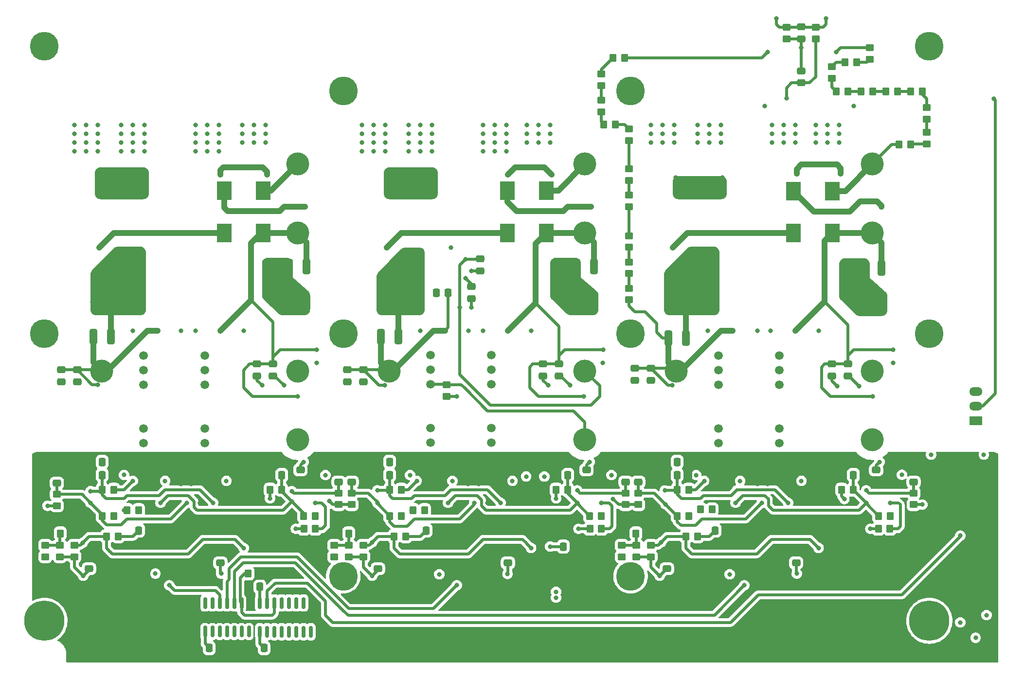
<source format=gbr>
%TF.GenerationSoftware,KiCad,Pcbnew,(6.0.1)*%
%TF.CreationDate,2023-03-21T10:56:38+03:00*%
%TF.ProjectId,Driver_SKiM459GD12E4 V2,44726976-6572-45f5-934b-694d34353947,rev?*%
%TF.SameCoordinates,Original*%
%TF.FileFunction,Copper,L4,Bot*%
%TF.FilePolarity,Positive*%
%FSLAX46Y46*%
G04 Gerber Fmt 4.6, Leading zero omitted, Abs format (unit mm)*
G04 Created by KiCad (PCBNEW (6.0.1)) date 2023-03-21 10:56:38*
%MOMM*%
%LPD*%
G01*
G04 APERTURE LIST*
G04 Aperture macros list*
%AMRoundRect*
0 Rectangle with rounded corners*
0 $1 Rounding radius*
0 $2 $3 $4 $5 $6 $7 $8 $9 X,Y pos of 4 corners*
0 Add a 4 corners polygon primitive as box body*
4,1,4,$2,$3,$4,$5,$6,$7,$8,$9,$2,$3,0*
0 Add four circle primitives for the rounded corners*
1,1,$1+$1,$2,$3*
1,1,$1+$1,$4,$5*
1,1,$1+$1,$6,$7*
1,1,$1+$1,$8,$9*
0 Add four rect primitives between the rounded corners*
20,1,$1+$1,$2,$3,$4,$5,0*
20,1,$1+$1,$4,$5,$6,$7,0*
20,1,$1+$1,$6,$7,$8,$9,0*
20,1,$1+$1,$8,$9,$2,$3,0*%
G04 Aperture macros list end*
%TA.AperFunction,ComponentPad*%
%ADD10C,1.500000*%
%TD*%
%TA.AperFunction,WasherPad*%
%ADD11C,5.000000*%
%TD*%
%TA.AperFunction,WasherPad*%
%ADD12C,7.000000*%
%TD*%
%TA.AperFunction,ComponentPad*%
%ADD13R,2.300000X1.500000*%
%TD*%
%TA.AperFunction,ComponentPad*%
%ADD14O,2.300000X1.500000*%
%TD*%
%TA.AperFunction,SMDPad,CuDef*%
%ADD15RoundRect,0.250000X0.450000X-0.350000X0.450000X0.350000X-0.450000X0.350000X-0.450000X-0.350000X0*%
%TD*%
%TA.AperFunction,SMDPad,CuDef*%
%ADD16C,4.000000*%
%TD*%
%TA.AperFunction,SMDPad,CuDef*%
%ADD17RoundRect,0.250000X-0.350000X-0.450000X0.350000X-0.450000X0.350000X0.450000X-0.350000X0.450000X0*%
%TD*%
%TA.AperFunction,SMDPad,CuDef*%
%ADD18RoundRect,0.250000X-0.337500X-0.475000X0.337500X-0.475000X0.337500X0.475000X-0.337500X0.475000X0*%
%TD*%
%TA.AperFunction,SMDPad,CuDef*%
%ADD19RoundRect,0.250000X0.350000X0.450000X-0.350000X0.450000X-0.350000X-0.450000X0.350000X-0.450000X0*%
%TD*%
%TA.AperFunction,SMDPad,CuDef*%
%ADD20RoundRect,0.250000X0.337500X0.475000X-0.337500X0.475000X-0.337500X-0.475000X0.337500X-0.475000X0*%
%TD*%
%TA.AperFunction,SMDPad,CuDef*%
%ADD21RoundRect,0.250000X0.475000X-0.337500X0.475000X0.337500X-0.475000X0.337500X-0.475000X-0.337500X0*%
%TD*%
%TA.AperFunction,SMDPad,CuDef*%
%ADD22RoundRect,0.250000X-0.475000X0.337500X-0.475000X-0.337500X0.475000X-0.337500X0.475000X0.337500X0*%
%TD*%
%TA.AperFunction,SMDPad,CuDef*%
%ADD23RoundRect,0.250000X-0.450000X0.350000X-0.450000X-0.350000X0.450000X-0.350000X0.450000X0.350000X0*%
%TD*%
%TA.AperFunction,SMDPad,CuDef*%
%ADD24R,2.500000X3.300000*%
%TD*%
%TA.AperFunction,SMDPad,CuDef*%
%ADD25RoundRect,0.250000X0.400000X1.075000X-0.400000X1.075000X-0.400000X-1.075000X0.400000X-1.075000X0*%
%TD*%
%TA.AperFunction,SMDPad,CuDef*%
%ADD26RoundRect,0.250000X-0.400000X-1.075000X0.400000X-1.075000X0.400000X1.075000X-0.400000X1.075000X0*%
%TD*%
%TA.AperFunction,SMDPad,CuDef*%
%ADD27RoundRect,0.150000X-0.150000X0.850000X-0.150000X-0.850000X0.150000X-0.850000X0.150000X0.850000X0*%
%TD*%
%TA.AperFunction,SMDPad,CuDef*%
%ADD28RoundRect,0.150000X-0.150000X0.825000X-0.150000X-0.825000X0.150000X-0.825000X0.150000X0.825000X0*%
%TD*%
%TA.AperFunction,ViaPad*%
%ADD29C,0.800000*%
%TD*%
%TA.AperFunction,Conductor*%
%ADD30C,0.500000*%
%TD*%
%TA.AperFunction,Conductor*%
%ADD31C,1.000000*%
%TD*%
G04 APERTURE END LIST*
D10*
%TO.P,D16,1,GND*%
%TO.N,GND*%
X90754000Y-114808000D03*
%TO.P,D16,2,Vin*%
%TO.N,+15V*%
X90754000Y-112268000D03*
%TO.P,D16,3,Ctrl*%
%TO.N,unconnected-(D16-Pad3)*%
X90754000Y-109728000D03*
%TO.P,D16,6,+Vo*%
%TO.N,+15V_H1*%
X90754000Y-102108000D03*
%TO.P,D16,7,0V*%
%TO.N,OUT1*%
X90754000Y-99568000D03*
%TO.P,D16,8,-Vo*%
%TO.N,-15V_H1*%
X90754000Y-97028000D03*
%TD*%
D11*
%TO.P,H5,*%
%TO.N,*%
X216862000Y-43214000D03*
%TD*%
%TO.P,H6,*%
%TO.N,*%
X164862000Y-135464000D03*
%TD*%
D10*
%TO.P,D15,1,GND*%
%TO.N,GND*%
X80086000Y-114808000D03*
%TO.P,D15,2,Vin*%
%TO.N,+15V*%
X80086000Y-112268000D03*
%TO.P,D15,3,Ctrl*%
%TO.N,unconnected-(D15-Pad3)*%
X80086000Y-109728000D03*
%TO.P,D15,6,+Vo*%
%TO.N,+15V_L1*%
X80086000Y-102108000D03*
%TO.P,D15,7,0V*%
%TO.N,EL1*%
X80086000Y-99568000D03*
%TO.P,D15,8,-Vo*%
%TO.N,-15V_L1*%
X80086000Y-97028000D03*
%TD*%
D11*
%TO.P,H1,*%
%TO.N,*%
X164862000Y-50964000D03*
%TD*%
%TO.P,H2,*%
%TO.N,*%
X114862000Y-93214000D03*
%TD*%
%TO.P,H10,*%
%TO.N,*%
X216862000Y-93214000D03*
%TD*%
D12*
%TO.P,H11,*%
%TO.N,*%
X216862000Y-143214000D03*
%TD*%
D11*
%TO.P,H4,*%
%TO.N,*%
X62862000Y-93214000D03*
%TD*%
%TO.P,H8,*%
%TO.N,*%
X114862000Y-135464000D03*
%TD*%
%TO.P,H7,*%
%TO.N,*%
X114862000Y-50964000D03*
%TD*%
D10*
%TO.P,D31,1,GND*%
%TO.N,GND*%
X190782000Y-114808000D03*
%TO.P,D31,2,Vin*%
%TO.N,+15V*%
X190782000Y-112268000D03*
%TO.P,D31,3,Ctrl*%
%TO.N,unconnected-(D31-Pad3)*%
X190782000Y-109728000D03*
%TO.P,D31,6,+Vo*%
%TO.N,+15V_H3*%
X190782000Y-102108000D03*
%TO.P,D31,7,0V*%
%TO.N,OUT3*%
X190782000Y-99568000D03*
%TO.P,D31,8,-Vo*%
%TO.N,-15V_H3*%
X190782000Y-97028000D03*
%TD*%
%TO.P,D32,1,GND*%
%TO.N,GND*%
X180162000Y-114808000D03*
%TO.P,D32,2,Vin*%
%TO.N,+15V*%
X180162000Y-112268000D03*
%TO.P,D32,3,Ctrl*%
%TO.N,unconnected-(D32-Pad3)*%
X180162000Y-109728000D03*
%TO.P,D32,6,+Vo*%
%TO.N,+15V_L3*%
X180162000Y-102108000D03*
%TO.P,D32,7,0V*%
%TO.N,EL3*%
X180162000Y-99568000D03*
%TO.P,D32,8,-Vo*%
%TO.N,-15V_L3*%
X180162000Y-97028000D03*
%TD*%
%TO.P,D29,1,GND*%
%TO.N,GND*%
X130048000Y-114730000D03*
%TO.P,D29,2,Vin*%
%TO.N,+15V*%
X130048000Y-112190000D03*
%TO.P,D29,3,Ctrl*%
%TO.N,unconnected-(D29-Pad3)*%
X130048000Y-109650000D03*
%TO.P,D29,6,+Vo*%
%TO.N,+15V_L2*%
X130048000Y-102030000D03*
%TO.P,D29,7,0V*%
%TO.N,EL2*%
X130048000Y-99490000D03*
%TO.P,D29,8,-Vo*%
%TO.N,-15V_L2*%
X130048000Y-96950000D03*
%TD*%
D12*
%TO.P,H12,*%
%TO.N,*%
X62862000Y-143214000D03*
%TD*%
D10*
%TO.P,D30,1,GND*%
%TO.N,GND*%
X140668000Y-114730000D03*
%TO.P,D30,2,Vin*%
%TO.N,+15V*%
X140668000Y-112190000D03*
%TO.P,D30,3,Ctrl*%
%TO.N,unconnected-(D30-Pad3)*%
X140668000Y-109650000D03*
%TO.P,D30,6,+Vo*%
%TO.N,+15V_H2*%
X140668000Y-102030000D03*
%TO.P,D30,7,0V*%
%TO.N,OUT2*%
X140668000Y-99490000D03*
%TO.P,D30,8,-Vo*%
%TO.N,-15V_H2*%
X140668000Y-96950000D03*
%TD*%
D11*
%TO.P,H9,*%
%TO.N,*%
X62862000Y-43214000D03*
%TD*%
D13*
%TO.P,U2,1,IN*%
%TO.N,+15V*%
X224965500Y-108365000D03*
D14*
%TO.P,U2,2,GND*%
%TO.N,GND*%
X224965500Y-105825000D03*
%TO.P,U2,3,OUT*%
%TO.N,+5VD*%
X224965500Y-103285000D03*
%TD*%
D11*
%TO.P,H3,*%
%TO.N,*%
X164862000Y-93214000D03*
%TD*%
D15*
%TO.P,R117,1*%
%TO.N,Net-(R115-Pad2)*%
X206502000Y-45450000D03*
%TO.P,R117,2*%
%TO.N,Net-(C85-Pad1)*%
X206502000Y-43450000D03*
%TD*%
D16*
%TO.P,J27,1,Pin_1*%
%TO.N,EL3*%
X172812000Y-99722000D03*
%TD*%
D17*
%TO.P,R67,1*%
%TO.N,FLT_L2*%
X122952000Y-120396000D03*
%TO.P,R67,2*%
%TO.N,+5VD*%
X124952000Y-120396000D03*
%TD*%
D16*
%TO.P,J23,1,Pin_1*%
%TO.N,PTC2_B*%
X156912000Y-99722000D03*
%TD*%
D18*
%TO.P,C69,1*%
%TO.N,FLT_L3*%
X172952500Y-117856000D03*
%TO.P,C69,2*%
%TO.N,GND*%
X175027500Y-117856000D03*
%TD*%
D19*
%TO.P,R109,1*%
%TO.N,Net-(R107-Pad2)*%
X202676000Y-51054000D03*
%TO.P,R109,2*%
%TO.N,Net-(R109-Pad2)*%
X200676000Y-51054000D03*
%TD*%
D20*
%TO.P,C1,1*%
%TO.N,GND*%
X74951500Y-115570000D03*
%TO.P,C1,2*%
%TO.N,+5VD*%
X72876500Y-115570000D03*
%TD*%
D21*
%TO.P,C71,1*%
%TO.N,FLT_H3*%
X214122000Y-119037500D03*
%TO.P,C71,2*%
%TO.N,GND*%
X214122000Y-116962500D03*
%TD*%
D16*
%TO.P,J26,1,Pin_1*%
%TO.N,CH2*%
X156912000Y-63722000D03*
%TD*%
D21*
%TO.P,C9,1*%
%TO.N,+5VD*%
X70612000Y-134133500D03*
%TO.P,C9,2*%
%TO.N,GND*%
X70612000Y-132058500D03*
%TD*%
%TO.P,C35,1*%
%TO.N,+15V_H2*%
X152400000Y-100605500D03*
%TO.P,C35,2*%
%TO.N,OUT2*%
X152400000Y-98530500D03*
%TD*%
D19*
%TO.P,R137,1*%
%TO.N,GND*%
X100314000Y-135001000D03*
%TO.P,R137,2*%
%TO.N,FAULT_COMM*%
X98314000Y-135001000D03*
%TD*%
D16*
%TO.P,J19,1,Pin_1*%
%TO.N,CH1*%
X106912000Y-63722000D03*
%TD*%
D15*
%TO.P,R111,1*%
%TO.N,Net-(R109-Pad2)*%
X199898000Y-48752000D03*
%TO.P,R111,2*%
%TO.N,Net-(R111-Pad2)*%
X199898000Y-46752000D03*
%TD*%
%TO.P,R127,1*%
%TO.N,HB1_TOP*%
X62992000Y-132064000D03*
%TO.P,R127,2*%
%TO.N,Net-(D7-Pad2)*%
X62992000Y-130064000D03*
%TD*%
D17*
%TO.P,R132,1*%
%TO.N,Net-(D44-Pad2)*%
X165800000Y-128000000D03*
%TO.P,R132,2*%
%TO.N,GND*%
X167800000Y-128000000D03*
%TD*%
D22*
%TO.P,C28,1*%
%TO.N,EL1*%
X65786000Y-99546500D03*
%TO.P,C28,2*%
%TO.N,-15V_L1*%
X65786000Y-101621500D03*
%TD*%
D16*
%TO.P,J17,1,Pin_1*%
%TO.N,GH1*%
X106912000Y-87722000D03*
%TD*%
D17*
%TO.P,R17,1*%
%TO.N,Net-(D10-Pad2)*%
X77232000Y-123952000D03*
%TO.P,R17,2*%
%TO.N,+5VD*%
X79232000Y-123952000D03*
%TD*%
D23*
%TO.P,R69,1*%
%TO.N,FLT_H2*%
X164000000Y-121000000D03*
%TO.P,R69,2*%
%TO.N,+5VD*%
X164000000Y-123000000D03*
%TD*%
D15*
%TO.P,R94,1*%
%TO.N,+5VD*%
X115824000Y-132064000D03*
%TO.P,R94,2*%
%TO.N,Net-(D9-Pad2)*%
X115824000Y-130064000D03*
%TD*%
D21*
%TO.P,C70,1*%
%TO.N,RDY_L3*%
X166200000Y-119037500D03*
%TO.P,C70,2*%
%TO.N,GND*%
X166200000Y-116962500D03*
%TD*%
D17*
%TO.P,R97,1*%
%TO.N,CH3*%
X211598000Y-60325000D03*
%TO.P,R97,2*%
%TO.N,Net-(R97-Pad2)*%
X213598000Y-60325000D03*
%TD*%
D18*
%TO.P,C11,1*%
%TO.N,FLT_L1*%
X72876500Y-117856000D03*
%TO.P,C11,2*%
%TO.N,GND*%
X74951500Y-117856000D03*
%TD*%
D21*
%TO.P,C10,1*%
%TO.N,+5VD*%
X93472000Y-133117500D03*
%TO.P,C10,2*%
%TO.N,GND*%
X93472000Y-131042500D03*
%TD*%
%TO.P,C62,1*%
%TO.N,RDY_L2*%
X116332000Y-119037500D03*
%TO.P,C62,2*%
%TO.N,GND*%
X116332000Y-116962500D03*
%TD*%
D15*
%TO.P,R112,1*%
%TO.N,Net-(R110-Pad2)*%
X159766000Y-54594000D03*
%TO.P,R112,2*%
%TO.N,Net-(R112-Pad2)*%
X159766000Y-52594000D03*
%TD*%
D21*
%TO.P,C83,1*%
%TO.N,+5VD*%
X171196000Y-134133500D03*
%TO.P,C83,2*%
%TO.N,GND*%
X171196000Y-132058500D03*
%TD*%
D24*
%TO.P,D2,1,K*%
%TO.N,CH1*%
X100936000Y-68326000D03*
%TO.P,D2,2,A*%
%TO.N,Net-(D2-Pad2)*%
X94136000Y-68326000D03*
%TD*%
D16*
%TO.P,J25,1,Pin_1*%
%TO.N,OUT2*%
X156912000Y-75722000D03*
%TD*%
D20*
%TO.P,C30,1*%
%TO.N,GND*%
X124989500Y-115570000D03*
%TO.P,C30,2*%
%TO.N,+5VD*%
X122914500Y-115570000D03*
%TD*%
D19*
%TO.P,R120,1*%
%TO.N,Net-(C85-Pad2)*%
X163814000Y-45212000D03*
%TO.P,R120,2*%
%TO.N,Net-(R116-Pad2)*%
X161814000Y-45212000D03*
%TD*%
D15*
%TO.P,R104,1*%
%TO.N,EL3*%
X164600000Y-87344000D03*
%TO.P,R104,2*%
%TO.N,Net-(R103-Pad2)*%
X164600000Y-85344000D03*
%TD*%
D22*
%TO.P,C46,1*%
%TO.N,OUT3*%
X199898000Y-98530500D03*
%TO.P,C46,2*%
%TO.N,-15V_H3*%
X199898000Y-100605500D03*
%TD*%
D15*
%TO.P,R93,1*%
%TO.N,+5VD*%
X118364000Y-132064000D03*
%TO.P,R93,2*%
%TO.N,Net-(D9-Pad1)*%
X118364000Y-130064000D03*
%TD*%
D16*
%TO.P,J33,1,Pin_1*%
%TO.N,CH3*%
X206912000Y-63722000D03*
%TD*%
D23*
%TO.P,R101,1*%
%TO.N,Net-(R101-Pad1)*%
X164592000Y-69104000D03*
%TO.P,R101,2*%
%TO.N,Net-(R101-Pad2)*%
X164592000Y-71104000D03*
%TD*%
D15*
%TO.P,R13,1*%
%TO.N,+5VD*%
X68072000Y-132064000D03*
%TO.P,R13,2*%
%TO.N,Net-(D7-Pad1)*%
X68072000Y-130064000D03*
%TD*%
D16*
%TO.P,J28,1,Pin_1*%
%TO.N,GL3*%
X172812000Y-87722000D03*
%TD*%
%TO.P,J21,1,Pin_1*%
%TO.N,GL2*%
X122812000Y-87722000D03*
%TD*%
D19*
%TO.P,R83,1*%
%TO.N,Net-(D41-Pad2)*%
X210042000Y-124968000D03*
%TO.P,R83,2*%
%TO.N,RDY_H3*%
X208042000Y-124968000D03*
%TD*%
D18*
%TO.P,C61,1*%
%TO.N,FLT_L2*%
X122914500Y-117856000D03*
%TO.P,C61,2*%
%TO.N,GND*%
X124989500Y-117856000D03*
%TD*%
D17*
%TO.P,R19,1*%
%TO.N,FLT_L1*%
X72914000Y-120396000D03*
%TO.P,R19,2*%
%TO.N,+5VD*%
X74914000Y-120396000D03*
%TD*%
D25*
%TO.P,R48,1*%
%TO.N,GL2*%
X124486000Y-93726000D03*
%TO.P,R48,2*%
%TO.N,EL2*%
X121386000Y-93726000D03*
%TD*%
D18*
%TO.P,C7,1*%
%TO.N,Net-(C7-Pad1)*%
X79226500Y-127508000D03*
%TO.P,C7,2*%
%TO.N,GND*%
X81301500Y-127508000D03*
%TD*%
D21*
%TO.P,C79,1*%
%TO.N,+5VD*%
X120904000Y-134133500D03*
%TO.P,C79,2*%
%TO.N,GND*%
X120904000Y-132058500D03*
%TD*%
D18*
%TO.P,C77,1*%
%TO.N,Net-(C77-Pad1)*%
X129264500Y-127508000D03*
%TO.P,C77,2*%
%TO.N,GND*%
X131339500Y-127508000D03*
%TD*%
D17*
%TO.P,R95,1*%
%TO.N,Net-(D9-Pad1)*%
X123714000Y-128524000D03*
%TO.P,R95,2*%
%TO.N,Net-(C77-Pad1)*%
X125714000Y-128524000D03*
%TD*%
D21*
%TO.P,C45,1*%
%TO.N,+15V_H3*%
X202692000Y-100605500D03*
%TO.P,C45,2*%
%TO.N,OUT3*%
X202692000Y-98530500D03*
%TD*%
D23*
%TO.P,R81,1*%
%TO.N,FLT_H3*%
X214122000Y-121000000D03*
%TO.P,R81,2*%
%TO.N,+5VD*%
X214122000Y-123000000D03*
%TD*%
D18*
%TO.P,C94,1*%
%TO.N,+5VD*%
X91545500Y-147955000D03*
%TO.P,C94,2*%
%TO.N,GND*%
X93620500Y-147955000D03*
%TD*%
D24*
%TO.P,D28,1,K*%
%TO.N,OUT3*%
X199996000Y-75692000D03*
%TO.P,D28,2,A*%
%TO.N,Net-(D28-Pad2)*%
X193196000Y-75692000D03*
%TD*%
D21*
%TO.P,C80,1*%
%TO.N,+5VD*%
X143510000Y-133117500D03*
%TO.P,C80,2*%
%TO.N,GND*%
X143510000Y-131042500D03*
%TD*%
D24*
%TO.P,D27,1,K*%
%TO.N,CH3*%
X200000000Y-68400000D03*
%TO.P,D27,2,A*%
%TO.N,Net-(D27-Pad2)*%
X193200000Y-68400000D03*
%TD*%
D19*
%TO.P,R82,1*%
%TO.N,Net-(D40-Pad2)*%
X210000000Y-127200000D03*
%TO.P,R82,2*%
%TO.N,+5VD*%
X208000000Y-127200000D03*
%TD*%
D16*
%TO.P,J18,1,Pin_1*%
%TO.N,OUT1*%
X106912000Y-75722000D03*
%TD*%
D20*
%TO.P,C72,1*%
%TO.N,RDY_H3*%
X203637500Y-117856000D03*
%TO.P,C72,2*%
%TO.N,GND*%
X201562500Y-117856000D03*
%TD*%
D19*
%TO.P,R66,1*%
%TO.N,Net-(D34-Pad2)*%
X124952000Y-124968000D03*
%TO.P,R66,2*%
%TO.N,RDY_L2*%
X122952000Y-124968000D03*
%TD*%
D22*
%TO.P,C38,1*%
%TO.N,EL2*%
X115570000Y-99546500D03*
%TO.P,C38,2*%
%TO.N,-15V_L2*%
X115570000Y-101621500D03*
%TD*%
%TO.P,C98,1*%
%TO.N,PTC2_B*%
X138684000Y-80242500D03*
%TO.P,C98,2*%
%TO.N,EL2*%
X138684000Y-82317500D03*
%TD*%
%TO.P,C36,1*%
%TO.N,OUT2*%
X149606000Y-98530500D03*
%TO.P,C36,2*%
%TO.N,-15V_H2*%
X149606000Y-100605500D03*
%TD*%
D19*
%TO.P,R107,1*%
%TO.N,Net-(R105-Pad2)*%
X206994000Y-51054000D03*
%TO.P,R107,2*%
%TO.N,Net-(R107-Pad2)*%
X204994000Y-51054000D03*
%TD*%
D23*
%TO.P,R102,1*%
%TO.N,Net-(R101-Pad2)*%
X164600000Y-76200000D03*
%TO.P,R102,2*%
%TO.N,Net-(R102-Pad2)*%
X164600000Y-78200000D03*
%TD*%
D15*
%TO.P,R113,1*%
%TO.N,GND*%
X192024000Y-41894000D03*
%TO.P,R113,2*%
%TO.N,Net-(C86-Pad2)*%
X192024000Y-39894000D03*
%TD*%
D21*
%TO.P,C84,1*%
%TO.N,+5VD*%
X193675000Y-133117500D03*
%TO.P,C84,2*%
%TO.N,GND*%
X193675000Y-131042500D03*
%TD*%
D25*
%TO.P,R64,1*%
%TO.N,GL3*%
X174524000Y-93980000D03*
%TO.P,R64,2*%
%TO.N,EL3*%
X171424000Y-93980000D03*
%TD*%
D24*
%TO.P,D21,1,K*%
%TO.N,CH2*%
X150212000Y-68326000D03*
%TO.P,D21,2,A*%
%TO.N,Net-(D21-Pad2)*%
X143412000Y-68326000D03*
%TD*%
D21*
%TO.P,C12,1*%
%TO.N,RDY_L1*%
X65000000Y-119237500D03*
%TO.P,C12,2*%
%TO.N,GND*%
X65000000Y-117162500D03*
%TD*%
%TO.P,C21,1*%
%TO.N,+15V_H1*%
X102600000Y-100605500D03*
%TO.P,C21,2*%
%TO.N,OUT1*%
X102600000Y-98530500D03*
%TD*%
D25*
%TO.P,R32,1*%
%TO.N,GL1*%
X74448000Y-93726000D03*
%TO.P,R32,2*%
%TO.N,EL1*%
X71348000Y-93726000D03*
%TD*%
D19*
%TO.P,R23,1*%
%TO.N,Net-(D13-Pad2)*%
X109966000Y-124968000D03*
%TO.P,R23,2*%
%TO.N,RDY_H1*%
X107966000Y-124968000D03*
%TD*%
%TO.P,R110,1*%
%TO.N,Net-(R108-Pad2)*%
X162200000Y-56800000D03*
%TO.P,R110,2*%
%TO.N,Net-(R110-Pad2)*%
X160200000Y-56800000D03*
%TD*%
D21*
%TO.P,C4,1*%
%TO.N,GND*%
X107400000Y-119037500D03*
%TO.P,C4,2*%
%TO.N,+5VD*%
X107400000Y-116962500D03*
%TD*%
%TO.P,C99,1*%
%TO.N,+15V*%
X194525000Y-49587500D03*
%TO.P,C99,2*%
%TO.N,GND*%
X194525000Y-47512500D03*
%TD*%
D23*
%TO.P,R21,1*%
%TO.N,FLT_H1*%
X114046000Y-121000000D03*
%TO.P,R21,2*%
%TO.N,+5VD*%
X114046000Y-123000000D03*
%TD*%
D20*
%TO.P,C29,1*%
%TO.N,GND*%
X175027500Y-115570000D03*
%TO.P,C29,2*%
%TO.N,+5VD*%
X172952500Y-115570000D03*
%TD*%
D18*
%TO.P,C96,1*%
%TO.N,+15V_L2*%
X131042500Y-86106000D03*
%TO.P,C96,2*%
%TO.N,EL2*%
X133117500Y-86106000D03*
%TD*%
D16*
%TO.P,J30,1,Pin_1*%
%TO.N,PTC3_B*%
X206912000Y-99722000D03*
%TD*%
D17*
%TO.P,R128,1*%
%TO.N,Net-(D7-Pad2)*%
X65600000Y-128000000D03*
%TO.P,R128,2*%
%TO.N,GND*%
X67600000Y-128000000D03*
%TD*%
D16*
%TO.P,J22,1,Pin_1*%
%TO.N,+15V_L2*%
X156912000Y-111722000D03*
%TD*%
D17*
%TO.P,R77,1*%
%TO.N,Net-(D38-Pad2)*%
X177054000Y-123825000D03*
%TO.P,R77,2*%
%TO.N,+5VD*%
X179054000Y-123825000D03*
%TD*%
D19*
%TO.P,R72,1*%
%TO.N,RDY_H2*%
X153908000Y-120396000D03*
%TO.P,R72,2*%
%TO.N,+5VD*%
X151908000Y-120396000D03*
%TD*%
D21*
%TO.P,C47,1*%
%TO.N,+15V_L3*%
X168402000Y-101367500D03*
%TO.P,C47,2*%
%TO.N,EL3*%
X168402000Y-99292500D03*
%TD*%
D16*
%TO.P,J24,1,Pin_1*%
%TO.N,GH2*%
X156912000Y-87722000D03*
%TD*%
D24*
%TO.P,D22,1,K*%
%TO.N,OUT2*%
X150212000Y-75692000D03*
%TO.P,D22,2,A*%
%TO.N,Net-(D22-Pad2)*%
X143412000Y-75692000D03*
%TD*%
D15*
%TO.P,R98,1*%
%TO.N,Net-(R97-Pad2)*%
X216408000Y-60182000D03*
%TO.P,R98,2*%
%TO.N,Net-(R98-Pad2)*%
X216408000Y-58182000D03*
%TD*%
D17*
%TO.P,R115,1*%
%TO.N,Net-(R111-Pad2)*%
X202200000Y-45974000D03*
%TO.P,R115,2*%
%TO.N,Net-(R115-Pad2)*%
X204200000Y-45974000D03*
%TD*%
D18*
%TO.P,C95,1*%
%TO.N,+15V*%
X101070500Y-147955000D03*
%TO.P,C95,2*%
%TO.N,GND*%
X103145500Y-147955000D03*
%TD*%
D26*
%TO.P,R31,1*%
%TO.N,GH1*%
X105384000Y-81534000D03*
%TO.P,R31,2*%
%TO.N,OUT1*%
X108484000Y-81534000D03*
%TD*%
D16*
%TO.P,J13,1,Pin_1*%
%TO.N,EL1*%
X72812000Y-99722000D03*
%TD*%
D15*
%TO.P,R133,1*%
%TO.N,+5VD*%
X168402000Y-132064000D03*
%TO.P,R133,2*%
%TO.N,Net-(D44-Pad1)*%
X168402000Y-130064000D03*
%TD*%
%TO.P,R14,1*%
%TO.N,+5VD*%
X65532000Y-132064000D03*
%TO.P,R14,2*%
%TO.N,Net-(D7-Pad2)*%
X65532000Y-130064000D03*
%TD*%
D16*
%TO.P,J14,1,Pin_1*%
%TO.N,GL1*%
X72812000Y-87722000D03*
%TD*%
D19*
%TO.P,R71,1*%
%TO.N,Net-(D36-Pad2)*%
X159750000Y-124968000D03*
%TO.P,R71,2*%
%TO.N,RDY_H2*%
X157750000Y-124968000D03*
%TD*%
D15*
%TO.P,R134,1*%
%TO.N,+5VD*%
X165862000Y-132064000D03*
%TO.P,R134,2*%
%TO.N,Net-(D44-Pad2)*%
X165862000Y-130064000D03*
%TD*%
D21*
%TO.P,C86,1*%
%TO.N,GND*%
X194564000Y-41931500D03*
%TO.P,C86,2*%
%TO.N,Net-(C86-Pad2)*%
X194564000Y-39856500D03*
%TD*%
D17*
%TO.P,R79,1*%
%TO.N,FLT_L3*%
X172990000Y-120396000D03*
%TO.P,R79,2*%
%TO.N,+5VD*%
X174990000Y-120396000D03*
%TD*%
D24*
%TO.P,D6,1,K*%
%TO.N,OUT1*%
X100936000Y-75692000D03*
%TO.P,D6,2,A*%
%TO.N,Net-(D6-Pad2)*%
X94136000Y-75692000D03*
%TD*%
D19*
%TO.P,R78,1*%
%TO.N,Net-(D39-Pad2)*%
X174990000Y-124968000D03*
%TO.P,R78,2*%
%TO.N,RDY_L3*%
X172990000Y-124968000D03*
%TD*%
D23*
%TO.P,R80,1*%
%TO.N,RDY_L3*%
X166200000Y-121000000D03*
%TO.P,R80,2*%
%TO.N,+5VD*%
X166200000Y-123000000D03*
%TD*%
D19*
%TO.P,R24,1*%
%TO.N,RDY_H1*%
X104124000Y-120396000D03*
%TO.P,R24,2*%
%TO.N,+5VD*%
X102124000Y-120396000D03*
%TD*%
D21*
%TO.P,C13,1*%
%TO.N,FLT_H1*%
X114046000Y-119037500D03*
%TO.P,C13,2*%
%TO.N,GND*%
X114046000Y-116962500D03*
%TD*%
D16*
%TO.P,J32,1,Pin_1*%
%TO.N,OUT3*%
X206912000Y-75722000D03*
%TD*%
D23*
%TO.P,R68,1*%
%TO.N,RDY_L2*%
X116332000Y-121000000D03*
%TO.P,R68,2*%
%TO.N,+5VD*%
X116332000Y-123000000D03*
%TD*%
D18*
%TO.P,C81,1*%
%TO.N,Net-(C81-Pad1)*%
X179556500Y-127508000D03*
%TO.P,C81,2*%
%TO.N,GND*%
X181631500Y-127508000D03*
%TD*%
D20*
%TO.P,C93,1*%
%TO.N,+5VD*%
X100351500Y-137287000D03*
%TO.P,C93,2*%
%TO.N,GND*%
X98276500Y-137287000D03*
%TD*%
D16*
%TO.P,J20,1,Pin_1*%
%TO.N,EL2*%
X122812000Y-99722000D03*
%TD*%
D15*
%TO.P,R106,1*%
%TO.N,Net-(R101-Pad1)*%
X164592000Y-66532000D03*
%TO.P,R106,2*%
%TO.N,Net-(R106-Pad2)*%
X164592000Y-64532000D03*
%TD*%
D16*
%TO.P,J31,1,Pin_1*%
%TO.N,GH3*%
X206912000Y-87722000D03*
%TD*%
D21*
%TO.P,C39,1*%
%TO.N,GND*%
X207600000Y-119037500D03*
%TO.P,C39,2*%
%TO.N,+5VD*%
X207600000Y-116962500D03*
%TD*%
%TO.P,C37,1*%
%TO.N,+15V_L2*%
X118364000Y-101621500D03*
%TO.P,C37,2*%
%TO.N,EL2*%
X118364000Y-99546500D03*
%TD*%
D20*
%TO.P,C64,1*%
%TO.N,RDY_H2*%
X153945500Y-117856000D03*
%TO.P,C64,2*%
%TO.N,GND*%
X151870500Y-117856000D03*
%TD*%
D19*
%TO.P,R84,1*%
%TO.N,RDY_H3*%
X203600000Y-120396000D03*
%TO.P,R84,2*%
%TO.N,+5VD*%
X201600000Y-120396000D03*
%TD*%
D21*
%TO.P,C40,1*%
%TO.N,GND*%
X157200000Y-119037500D03*
%TO.P,C40,2*%
%TO.N,+5VD*%
X157200000Y-116962500D03*
%TD*%
D22*
%TO.P,C48,1*%
%TO.N,EL3*%
X165608000Y-99292500D03*
%TO.P,C48,2*%
%TO.N,-15V_L3*%
X165608000Y-101367500D03*
%TD*%
D15*
%TO.P,R108,1*%
%TO.N,Net-(R106-Pad2)*%
X164600000Y-59600000D03*
%TO.P,R108,2*%
%TO.N,Net-(R108-Pad2)*%
X164600000Y-57600000D03*
%TD*%
%TO.P,R141,1*%
%TO.N,Net-(R141-Pad1)*%
X132842000Y-104124000D03*
%TO.P,R141,2*%
%TO.N,+15V_L2*%
X132842000Y-102124000D03*
%TD*%
D16*
%TO.P,J16,1,Pin_1*%
%TO.N,PTC1_B*%
X106912000Y-99722000D03*
%TD*%
D23*
%TO.P,R103,1*%
%TO.N,Net-(R102-Pad2)*%
X164600000Y-80772000D03*
%TO.P,R103,2*%
%TO.N,Net-(R103-Pad2)*%
X164600000Y-82772000D03*
%TD*%
D19*
%TO.P,R70,1*%
%TO.N,Net-(D35-Pad2)*%
X159800000Y-127200000D03*
%TO.P,R70,2*%
%TO.N,+5VD*%
X157800000Y-127200000D03*
%TD*%
D16*
%TO.P,J29,1,Pin_1*%
%TO.N,PTC3_A*%
X206912000Y-111722000D03*
%TD*%
D27*
%TO.P,D52,1,VCC*%
%TO.N,+5VD*%
X100330000Y-140121000D03*
%TO.P,D52,2,Aout*%
%TO.N,ERR*%
X101600000Y-140121000D03*
%TO.P,D52,3,Ain*%
%TO.N,FAULT_COMM*%
X102870000Y-140121000D03*
%TO.P,D52,4,Bout*%
%TO.N,unconnected-(D52-Pad4)*%
X104140000Y-140121000D03*
%TO.P,D52,5,Bin*%
%TO.N,unconnected-(D52-Pad5)*%
X105410000Y-140121000D03*
%TO.P,D52,6,Cout*%
%TO.N,unconnected-(D52-Pad6)*%
X106680000Y-140121000D03*
%TO.P,D52,7,Cin*%
%TO.N,unconnected-(D52-Pad7)*%
X107950000Y-140121000D03*
%TO.P,D52,8,VSS*%
%TO.N,GND*%
X109220000Y-140121000D03*
%TO.P,D52,9,Din*%
%TO.N,unconnected-(D52-Pad9)*%
X109220000Y-145121000D03*
%TO.P,D52,10,Dout*%
%TO.N,unconnected-(D52-Pad10)*%
X107950000Y-145121000D03*
%TO.P,D52,11,Ein*%
%TO.N,unconnected-(D52-Pad11)*%
X106680000Y-145121000D03*
%TO.P,D52,12,Eout*%
%TO.N,unconnected-(D52-Pad12)*%
X105410000Y-145121000D03*
%TO.P,D52,13,SELECT*%
%TO.N,unconnected-(D52-Pad13)*%
X104140000Y-145121000D03*
%TO.P,D52,14,Fin*%
%TO.N,unconnected-(D52-Pad14)*%
X102870000Y-145121000D03*
%TO.P,D52,15,Fout*%
%TO.N,unconnected-(D52-Pad15)*%
X101600000Y-145121000D03*
%TO.P,D52,16,VDD*%
%TO.N,+15V*%
X100330000Y-145121000D03*
%TD*%
D21*
%TO.P,C27,1*%
%TO.N,+15V_L1*%
X68580000Y-101621500D03*
%TO.P,C27,2*%
%TO.N,EL1*%
X68580000Y-99546500D03*
%TD*%
D22*
%TO.P,C97,1*%
%TO.N,Net-(C97-Pad1)*%
X137160000Y-85068500D03*
%TO.P,C97,2*%
%TO.N,EL2*%
X137160000Y-87143500D03*
%TD*%
D15*
%TO.P,R99,1*%
%TO.N,Net-(R98-Pad2)*%
X216408000Y-55864000D03*
%TO.P,R99,2*%
%TO.N,Net-(R100-Pad2)*%
X216408000Y-53864000D03*
%TD*%
D18*
%TO.P,C100,1*%
%TO.N,+5VD*%
X153140500Y-130302000D03*
%TO.P,C100,2*%
%TO.N,GND*%
X155215500Y-130302000D03*
%TD*%
D15*
%TO.P,R131,1*%
%TO.N,HB3_TOP*%
X163322000Y-132064000D03*
%TO.P,R131,2*%
%TO.N,Net-(D44-Pad2)*%
X163322000Y-130064000D03*
%TD*%
D17*
%TO.P,R15,1*%
%TO.N,Net-(D7-Pad1)*%
X73676000Y-128524000D03*
%TO.P,R15,2*%
%TO.N,Net-(C7-Pad1)*%
X75676000Y-128524000D03*
%TD*%
D26*
%TO.P,R63,1*%
%TO.N,GH3*%
X205460000Y-81788000D03*
%TO.P,R63,2*%
%TO.N,OUT3*%
X208560000Y-81788000D03*
%TD*%
D17*
%TO.P,R100,1*%
%TO.N,Net-(R100-Pad1)*%
X213630000Y-51054000D03*
%TO.P,R100,2*%
%TO.N,Net-(R100-Pad2)*%
X215630000Y-51054000D03*
%TD*%
D15*
%TO.P,R116,1*%
%TO.N,Net-(R112-Pad2)*%
X159766000Y-50022000D03*
%TO.P,R116,2*%
%TO.N,Net-(R116-Pad2)*%
X159766000Y-48022000D03*
%TD*%
D17*
%TO.P,R65,1*%
%TO.N,Net-(D33-Pad2)*%
X127016000Y-123952000D03*
%TO.P,R65,2*%
%TO.N,+5VD*%
X129016000Y-123952000D03*
%TD*%
D28*
%TO.P,D51,1,1A*%
%TO.N,unconnected-(D51-Pad1)*%
X90805000Y-140146000D03*
%TO.P,D51,2,1B*%
%TO.N,unconnected-(D51-Pad2)*%
X92075000Y-140146000D03*
%TO.P,D51,3,2A*%
%TO.N,FAULT_1*%
X93345000Y-140146000D03*
%TO.P,D51,4,2B*%
%TO.N,FAULT_2*%
X94615000Y-140146000D03*
%TO.P,D51,5,2C*%
%TO.N,FAULT_3*%
X95885000Y-140146000D03*
%TO.P,D51,6,2Y*%
%TO.N,FAULT_COMM*%
X97155000Y-140146000D03*
%TO.P,D51,7,GND*%
%TO.N,GND*%
X98425000Y-140146000D03*
%TO.P,D51,8,3Y*%
%TO.N,unconnected-(D51-Pad8)*%
X98425000Y-145096000D03*
%TO.P,D51,9,3A*%
%TO.N,unconnected-(D51-Pad9)*%
X97155000Y-145096000D03*
%TO.P,D51,10,3B*%
%TO.N,unconnected-(D51-Pad10)*%
X95885000Y-145096000D03*
%TO.P,D51,11,3C*%
%TO.N,unconnected-(D51-Pad11)*%
X94615000Y-145096000D03*
%TO.P,D51,12,1Y*%
%TO.N,unconnected-(D51-Pad12)*%
X93345000Y-145096000D03*
%TO.P,D51,13,1C*%
%TO.N,unconnected-(D51-Pad13)*%
X92075000Y-145096000D03*
%TO.P,D51,14,VCC*%
%TO.N,+5VD*%
X90805000Y-145096000D03*
%TD*%
D21*
%TO.P,C63,1*%
%TO.N,FLT_H2*%
X164000000Y-119037500D03*
%TO.P,C63,2*%
%TO.N,GND*%
X164000000Y-116962500D03*
%TD*%
D19*
%TO.P,R105,1*%
%TO.N,Net-(R100-Pad1)*%
X211312000Y-51054000D03*
%TO.P,R105,2*%
%TO.N,Net-(R105-Pad2)*%
X209312000Y-51054000D03*
%TD*%
D17*
%TO.P,R92,1*%
%TO.N,Net-(D9-Pad2)*%
X115800000Y-128000000D03*
%TO.P,R92,2*%
%TO.N,GND*%
X117800000Y-128000000D03*
%TD*%
%TO.P,R135,1*%
%TO.N,Net-(D44-Pad1)*%
X174514000Y-128524000D03*
%TO.P,R135,2*%
%TO.N,Net-(C81-Pad1)*%
X176514000Y-128524000D03*
%TD*%
D19*
%TO.P,R18,1*%
%TO.N,Net-(D11-Pad2)*%
X74914000Y-124968000D03*
%TO.P,R18,2*%
%TO.N,RDY_L1*%
X72914000Y-124968000D03*
%TD*%
D26*
%TO.P,R47,1*%
%TO.N,GH2*%
X155422000Y-81534000D03*
%TO.P,R47,2*%
%TO.N,OUT2*%
X158522000Y-81534000D03*
%TD*%
D22*
%TO.P,C22,1*%
%TO.N,OUT1*%
X99822000Y-98530500D03*
%TO.P,C22,2*%
%TO.N,-15V_H1*%
X99822000Y-100605500D03*
%TD*%
D19*
%TO.P,R22,1*%
%TO.N,Net-(D12-Pad2)*%
X110000000Y-127200000D03*
%TO.P,R22,2*%
%TO.N,+5VD*%
X108000000Y-127200000D03*
%TD*%
D15*
%TO.P,R91,1*%
%TO.N,HB2_TOP*%
X113284000Y-132064000D03*
%TO.P,R91,2*%
%TO.N,Net-(D9-Pad2)*%
X113284000Y-130064000D03*
%TD*%
D16*
%TO.P,J15,1,Pin_1*%
%TO.N,PTC1_A*%
X106912000Y-111722000D03*
%TD*%
D20*
%TO.P,C14,1*%
%TO.N,RDY_H1*%
X104161500Y-117856000D03*
%TO.P,C14,2*%
%TO.N,GND*%
X102086500Y-117856000D03*
%TD*%
D23*
%TO.P,R114,1*%
%TO.N,Net-(C86-Pad2)*%
X197104000Y-39894000D03*
%TO.P,R114,2*%
%TO.N,+15V*%
X197104000Y-41894000D03*
%TD*%
%TO.P,R20,1*%
%TO.N,RDY_L1*%
X65000000Y-121200000D03*
%TO.P,R20,2*%
%TO.N,+5VD*%
X65000000Y-123200000D03*
%TD*%
D29*
%TO.N,+5VD*%
X102108000Y-121920000D03*
X119888000Y-135382000D03*
X217170000Y-114300000D03*
X78232000Y-118872000D03*
X155800000Y-127200000D03*
X122936000Y-115570000D03*
X208200000Y-115570000D03*
X112400000Y-122400000D03*
X172974000Y-115570000D03*
X79248000Y-123952000D03*
X129032000Y-123952000D03*
X179197000Y-123825000D03*
X157734000Y-115570000D03*
X182118000Y-135128000D03*
X202073000Y-122031000D03*
X143445000Y-135063000D03*
X177673000Y-118872000D03*
X63400000Y-123200000D03*
X72898000Y-115570000D03*
X193802000Y-134998000D03*
X93602000Y-134998000D03*
X69596000Y-135382000D03*
X150876000Y-130302000D03*
X100330000Y-137287000D03*
X91567000Y-147955000D03*
X82166000Y-134998000D03*
X106600000Y-127200000D03*
X127635000Y-118872000D03*
X161800000Y-122000000D03*
X107950000Y-115570000D03*
X215646000Y-123000000D03*
X151908000Y-121920000D03*
X206600000Y-127200000D03*
X169926000Y-135382000D03*
X131572000Y-135128000D03*
%TO.N,GL1*%
X77978000Y-78740000D03*
%TO.N,PTC2_B*%
X135128000Y-88646000D03*
X136144000Y-80264000D03*
%TO.N,GH1*%
X102108000Y-82296000D03*
%TO.N,GL2*%
X128524000Y-78740000D03*
%TO.N,Net-(C97-Pad1)*%
X136144000Y-83566000D03*
%TO.N,GH2*%
X151892000Y-82550000D03*
%TO.N,GL3*%
X179832000Y-78740000D03*
%TO.N,GH3*%
X201740000Y-82550000D03*
%TO.N,RDY_H1*%
X83058000Y-122682000D03*
X105918000Y-122428000D03*
%TO.N,FLT_H1*%
X105913500Y-120654500D03*
%TO.N,+15V_H1*%
X97282000Y-59944000D03*
X97282000Y-58420000D03*
X97282000Y-56896000D03*
X101346000Y-59944000D03*
X99314000Y-58420000D03*
X89154000Y-92710000D03*
X99314000Y-59944000D03*
X99314000Y-56896000D03*
X104521000Y-102235000D03*
X101346000Y-58420000D03*
X110236000Y-98298000D03*
X101346000Y-56896000D03*
%TO.N,RST_H1*%
X176276000Y-117856000D03*
X161544000Y-117856000D03*
X126492000Y-117856000D03*
X76708000Y-117818500D03*
X111760000Y-117856000D03*
X149860000Y-118110000D03*
X212090000Y-117792500D03*
X146685000Y-118110000D03*
%TO.N,Net-(D2-Pad2)*%
X108204000Y-71120000D03*
%TO.N,RDY_L1*%
X87630000Y-122682000D03*
X70866000Y-122682000D03*
%TO.N,FLT_L1*%
X70866000Y-120650000D03*
X92202000Y-122682000D03*
%TO.N,+15V_L1*%
X68072000Y-61468000D03*
X68072000Y-56896000D03*
X70104000Y-61468000D03*
X78193500Y-92710000D03*
X70104000Y-56896000D03*
X70104000Y-59944000D03*
X68580000Y-101600000D03*
X70104000Y-58420000D03*
X72136000Y-59944000D03*
X68072000Y-59944000D03*
X68072000Y-58420000D03*
X72136000Y-61468000D03*
X72136000Y-58420000D03*
X72136000Y-56896000D03*
%TO.N,Net-(D6-Pad2)*%
X72390000Y-78232000D03*
%TO.N,Net-(R141-Pad1)*%
X151892000Y-138176000D03*
X134620000Y-104140000D03*
%TO.N,Net-(C7-Pad1)*%
X79248000Y-127529500D03*
%TO.N,Net-(D10-Pad2)*%
X76708000Y-123952000D03*
%TO.N,Net-(D11-Pad2)*%
X74930000Y-124968000D03*
%TO.N,Net-(D12-Pad2)*%
X109991000Y-122682000D03*
%TO.N,Net-(D13-Pad2)*%
X109982000Y-124968000D03*
%TO.N,FAULT_1*%
X84582000Y-137033000D03*
%TO.N,+15V*%
X94526500Y-118872000D03*
X83858500Y-118872000D03*
X226352500Y-114300000D03*
X194602500Y-118872000D03*
X224917000Y-146177000D03*
X183934500Y-118872000D03*
X191989000Y-52289000D03*
X133858000Y-118872000D03*
X144310500Y-118872000D03*
X101092000Y-147955000D03*
%TO.N,-15V_H1*%
X91186000Y-56896000D03*
X89154000Y-61468000D03*
X93218000Y-59944000D03*
X91186000Y-59944000D03*
X91186000Y-58420000D03*
X100711000Y-102235000D03*
X93218000Y-61468000D03*
X93218000Y-58420000D03*
X89154000Y-56896000D03*
X89154000Y-59944000D03*
X93218000Y-56896000D03*
X89154000Y-58420000D03*
X97536000Y-92710000D03*
X91186000Y-61468000D03*
%TO.N,-15V_L1*%
X78232000Y-58420000D03*
X76200000Y-58420000D03*
X78232000Y-56896000D03*
X76200000Y-61468000D03*
X80264000Y-61468000D03*
X80264000Y-58420000D03*
X80264000Y-59944000D03*
X65786000Y-101600000D03*
X76200000Y-56896000D03*
X78232000Y-59944000D03*
X80264000Y-56896000D03*
X86614000Y-92710000D03*
X78232000Y-61468000D03*
X76200000Y-59944000D03*
%TO.N,Net-(Q1-Pad3)*%
X93472000Y-65532000D03*
X101600000Y-65532000D03*
%TO.N,Net-(Q3-Pad3)*%
X80518000Y-65278000D03*
X72390000Y-65278000D03*
X77978000Y-69342000D03*
%TO.N,Net-(D21-Pad2)*%
X157988000Y-71120000D03*
%TO.N,Net-(D22-Pad2)*%
X122428000Y-78232000D03*
%TO.N,Net-(Q5-Pad3)*%
X143510000Y-65532000D03*
X151130000Y-65532000D03*
%TO.N,Net-(Q7-Pad3)*%
X128524000Y-69342000D03*
X122428000Y-65532000D03*
X130556000Y-65532000D03*
%TO.N,Net-(D27-Pad2)*%
X208534000Y-71120000D03*
%TO.N,Net-(D28-Pad2)*%
X172212000Y-78232000D03*
%TO.N,Net-(Q10-Pad3)*%
X193800000Y-65400000D03*
X201416000Y-65414000D03*
%TO.N,Net-(Q11-Pad3)*%
X172720000Y-66040000D03*
X178689000Y-69342000D03*
X180848000Y-66040000D03*
%TO.N,Net-(D33-Pad2)*%
X126746000Y-123952000D03*
%TO.N,Net-(D34-Pad2)*%
X124968000Y-124968000D03*
%TO.N,Net-(D35-Pad2)*%
X159766000Y-122682000D03*
%TO.N,Net-(D36-Pad2)*%
X159766000Y-124968000D03*
%TO.N,Net-(D38-Pad2)*%
X176911000Y-123825000D03*
%TO.N,Net-(D39-Pad2)*%
X175006000Y-124968000D03*
%TO.N,Net-(D40-Pad2)*%
X210067000Y-122682000D03*
%TO.N,Net-(D41-Pad2)*%
X210058000Y-124968000D03*
%TO.N,Net-(C77-Pad1)*%
X129264500Y-127508000D03*
%TO.N,Net-(C81-Pad1)*%
X179556500Y-127508000D03*
%TO.N,+15V_H2*%
X146812000Y-56896000D03*
X146812000Y-59944000D03*
X148844000Y-56896000D03*
X146812000Y-58420000D03*
X150876000Y-58420000D03*
X160020000Y-98298000D03*
X139192000Y-92710000D03*
X150876000Y-56896000D03*
X154305000Y-102235000D03*
X150876000Y-59944000D03*
X148844000Y-58420000D03*
X148844000Y-59944000D03*
%TO.N,-15V_H2*%
X139192000Y-58420000D03*
X150495000Y-102235000D03*
X141224000Y-61468000D03*
X141224000Y-56896000D03*
X147574000Y-92710000D03*
X139192000Y-59944000D03*
X141224000Y-59944000D03*
X139192000Y-61468000D03*
X139192000Y-56896000D03*
X143256000Y-61468000D03*
X141224000Y-58420000D03*
X143256000Y-58420000D03*
X143256000Y-59944000D03*
X143256000Y-56896000D03*
%TO.N,+15V_L2*%
X118110000Y-58420000D03*
X120142000Y-56896000D03*
X122174000Y-58420000D03*
X120142000Y-59944000D03*
X122174000Y-59944000D03*
X120142000Y-61468000D03*
X131080000Y-86106000D03*
X118110000Y-59944000D03*
X122174000Y-61468000D03*
X128270000Y-92710000D03*
X120142000Y-58420000D03*
X118364000Y-101600000D03*
X118110000Y-61468000D03*
X122174000Y-56896000D03*
X118110000Y-56896000D03*
%TO.N,-15V_L2*%
X126238000Y-58420000D03*
X130302000Y-61468000D03*
X128270000Y-59944000D03*
X126238000Y-61468000D03*
X136652000Y-92710000D03*
X128270000Y-58420000D03*
X126238000Y-56896000D03*
X115570000Y-101600000D03*
X130302000Y-59944000D03*
X128270000Y-61468000D03*
X126238000Y-59944000D03*
X130302000Y-58420000D03*
X130302000Y-56896000D03*
X128270000Y-56896000D03*
%TO.N,RDY_L2*%
X120777000Y-122682000D03*
X137668000Y-122682000D03*
%TO.N,FLT_L2*%
X142240000Y-122682000D03*
X120777000Y-120523000D03*
%TO.N,RDY_H2*%
X155575000Y-122682000D03*
X133096000Y-122682000D03*
%TO.N,FLT_H2*%
X155575000Y-120523000D03*
%TO.N,+15V_H3*%
X199136000Y-58420000D03*
X199136000Y-56896000D03*
X199136000Y-59944000D03*
X201168000Y-59944000D03*
X197104000Y-58420000D03*
X189191500Y-92710000D03*
X197104000Y-56896000D03*
X204597000Y-102362000D03*
X210566000Y-98298000D03*
X201168000Y-56896000D03*
X197104000Y-59944000D03*
X201168000Y-58420000D03*
%TO.N,-15V_H3*%
X191516000Y-59944000D03*
X193548000Y-59944000D03*
X191516000Y-58420000D03*
X189484000Y-56896000D03*
X193548000Y-56896000D03*
X191516000Y-56896000D03*
X189484000Y-59944000D03*
X197612000Y-92710000D03*
X200787000Y-102362000D03*
X193548000Y-58420000D03*
X189484000Y-58420000D03*
%TO.N,+15V_L3*%
X168402000Y-101346000D03*
X172466000Y-58420000D03*
X172466000Y-59944000D03*
X168402000Y-56896000D03*
X178269500Y-92710000D03*
X172466000Y-56896000D03*
X170434000Y-56896000D03*
X168402000Y-58420000D03*
X170434000Y-59944000D03*
X168402000Y-59944000D03*
X170434000Y-58420000D03*
%TO.N,-15V_L3*%
X176530000Y-58420000D03*
X165608000Y-101346000D03*
X176530000Y-59944000D03*
X178562000Y-56896000D03*
X178562000Y-58420000D03*
X176530000Y-56896000D03*
X186944000Y-92710000D03*
X178562000Y-59944000D03*
X180594000Y-56896000D03*
X180594000Y-59944000D03*
X180594000Y-58420000D03*
%TO.N,RDY_L3*%
X170942000Y-122936000D03*
X187706000Y-122682000D03*
%TO.N,FLT_L3*%
X192278000Y-122682000D03*
X170815000Y-120532000D03*
%TO.N,RDY_H3*%
X205867000Y-122682000D03*
X183134000Y-122682000D03*
%TO.N,FLT_H3*%
X205867000Y-120523000D03*
%TO.N,Net-(U3-Pad4)*%
X133604000Y-78232000D03*
X151892000Y-139192000D03*
%TO.N,FAULT_2*%
X134620000Y-137033000D03*
%TO.N,FAULT_3*%
X184658000Y-137033000D03*
%TO.N,GND*%
X203327000Y-115443000D03*
X200787000Y-115443000D03*
X121920000Y-130048000D03*
X89916000Y-122682000D03*
X168275000Y-115443000D03*
X172212000Y-130048000D03*
X180848000Y-122682000D03*
X118237000Y-115697000D03*
X105156000Y-135509000D03*
X103251000Y-115570000D03*
X222255800Y-141097000D03*
X124968000Y-115570000D03*
X228092000Y-52324000D03*
X210058000Y-115570000D03*
X144526000Y-122682000D03*
X222255800Y-138557000D03*
X115697000Y-115697000D03*
X121412000Y-124968000D03*
X109982000Y-115570000D03*
X88392000Y-119380000D03*
X80772000Y-122682000D03*
X86614000Y-119380000D03*
X65786000Y-115570000D03*
X157734000Y-130302000D03*
X161600000Y-119200000D03*
X185420000Y-122682000D03*
X113284000Y-128037500D03*
X130810000Y-122682000D03*
X177292000Y-138938000D03*
X194564000Y-122682000D03*
X171069000Y-124841000D03*
X175006000Y-115570000D03*
X74930000Y-115570000D03*
X194564000Y-43434000D03*
X85344000Y-122682000D03*
X100711000Y-115570000D03*
X173863000Y-138938000D03*
X153035000Y-115443000D03*
X189992000Y-122682000D03*
X150495000Y-115443000D03*
X102870000Y-135509000D03*
X139954000Y-122682000D03*
X186944000Y-119380000D03*
X68326000Y-115570000D03*
X135382000Y-122682000D03*
X159766000Y-115570000D03*
X188722000Y-119380000D03*
X136525000Y-119380000D03*
X94488000Y-122682000D03*
X138430000Y-119380000D03*
X226755801Y-139827000D03*
X165735000Y-115443000D03*
%TO.N,Net-(C86-Pad2)*%
X198882000Y-38354000D03*
X190246000Y-38354000D03*
%TO.N,Net-(C85-Pad1)*%
X200660000Y-44196000D03*
%TO.N,Net-(C85-Pad2)*%
X188722000Y-44196000D03*
%TO.N,DCLINK_N*%
X226822000Y-142240000D03*
X188214000Y-53594000D03*
%TO.N,DCLINK_P*%
X203708000Y-53594000D03*
X222250000Y-143510000D03*
%TO.N,OUT1*%
X93472000Y-92710000D03*
X106934000Y-104140000D03*
X110257500Y-96012000D03*
%TO.N,EL1*%
X82550000Y-92710000D03*
X72136000Y-102108000D03*
%TO.N,OUT2*%
X143510000Y-92710000D03*
X156718000Y-104140000D03*
X160063000Y-96012000D03*
%TO.N,EL2*%
X132588000Y-92710000D03*
X122047000Y-102235000D03*
X137160000Y-82296000D03*
X137160000Y-88646000D03*
%TO.N,OUT3*%
X210587500Y-96012000D03*
X193548000Y-92710000D03*
X207010000Y-104140000D03*
%TO.N,EL3*%
X182626000Y-92710000D03*
X172085000Y-102235000D03*
%TO.N,HB1_TOP*%
X62992000Y-132080000D03*
%TO.N,HB2_TOP*%
X113284000Y-132080000D03*
%TO.N,HB3_TOP*%
X163322000Y-132080000D03*
%TO.N,ERR*%
X222250000Y-128397000D03*
%TO.N,Net-(D7-Pad1)*%
X97536000Y-130556000D03*
X69508497Y-129627503D03*
%TO.N,Net-(D7-Pad2)*%
X65532000Y-128000000D03*
%TO.N,Net-(D9-Pad1)*%
X147558000Y-130556000D03*
X119888000Y-129540000D03*
%TO.N,Net-(D9-Pad2)*%
X115824000Y-128000000D03*
%TO.N,Net-(D44-Pad1)*%
X197596000Y-130556000D03*
X170180000Y-129540000D03*
%TO.N,Net-(D44-Pad2)*%
X165862000Y-128000000D03*
%TD*%
D30*
%TO.N,+5VD*%
X100330000Y-137287000D02*
X100330000Y-140121000D01*
X113000000Y-123000000D02*
X112400000Y-122400000D01*
X162800000Y-123000000D02*
X161800000Y-122000000D01*
X76708000Y-120396000D02*
X78232000Y-118872000D01*
X208000000Y-127200000D02*
X206600000Y-127200000D01*
X102124000Y-121904000D02*
X102108000Y-121920000D01*
X108000000Y-127200000D02*
X106600000Y-127200000D01*
X120904000Y-134133500D02*
X120904000Y-134366000D01*
X90805000Y-147214500D02*
X91545500Y-147955000D01*
X202073000Y-122031000D02*
X201600000Y-121558000D01*
X168402000Y-132064000D02*
X168402000Y-133858000D01*
X90805000Y-145096000D02*
X90805000Y-147214500D01*
X157200000Y-116962500D02*
X157200000Y-116104000D01*
X214122000Y-123000000D02*
X215646000Y-123000000D01*
X102124000Y-120396000D02*
X102124000Y-121904000D01*
X164000000Y-123000000D02*
X162800000Y-123000000D01*
X120904000Y-134366000D02*
X119888000Y-135382000D01*
X171196000Y-134133500D02*
X171174500Y-134133500D01*
X207600000Y-116170000D02*
X208200000Y-115570000D01*
X70612000Y-134133500D02*
X70612000Y-134366000D01*
X68072000Y-133858000D02*
X69596000Y-135382000D01*
X114200000Y-123000000D02*
X113000000Y-123000000D01*
X193675000Y-133117500D02*
X193675000Y-134871000D01*
X143510000Y-134998000D02*
X143445000Y-135063000D01*
X143510000Y-133117500D02*
X143510000Y-134998000D01*
X207600000Y-116962500D02*
X207600000Y-116170000D01*
X157800000Y-127200000D02*
X155800000Y-127200000D01*
X68072000Y-132064000D02*
X68072000Y-133858000D01*
X168402000Y-133858000D02*
X169926000Y-135382000D01*
X118364000Y-133858000D02*
X119888000Y-135382000D01*
X165862000Y-132064000D02*
X168402000Y-132064000D01*
X93472000Y-134868000D02*
X93602000Y-134998000D01*
X65000000Y-123200000D02*
X63400000Y-123200000D01*
X150876000Y-130302000D02*
X153140500Y-130302000D01*
X177673000Y-118872000D02*
X176149000Y-120396000D01*
X107400000Y-116120000D02*
X107950000Y-115570000D01*
X93472000Y-133117500D02*
X93472000Y-134868000D01*
X171174500Y-134133500D02*
X169926000Y-135382000D01*
X70612000Y-134366000D02*
X69596000Y-135382000D01*
X115824000Y-132064000D02*
X118364000Y-132064000D01*
X201600000Y-121558000D02*
X201600000Y-120396000D01*
X116332000Y-123000000D02*
X114046000Y-123000000D01*
X151908000Y-120396000D02*
X151908000Y-121920000D01*
X74914000Y-120396000D02*
X76708000Y-120396000D01*
X118364000Y-132064000D02*
X118364000Y-133858000D01*
X164000000Y-123000000D02*
X166200000Y-123000000D01*
X193675000Y-134871000D02*
X193802000Y-134998000D01*
X65532000Y-132064000D02*
X68072000Y-132064000D01*
X176149000Y-120396000D02*
X174990000Y-120396000D01*
X157200000Y-116104000D02*
X157734000Y-115570000D01*
X107400000Y-116962500D02*
X107400000Y-116120000D01*
X127635000Y-118872000D02*
X126111000Y-120396000D01*
X126111000Y-120396000D02*
X124952000Y-120396000D01*
D31*
%TO.N,GL1*%
X74448000Y-93726000D02*
X74448000Y-89358000D01*
X74448000Y-89358000D02*
X72812000Y-87722000D01*
D30*
%TO.N,PTC2_B*%
X136144000Y-80264000D02*
X138662500Y-80264000D01*
X157988000Y-105664000D02*
X159512000Y-104140000D01*
X140425145Y-105664000D02*
X157988000Y-105664000D01*
X135128000Y-88646000D02*
X135128000Y-100366855D01*
X138662500Y-80264000D02*
X138684000Y-80242500D01*
X135128000Y-100366855D02*
X140425145Y-105664000D01*
X159512000Y-102322000D02*
X156912000Y-99722000D01*
X135128000Y-88646000D02*
X135128000Y-81280000D01*
X159512000Y-104140000D02*
X159512000Y-102322000D01*
X135128000Y-81280000D02*
X136144000Y-80264000D01*
D31*
%TO.N,GH1*%
X106912000Y-87100000D02*
X106912000Y-87722000D01*
X106934000Y-87700000D02*
X106912000Y-87722000D01*
%TO.N,CH1*%
X100936000Y-68326000D02*
X102308000Y-68326000D01*
X102308000Y-68326000D02*
X106912000Y-63722000D01*
%TO.N,GL2*%
X124486000Y-89396000D02*
X122812000Y-87722000D01*
X123860000Y-87722000D02*
X122812000Y-87722000D01*
X124486000Y-93726000D02*
X124486000Y-89396000D01*
D30*
%TO.N,Net-(C97-Pad1)*%
X137160000Y-84582000D02*
X136144000Y-83566000D01*
X137160000Y-85068500D02*
X137160000Y-84582000D01*
D31*
%TO.N,CH2*%
X150212000Y-68326000D02*
X152308000Y-68326000D01*
X152308000Y-68326000D02*
X156912000Y-63722000D01*
%TO.N,GL3*%
X174524000Y-89434000D02*
X172812000Y-87722000D01*
X174524000Y-93980000D02*
X174524000Y-89434000D01*
D30*
%TO.N,CH3*%
X210309000Y-60325000D02*
X206912000Y-63722000D01*
X211598000Y-60325000D02*
X210309000Y-60325000D01*
D31*
X200000000Y-68400000D02*
X202234000Y-68400000D01*
X202234000Y-68400000D02*
X206912000Y-63722000D01*
D30*
%TO.N,RDY_H1*%
X88900000Y-123444000D02*
X89408000Y-123952000D01*
X87884000Y-121412000D02*
X88900000Y-122428000D01*
X89408000Y-123952000D02*
X104394000Y-123952000D01*
X104124000Y-120396000D02*
X104124000Y-120634000D01*
X107966000Y-124968000D02*
X107966000Y-124476000D01*
X83058000Y-122682000D02*
X84328000Y-121412000D01*
X104161500Y-120358500D02*
X104124000Y-120396000D01*
X104394000Y-123952000D02*
X105918000Y-122428000D01*
X84328000Y-121412000D02*
X87884000Y-121412000D01*
X107966000Y-124476000D02*
X105918000Y-122428000D01*
X104124000Y-120634000D02*
X105918000Y-122428000D01*
X88900000Y-122428000D02*
X88900000Y-123444000D01*
X104161500Y-117856000D02*
X104161500Y-120358500D01*
%TO.N,FLT_H1*%
X114046000Y-121000000D02*
X114046000Y-119037500D01*
X106259000Y-121000000D02*
X114200000Y-121000000D01*
X105913500Y-120654500D02*
X106259000Y-121000000D01*
%TO.N,+15V_H1*%
X102891500Y-100605500D02*
X104521000Y-102235000D01*
X102600000Y-100605500D02*
X102891500Y-100605500D01*
D31*
%TO.N,Net-(D2-Pad2)*%
X94742000Y-71882000D02*
X103759000Y-71882000D01*
X103759000Y-71882000D02*
X104521000Y-71120000D01*
X94136000Y-71276000D02*
X94742000Y-71882000D01*
X94136000Y-68326000D02*
X94136000Y-71276000D01*
X104521000Y-71120000D02*
X108204000Y-71120000D01*
D30*
%TO.N,RDY_L1*%
X84836000Y-125476000D02*
X87630000Y-122682000D01*
X70866000Y-122682000D02*
X70866000Y-122666000D01*
X76197635Y-126492000D02*
X77213635Y-125476000D01*
X77213635Y-125476000D02*
X84836000Y-125476000D01*
X70882000Y-122682000D02*
X72644000Y-124444000D01*
X72644000Y-124444000D02*
X72644000Y-124952000D01*
X72914000Y-125746000D02*
X73660000Y-126492000D01*
X70866000Y-122666000D02*
X69400000Y-121200000D01*
X73660000Y-126492000D02*
X76197635Y-126492000D01*
X70866000Y-122682000D02*
X70882000Y-122682000D01*
X72914000Y-124968000D02*
X72914000Y-125746000D01*
X69400000Y-121200000D02*
X65000000Y-121200000D01*
X65000000Y-119237500D02*
X65000000Y-121200000D01*
%TO.N,FLT_L1*%
X70866000Y-120650000D02*
X72660000Y-120650000D01*
X89916000Y-120396000D02*
X83820000Y-120396000D01*
X72914000Y-121293000D02*
X72914000Y-120396000D01*
X72660000Y-120650000D02*
X72914000Y-120396000D01*
X72876500Y-120358500D02*
X72914000Y-120396000D01*
X77216000Y-121412000D02*
X76708000Y-121920000D01*
X83820000Y-120396000D02*
X82804000Y-121412000D01*
X73541000Y-121920000D02*
X72914000Y-121293000D01*
X92202000Y-122682000D02*
X89916000Y-120396000D01*
X76708000Y-121920000D02*
X73541000Y-121920000D01*
X82804000Y-121412000D02*
X77216000Y-121412000D01*
X72876500Y-117856000D02*
X72876500Y-120358500D01*
D31*
%TO.N,Net-(D6-Pad2)*%
X94136000Y-75692000D02*
X74930000Y-75692000D01*
X74930000Y-75692000D02*
X72390000Y-78232000D01*
D30*
%TO.N,Net-(R141-Pad1)*%
X134604000Y-104124000D02*
X134620000Y-104140000D01*
X132842000Y-104124000D02*
X134604000Y-104124000D01*
%TO.N,Net-(C7-Pad1)*%
X78253500Y-128524000D02*
X79248000Y-127529500D01*
X75676000Y-128524000D02*
X78253500Y-128524000D01*
%TO.N,Net-(D10-Pad2)*%
X76708000Y-123952000D02*
X77232000Y-123952000D01*
%TO.N,Net-(D12-Pad2)*%
X111200000Y-127200000D02*
X110000000Y-127200000D01*
X109991000Y-122682000D02*
X111082000Y-122682000D01*
X111800000Y-123400000D02*
X111800000Y-126600000D01*
X111082000Y-122682000D02*
X111800000Y-123400000D01*
X111800000Y-126600000D02*
X111200000Y-127200000D01*
%TO.N,FAULT_1*%
X93345000Y-140146000D02*
X93345000Y-138684000D01*
X84582000Y-137033000D02*
X85471000Y-137922000D01*
X93345000Y-138684000D02*
X92583000Y-137922000D01*
X85471000Y-137922000D02*
X92583000Y-137922000D01*
%TO.N,+15V*%
X197104000Y-48514000D02*
X197104000Y-41894000D01*
X194525000Y-49587500D02*
X196030500Y-49587500D01*
X100330000Y-145121000D02*
X100330000Y-147193000D01*
X194525000Y-49587500D02*
X192912500Y-49587500D01*
X100330000Y-147193000D02*
X101092000Y-147955000D01*
X192912500Y-49587500D02*
X191989000Y-50511000D01*
X191989000Y-50511000D02*
X191989000Y-52289000D01*
X196030500Y-49587500D02*
X197104000Y-48514000D01*
%TO.N,-15V_H1*%
X99822000Y-101346000D02*
X100711000Y-102235000D01*
X99822000Y-100605500D02*
X99822000Y-101346000D01*
D31*
%TO.N,Net-(Q1-Pad3)*%
X93980000Y-64262000D02*
X100838000Y-64262000D01*
X100838000Y-64262000D02*
X101600000Y-65024000D01*
X101600000Y-65024000D02*
X101600000Y-65532000D01*
X93472000Y-65532000D02*
X93472000Y-64770000D01*
X93472000Y-64770000D02*
X93980000Y-64262000D01*
%TO.N,Net-(D21-Pad2)*%
X145034000Y-71882000D02*
X153162000Y-71882000D01*
X143412000Y-70260000D02*
X145034000Y-71882000D01*
X153924000Y-71120000D02*
X157988000Y-71120000D01*
X153162000Y-71882000D02*
X153924000Y-71120000D01*
X143412000Y-68326000D02*
X143412000Y-70260000D01*
%TO.N,Net-(D22-Pad2)*%
X143412000Y-75692000D02*
X124968000Y-75692000D01*
X124968000Y-75692000D02*
X122428000Y-78232000D01*
%TO.N,Net-(Q5-Pad3)*%
X144780000Y-64262000D02*
X149860000Y-64262000D01*
X149860000Y-64262000D02*
X151130000Y-65532000D01*
X143510000Y-65532000D02*
X144780000Y-64262000D01*
%TO.N,Net-(D27-Pad2)*%
X193200000Y-68400000D02*
X196800000Y-72000000D01*
X208534000Y-70934000D02*
X207800000Y-70200000D01*
X196800000Y-72000000D02*
X203000000Y-72000000D01*
X204800000Y-70200000D02*
X203000000Y-72000000D01*
X208534000Y-71120000D02*
X208534000Y-70934000D01*
X207800000Y-70200000D02*
X204800000Y-70200000D01*
%TO.N,Net-(D28-Pad2)*%
X174752000Y-75692000D02*
X172212000Y-78232000D01*
X193196000Y-75692000D02*
X174752000Y-75692000D01*
%TO.N,Net-(Q10-Pad3)*%
X200800000Y-63800000D02*
X201416000Y-64416000D01*
X201416000Y-64416000D02*
X201416000Y-65414000D01*
X193800000Y-64600000D02*
X194600000Y-63800000D01*
X193800000Y-65400000D02*
X193800000Y-64600000D01*
X194600000Y-63800000D02*
X200800000Y-63800000D01*
D30*
%TO.N,Net-(D35-Pad2)*%
X161082000Y-122682000D02*
X161600000Y-123200000D01*
X159766000Y-122682000D02*
X161082000Y-122682000D01*
X161600000Y-126800000D02*
X161200000Y-127200000D01*
X161200000Y-127200000D02*
X159800000Y-127200000D01*
X161600000Y-123200000D02*
X161600000Y-126800000D01*
%TO.N,Net-(D36-Pad2)*%
X159750000Y-124968000D02*
X159766000Y-124968000D01*
%TO.N,Net-(D40-Pad2)*%
X211800000Y-123000000D02*
X211800000Y-126800000D01*
X211400000Y-127200000D02*
X210000000Y-127200000D01*
X210067000Y-122682000D02*
X211482000Y-122682000D01*
X211800000Y-126800000D02*
X211400000Y-127200000D01*
X211482000Y-122682000D02*
X211800000Y-123000000D01*
%TO.N,Net-(D41-Pad2)*%
X210042000Y-124968000D02*
X210058000Y-124968000D01*
%TO.N,Net-(C77-Pad1)*%
X128248500Y-128524000D02*
X129264500Y-127508000D01*
X125714000Y-128524000D02*
X128248500Y-128524000D01*
%TO.N,Net-(C81-Pad1)*%
X178540500Y-128524000D02*
X179556500Y-127508000D01*
X176514000Y-128524000D02*
X178540500Y-128524000D01*
%TO.N,+15V_H2*%
X152400000Y-100605500D02*
X152675500Y-100605500D01*
X152675500Y-100605500D02*
X154305000Y-102235000D01*
%TO.N,-15V_H2*%
X149606000Y-101346000D02*
X150495000Y-102235000D01*
X149606000Y-100605500D02*
X149606000Y-101346000D01*
%TO.N,+15V_L2*%
X132842000Y-102124000D02*
X135398000Y-102124000D01*
X135398000Y-102124000D02*
X136017000Y-102743000D01*
X154940000Y-106680000D02*
X139954000Y-106680000D01*
X130048000Y-102030000D02*
X132748000Y-102030000D01*
X156912000Y-111722000D02*
X156912000Y-108652000D01*
X156912000Y-108652000D02*
X154940000Y-106680000D01*
X132748000Y-102030000D02*
X132842000Y-102124000D01*
X139954000Y-106680000D02*
X136017000Y-102743000D01*
%TO.N,RDY_L2*%
X122952000Y-126000000D02*
X123698000Y-126746000D01*
X125984000Y-126746000D02*
X127254000Y-125476000D01*
X137668000Y-122936000D02*
X137668000Y-122682000D01*
X122952000Y-124968000D02*
X122952000Y-126000000D01*
X135128000Y-125476000D02*
X137668000Y-122936000D01*
X123698000Y-126746000D02*
X125984000Y-126746000D01*
X119200000Y-121000000D02*
X116400000Y-121000000D01*
X127254000Y-125476000D02*
X135128000Y-125476000D01*
X116332000Y-119037500D02*
X116332000Y-121000000D01*
X120777000Y-122682000D02*
X120777000Y-122577000D01*
X120777000Y-122793000D02*
X122952000Y-124968000D01*
X120777000Y-122682000D02*
X120777000Y-122793000D01*
X120777000Y-122577000D02*
X119200000Y-121000000D01*
%TO.N,FLT_L2*%
X122914500Y-120358500D02*
X122952000Y-120396000D01*
X132588000Y-121412000D02*
X127254000Y-121412000D01*
X127254000Y-121412000D02*
X126746000Y-121920000D01*
X120777000Y-120523000D02*
X122825000Y-120523000D01*
X126746000Y-121920000D02*
X123444000Y-121920000D01*
X123444000Y-121920000D02*
X122936000Y-121412000D01*
X122936000Y-120412000D02*
X122952000Y-120396000D01*
X139954000Y-120396000D02*
X133604000Y-120396000D01*
X142240000Y-122682000D02*
X139954000Y-120396000D01*
X122825000Y-120523000D02*
X122952000Y-120396000D01*
X122914500Y-117856000D02*
X122914500Y-120358500D01*
X133604000Y-120396000D02*
X132588000Y-121412000D01*
X122936000Y-121412000D02*
X122936000Y-120412000D01*
%TO.N,RDY_H2*%
X133096000Y-122682000D02*
X134366000Y-121412000D01*
X153908000Y-121015000D02*
X155575000Y-122682000D01*
X134366000Y-121412000D02*
X138176000Y-121412000D01*
X153945500Y-117856000D02*
X153945500Y-120358500D01*
X138176000Y-121412000D02*
X138938000Y-122174000D01*
X155575000Y-122793000D02*
X157750000Y-124968000D01*
X153945500Y-120358500D02*
X153908000Y-120396000D01*
X153908000Y-120396000D02*
X153908000Y-121015000D01*
X138938000Y-123190000D02*
X139700000Y-123952000D01*
X138938000Y-122174000D02*
X138938000Y-123190000D01*
X139700000Y-123952000D02*
X154305000Y-123952000D01*
X155575000Y-122682000D02*
X155575000Y-122793000D01*
X154305000Y-123952000D02*
X155575000Y-122682000D01*
%TO.N,FLT_H2*%
X164000000Y-119037500D02*
X164000000Y-121000000D01*
X155575000Y-120523000D02*
X156052000Y-121000000D01*
X156052000Y-121000000D02*
X164000000Y-121000000D01*
%TO.N,+15V_H3*%
X202840500Y-100605500D02*
X204597000Y-102362000D01*
X202692000Y-100605500D02*
X202840500Y-100605500D01*
%TO.N,-15V_H3*%
X199898000Y-101473000D02*
X200787000Y-102362000D01*
X199898000Y-100605500D02*
X199898000Y-101473000D01*
%TO.N,RDY_L3*%
X184912000Y-125476000D02*
X187706000Y-122682000D01*
X177292000Y-125476000D02*
X184912000Y-125476000D01*
X166200000Y-119037500D02*
X166200000Y-121000000D01*
X173609000Y-126619000D02*
X176149000Y-126619000D01*
X169000000Y-121000000D02*
X166200000Y-121000000D01*
X172990000Y-126000000D02*
X173609000Y-126619000D01*
X170942000Y-122936000D02*
X170958000Y-122936000D01*
X172990000Y-124968000D02*
X172990000Y-126000000D01*
X170942000Y-122936000D02*
X170936000Y-122936000D01*
X176149000Y-126619000D02*
X177292000Y-125476000D01*
X170936000Y-122936000D02*
X169000000Y-121000000D01*
X170958000Y-122936000D02*
X172990000Y-124968000D01*
%TO.N,FLT_L3*%
X172990000Y-120396000D02*
X172990000Y-121174000D01*
X189992000Y-120396000D02*
X192278000Y-122682000D01*
X172854000Y-120532000D02*
X172990000Y-120396000D01*
X172952500Y-120358500D02*
X172990000Y-120396000D01*
X177038000Y-121920000D02*
X177546000Y-121412000D01*
X173736000Y-121920000D02*
X177038000Y-121920000D01*
X177546000Y-121412000D02*
X182372000Y-121412000D01*
X170815000Y-120532000D02*
X172854000Y-120532000D01*
X182372000Y-121412000D02*
X183261000Y-120523000D01*
X172952500Y-117856000D02*
X172952500Y-120358500D01*
X183261000Y-120396000D02*
X189992000Y-120396000D01*
X172990000Y-121174000D02*
X173736000Y-121920000D01*
X183261000Y-120523000D02*
X183261000Y-120396000D01*
%TO.N,RDY_H3*%
X203637500Y-120358500D02*
X203600000Y-120396000D01*
X203600000Y-120396000D02*
X203600000Y-120415000D01*
X203637500Y-117856000D02*
X203637500Y-120358500D01*
X188849000Y-123190000D02*
X188849000Y-122047000D01*
X204597000Y-123952000D02*
X189611000Y-123952000D01*
X203600000Y-120415000D02*
X205867000Y-122682000D01*
X205867000Y-122682000D02*
X205867000Y-122793000D01*
X205867000Y-122793000D02*
X208042000Y-124968000D01*
X189611000Y-123952000D02*
X188849000Y-123190000D01*
X184404000Y-121412000D02*
X183134000Y-122682000D01*
X188214000Y-121412000D02*
X184404000Y-121412000D01*
X188849000Y-122047000D02*
X188214000Y-121412000D01*
X205867000Y-122682000D02*
X204597000Y-123952000D01*
%TO.N,FLT_H3*%
X214122000Y-119037500D02*
X214122000Y-121000000D01*
X205867000Y-120523000D02*
X206344000Y-121000000D01*
X206344000Y-121000000D02*
X214122000Y-121000000D01*
%TO.N,FAULT_2*%
X106807000Y-132080000D02*
X97028000Y-132080000D01*
X130556000Y-141097000D02*
X115824000Y-141097000D01*
X94996000Y-136017000D02*
X94615000Y-136398000D01*
X134620000Y-137033000D02*
X130556000Y-141097000D01*
X94615000Y-136398000D02*
X94615000Y-140146000D01*
X94996000Y-134112000D02*
X94996000Y-136017000D01*
X115824000Y-141097000D02*
X106807000Y-132080000D01*
X97028000Y-132080000D02*
X94996000Y-134112000D01*
%TO.N,FAULT_3*%
X114808000Y-141377730D02*
X114834730Y-141377730D01*
X179451000Y-142240000D02*
X184658000Y-137033000D01*
X95885000Y-140146000D02*
X95885000Y-134620000D01*
X95885000Y-134620000D02*
X97409000Y-133096000D01*
X97409000Y-133096000D02*
X106526270Y-133096000D01*
X114834730Y-141377730D02*
X115697000Y-142240000D01*
X106526270Y-133096000D02*
X114808000Y-141377730D01*
X115697000Y-142240000D02*
X179451000Y-142240000D01*
%TO.N,GND*%
X159800000Y-115604000D02*
X159766000Y-115570000D01*
X194564000Y-41931500D02*
X192061500Y-41931500D01*
X226153000Y-105825000D02*
X224965500Y-105825000D01*
X192061500Y-41931500D02*
X192024000Y-41894000D01*
X228346000Y-52578000D02*
X228346000Y-103632000D01*
X194564000Y-47473500D02*
X194525000Y-47512500D01*
X228346000Y-103632000D02*
X226153000Y-105825000D01*
X194564000Y-43434000D02*
X194564000Y-41931500D01*
X228092000Y-52324000D02*
X228346000Y-52578000D01*
X194564000Y-43434000D02*
X194564000Y-47473500D01*
%TO.N,Net-(R97-Pad2)*%
X216408000Y-60182000D02*
X213741000Y-60182000D01*
X213741000Y-60182000D02*
X213598000Y-60325000D01*
%TO.N,Net-(R98-Pad2)*%
X216408000Y-58182000D02*
X216408000Y-55864000D01*
%TO.N,Net-(R100-Pad2)*%
X216408000Y-53864000D02*
X216408000Y-52340000D01*
X216408000Y-52340000D02*
X215630000Y-51562000D01*
%TO.N,Net-(R100-Pad1)*%
X213630000Y-51054000D02*
X211312000Y-51054000D01*
%TO.N,Net-(R101-Pad1)*%
X164592000Y-69104000D02*
X164592000Y-66532000D01*
%TO.N,Net-(R101-Pad2)*%
X164592000Y-71104000D02*
X164592000Y-76192000D01*
X164592000Y-76192000D02*
X164600000Y-76200000D01*
%TO.N,Net-(R102-Pad2)*%
X164600000Y-78200000D02*
X164600000Y-80772000D01*
%TO.N,Net-(R103-Pad2)*%
X164600000Y-82772000D02*
X164600000Y-85344000D01*
%TO.N,Net-(R105-Pad2)*%
X209312000Y-51054000D02*
X207502000Y-51054000D01*
%TO.N,Net-(R106-Pad2)*%
X164592000Y-59608000D02*
X164600000Y-59600000D01*
X164592000Y-64532000D02*
X164592000Y-59608000D01*
%TO.N,Net-(R107-Pad2)*%
X204994000Y-51054000D02*
X202676000Y-51054000D01*
%TO.N,Net-(R108-Pad2)*%
X163800000Y-56800000D02*
X164600000Y-57600000D01*
X162200000Y-56800000D02*
X163800000Y-56800000D01*
%TO.N,Net-(R109-Pad2)*%
X199898000Y-48752000D02*
X199898000Y-50276000D01*
X199898000Y-50276000D02*
X200676000Y-51054000D01*
%TO.N,Net-(R110-Pad2)*%
X159766000Y-54594000D02*
X159766000Y-56366000D01*
X159766000Y-56366000D02*
X160200000Y-56800000D01*
%TO.N,Net-(R111-Pad2)*%
X202200000Y-45974000D02*
X200676000Y-45974000D01*
X200676000Y-45974000D02*
X199898000Y-46752000D01*
%TO.N,Net-(R112-Pad2)*%
X159766000Y-52594000D02*
X159766000Y-50022000D01*
%TO.N,Net-(C86-Pad2)*%
X190246000Y-39370000D02*
X190246000Y-38354000D01*
X198882000Y-39370000D02*
X198882000Y-38354000D01*
X194526500Y-39894000D02*
X194564000Y-39856500D01*
X197104000Y-39894000D02*
X198358000Y-39894000D01*
X194601500Y-39894000D02*
X194564000Y-39856500D01*
X190770000Y-39894000D02*
X190246000Y-39370000D01*
X192024000Y-39894000D02*
X190770000Y-39894000D01*
X197104000Y-39894000D02*
X194601500Y-39894000D01*
X198358000Y-39894000D02*
X198882000Y-39370000D01*
X192024000Y-39894000D02*
X194526500Y-39894000D01*
%TO.N,Net-(R115-Pad2)*%
X204200000Y-45974000D02*
X205978000Y-45974000D01*
X205978000Y-45974000D02*
X206502000Y-45450000D01*
%TO.N,Net-(R116-Pad2)*%
X159766000Y-47260000D02*
X161814000Y-45212000D01*
X159766000Y-48022000D02*
X159766000Y-47260000D01*
%TO.N,Net-(C85-Pad1)*%
X201406000Y-43450000D02*
X200660000Y-44196000D01*
X206502000Y-43450000D02*
X201406000Y-43450000D01*
%TO.N,Net-(C85-Pad2)*%
X187706000Y-45212000D02*
X188722000Y-44196000D01*
X163814000Y-45212000D02*
X187706000Y-45212000D01*
D31*
%TO.N,OUT1*%
X98806000Y-87376000D02*
X98806000Y-77470000D01*
X93472000Y-92710000D02*
X98806000Y-87376000D01*
D30*
X103886000Y-96012000D02*
X102600000Y-97298000D01*
X102600000Y-98530500D02*
X102600000Y-92726000D01*
X97536000Y-102616000D02*
X97536000Y-99568000D01*
D31*
X108484000Y-77294000D02*
X106912000Y-75722000D01*
X100584000Y-75692000D02*
X100936000Y-75692000D01*
X100936000Y-75692000D02*
X106882000Y-75692000D01*
D30*
X97536000Y-99568000D02*
X98573500Y-98530500D01*
X99060000Y-104140000D02*
X97536000Y-102616000D01*
D31*
X98806000Y-77470000D02*
X100584000Y-75692000D01*
D30*
X102600000Y-97298000D02*
X102600000Y-98530500D01*
D31*
X106882000Y-75692000D02*
X106912000Y-75722000D01*
D30*
X102600000Y-92726000D02*
X102600000Y-91170000D01*
X102600000Y-98530500D02*
X99822000Y-98530500D01*
X98573500Y-98530500D02*
X99822000Y-98530500D01*
X110257500Y-96012000D02*
X103886000Y-96012000D01*
D31*
X108484000Y-81534000D02*
X108484000Y-77294000D01*
D30*
X102600000Y-91170000D02*
X98806000Y-87376000D01*
X106934000Y-104140000D02*
X99060000Y-104140000D01*
D31*
%TO.N,EL1*%
X71348000Y-93726000D02*
X71348000Y-98258000D01*
D30*
X72636500Y-99546500D02*
X72812000Y-99722000D01*
D31*
X72898000Y-99636000D02*
X72812000Y-99722000D01*
D30*
X71141500Y-102108000D02*
X68580000Y-99546500D01*
D31*
X82550000Y-92710000D02*
X80772000Y-92710000D01*
X73760000Y-99722000D02*
X72812000Y-99722000D01*
D30*
X72136000Y-102108000D02*
X71141500Y-102108000D01*
X68580000Y-99546500D02*
X72636500Y-99546500D01*
X65786000Y-99546500D02*
X68580000Y-99546500D01*
D31*
X80772000Y-92710000D02*
X73760000Y-99722000D01*
X71348000Y-98258000D02*
X72812000Y-99722000D01*
D30*
%TO.N,OUT2*%
X152400000Y-98530500D02*
X152400000Y-91948000D01*
D31*
X156882000Y-75692000D02*
X156912000Y-75722000D01*
X150212000Y-75692000D02*
X156882000Y-75692000D01*
D30*
X152400000Y-97028000D02*
X152400000Y-98530500D01*
D31*
X148336000Y-87884000D02*
X148336000Y-77568000D01*
D30*
X152400000Y-91948000D02*
X148336000Y-87884000D01*
X153416000Y-96012000D02*
X152400000Y-97028000D01*
X147320000Y-102616000D02*
X147320000Y-99060000D01*
X147320000Y-99060000D02*
X147849500Y-98530500D01*
X160063000Y-96012000D02*
X153416000Y-96012000D01*
X148844000Y-104140000D02*
X147320000Y-102616000D01*
X152400000Y-98530500D02*
X149606000Y-98530500D01*
D31*
X158522000Y-77332000D02*
X156912000Y-75722000D01*
X148336000Y-77568000D02*
X150212000Y-75692000D01*
D30*
X147849500Y-98530500D02*
X149606000Y-98530500D01*
D31*
X143510000Y-92710000D02*
X148336000Y-87884000D01*
D30*
X156718000Y-104140000D02*
X148844000Y-104140000D01*
D31*
X158522000Y-81534000D02*
X158522000Y-77332000D01*
%TO.N,EL2*%
X130556000Y-92710000D02*
X123544000Y-99722000D01*
D30*
X118364000Y-99546500D02*
X122636500Y-99546500D01*
D31*
X121386000Y-93726000D02*
X121386000Y-98296000D01*
X132588000Y-92710000D02*
X130556000Y-92710000D01*
D30*
X137160000Y-82296000D02*
X138662500Y-82296000D01*
D31*
X121386000Y-98296000D02*
X122812000Y-99722000D01*
D30*
X121052500Y-102235000D02*
X118364000Y-99546500D01*
X137160000Y-87143500D02*
X137160000Y-88646000D01*
X115570000Y-99546500D02*
X118364000Y-99546500D01*
X133117500Y-92180500D02*
X132588000Y-92710000D01*
X138662500Y-82296000D02*
X138684000Y-82317500D01*
X122047000Y-102235000D02*
X121052500Y-102235000D01*
D31*
X123544000Y-99722000D02*
X122812000Y-99722000D01*
D30*
X133117500Y-86106000D02*
X133117500Y-92180500D01*
%TO.N,OUT3*%
X202692000Y-97028000D02*
X202692000Y-98530500D01*
X198120000Y-99060000D02*
X198649500Y-98530500D01*
D31*
X198628000Y-87630000D02*
X198628000Y-77060000D01*
D30*
X207010000Y-104140000D02*
X199644000Y-104140000D01*
D31*
X208560000Y-77370000D02*
X206912000Y-75722000D01*
X208560000Y-81788000D02*
X208560000Y-77370000D01*
X193548000Y-92710000D02*
X198628000Y-87630000D01*
X206882000Y-75692000D02*
X206912000Y-75722000D01*
D30*
X199898000Y-98530500D02*
X202692000Y-98530500D01*
D31*
X199996000Y-75692000D02*
X206882000Y-75692000D01*
D30*
X210587500Y-96012000D02*
X203708000Y-96012000D01*
X198120000Y-102616000D02*
X198120000Y-99060000D01*
X198649500Y-98530500D02*
X199898000Y-98530500D01*
X199644000Y-104140000D02*
X198120000Y-102616000D01*
X203708000Y-96012000D02*
X202692000Y-97028000D01*
X202692000Y-98530500D02*
X202692000Y-91694000D01*
D31*
X198628000Y-77060000D02*
X199996000Y-75692000D01*
D30*
X202692000Y-91694000D02*
X198628000Y-87630000D01*
D31*
%TO.N,EL3*%
X172974000Y-99560000D02*
X172812000Y-99722000D01*
D30*
X172085000Y-102235000D02*
X171344500Y-102235000D01*
X164600000Y-88400000D02*
X165600000Y-89400000D01*
X171344500Y-102235000D02*
X168402000Y-99292500D01*
X172382500Y-99292500D02*
X172812000Y-99722000D01*
X165608000Y-99292500D02*
X168402000Y-99292500D01*
D31*
X180594000Y-92710000D02*
X173582000Y-99722000D01*
D30*
X169418000Y-92964000D02*
X170434000Y-93980000D01*
X169418000Y-91440000D02*
X169418000Y-92964000D01*
D31*
X182626000Y-92710000D02*
X180594000Y-92710000D01*
D30*
X164600000Y-87344000D02*
X164600000Y-88400000D01*
X170434000Y-93980000D02*
X171424000Y-93980000D01*
D31*
X171424000Y-98334000D02*
X172812000Y-99722000D01*
D30*
X167378000Y-89400000D02*
X169418000Y-91440000D01*
D31*
X171424000Y-93980000D02*
X171424000Y-98334000D01*
X173582000Y-99722000D02*
X172812000Y-99722000D01*
D30*
X165600000Y-89400000D02*
X167378000Y-89400000D01*
X168402000Y-99292500D02*
X172382500Y-99292500D01*
%TO.N,ERR*%
X101600000Y-138049000D02*
X101600000Y-140121000D01*
X187071000Y-138684000D02*
X182245000Y-143510000D01*
X222250000Y-128524000D02*
X212090000Y-138684000D01*
X182245000Y-143510000D02*
X113030000Y-143510000D01*
X113030000Y-143510000D02*
X111760000Y-142240000D01*
X111760000Y-139827000D02*
X108585000Y-136652000D01*
X111760000Y-142240000D02*
X111760000Y-139827000D01*
X108585000Y-136652000D02*
X102997000Y-136652000D01*
X212090000Y-138684000D02*
X187071000Y-138684000D01*
X102997000Y-136652000D02*
X101600000Y-138049000D01*
X222250000Y-128397000D02*
X222250000Y-128524000D01*
%TO.N,Net-(D7-Pad1)*%
X68072000Y-130064000D02*
X69072000Y-130064000D01*
X74676000Y-131572000D02*
X87376000Y-131572000D01*
X74168000Y-131064000D02*
X74676000Y-131572000D01*
X73676000Y-130572000D02*
X74168000Y-131064000D01*
X96012000Y-129032000D02*
X97536000Y-130556000D01*
X70612000Y-128524000D02*
X73676000Y-128524000D01*
X69508497Y-129627503D02*
X70612000Y-128524000D01*
X87884000Y-131572000D02*
X89916000Y-129540000D01*
X90424000Y-129032000D02*
X96012000Y-129032000D01*
X73676000Y-128524000D02*
X73676000Y-130572000D01*
X87376000Y-131572000D02*
X87884000Y-131572000D01*
X69072000Y-130064000D02*
X69508497Y-129627503D01*
X89916000Y-129540000D02*
X90424000Y-129032000D01*
%TO.N,Net-(D7-Pad2)*%
X65532000Y-128000000D02*
X65532000Y-130064000D01*
X62992000Y-130064000D02*
X65532000Y-130064000D01*
%TO.N,FAULT_COMM*%
X96901000Y-135763000D02*
X96901000Y-139892000D01*
X97155000Y-141732000D02*
X97155000Y-140146000D01*
X97663000Y-142240000D02*
X97155000Y-141732000D01*
X98314000Y-135001000D02*
X97663000Y-135001000D01*
X102870000Y-141859000D02*
X102489000Y-142240000D01*
X102489000Y-142240000D02*
X97663000Y-142240000D01*
X97663000Y-135001000D02*
X96901000Y-135763000D01*
X96901000Y-139892000D02*
X97155000Y-140146000D01*
X102870000Y-140121000D02*
X102870000Y-141859000D01*
%TO.N,Net-(D9-Pad1)*%
X120904000Y-128524000D02*
X123714000Y-128524000D01*
X123698000Y-130556000D02*
X123698000Y-128540000D01*
X146708489Y-129706489D02*
X146708489Y-129690489D01*
X119888000Y-129540000D02*
X119364000Y-130064000D01*
X147558000Y-130556000D02*
X146708489Y-129706489D01*
X146708489Y-129690489D02*
X146050000Y-129032000D01*
X119888000Y-129540000D02*
X120904000Y-128524000D01*
X136652000Y-131572000D02*
X124714000Y-131572000D01*
X146050000Y-129032000D02*
X139192000Y-129032000D01*
X119364000Y-130064000D02*
X118364000Y-130064000D01*
X139192000Y-129032000D02*
X136652000Y-131572000D01*
X123698000Y-128540000D02*
X123714000Y-128524000D01*
X124714000Y-131572000D02*
X123698000Y-130556000D01*
%TO.N,Net-(D9-Pad2)*%
X115824000Y-128000000D02*
X115824000Y-130064000D01*
X113284000Y-130064000D02*
X115824000Y-130064000D01*
%TO.N,Net-(D44-Pad1)*%
X189357000Y-129032000D02*
X196072000Y-129032000D01*
X196072000Y-129032000D02*
X197596000Y-130556000D01*
X174514000Y-128524000D02*
X174514000Y-130572000D01*
X174514000Y-130572000D02*
X175514000Y-131572000D01*
X168402000Y-130064000D02*
X169656000Y-130064000D01*
X175514000Y-131572000D02*
X186817000Y-131572000D01*
X169656000Y-130064000D02*
X170180000Y-129540000D01*
X186817000Y-131572000D02*
X189357000Y-129032000D01*
X174514000Y-128524000D02*
X171196000Y-128524000D01*
X171196000Y-128524000D02*
X170180000Y-129540000D01*
%TO.N,Net-(D44-Pad2)*%
X165862000Y-128000000D02*
X165862000Y-130064000D01*
X163322000Y-130064000D02*
X165862000Y-130064000D01*
%TD*%
%TA.AperFunction,Conductor*%
%TO.N,GH1*%
G36*
X105051163Y-80010607D02*
G01*
X105227740Y-80027999D01*
X105251957Y-80032815D01*
X105415809Y-80082518D01*
X105438629Y-80091971D01*
X105589631Y-80172683D01*
X105610158Y-80186399D01*
X105742521Y-80295026D01*
X105759974Y-80312479D01*
X105868601Y-80444842D01*
X105882319Y-80465372D01*
X105963029Y-80616371D01*
X105972482Y-80639190D01*
X106022185Y-80803043D01*
X106027002Y-80827263D01*
X106044393Y-81003837D01*
X106045000Y-81016187D01*
X106045000Y-83439000D01*
X106386495Y-83737808D01*
X106389006Y-83740005D01*
X106389012Y-83740011D01*
X108746454Y-85802773D01*
X108756063Y-85812130D01*
X108886571Y-85953498D01*
X108902546Y-85975000D01*
X108996796Y-86134949D01*
X109007864Y-86159341D01*
X109066173Y-86335596D01*
X109071835Y-86361777D01*
X109092286Y-86553089D01*
X109093000Y-86566482D01*
X109093000Y-89036813D01*
X109092393Y-89049163D01*
X109075002Y-89225737D01*
X109070185Y-89249957D01*
X109020482Y-89413809D01*
X109011029Y-89436629D01*
X108930319Y-89587628D01*
X108916601Y-89608158D01*
X108807974Y-89740521D01*
X108790521Y-89757974D01*
X108658158Y-89866601D01*
X108637631Y-89880317D01*
X108545417Y-89929607D01*
X108486629Y-89961029D01*
X108463810Y-89970482D01*
X108299957Y-90020185D01*
X108275740Y-90025001D01*
X108099163Y-90042393D01*
X108086813Y-90043000D01*
X104294335Y-90043000D01*
X104282305Y-90042424D01*
X104110259Y-90025922D01*
X104086637Y-90021349D01*
X103926662Y-89974155D01*
X103904340Y-89965174D01*
X103756262Y-89888436D01*
X103736054Y-89875377D01*
X103600506Y-89768128D01*
X103591429Y-89760212D01*
X101023052Y-87294569D01*
X101014354Y-87285334D01*
X100896383Y-87146709D01*
X100881984Y-87125857D01*
X100797218Y-86972023D01*
X100787283Y-86948713D01*
X100773564Y-86904704D01*
X100735011Y-86781025D01*
X100729942Y-86756202D01*
X100711639Y-86575104D01*
X100711000Y-86562434D01*
X100711000Y-81016187D01*
X100711607Y-81003837D01*
X100728998Y-80827263D01*
X100733815Y-80803043D01*
X100783518Y-80639190D01*
X100792971Y-80616371D01*
X100873681Y-80465372D01*
X100887399Y-80444842D01*
X100996026Y-80312479D01*
X101013479Y-80295026D01*
X101145842Y-80186399D01*
X101166369Y-80172683D01*
X101317371Y-80091971D01*
X101340191Y-80082518D01*
X101504043Y-80032815D01*
X101528260Y-80027999D01*
X101704837Y-80010607D01*
X101717187Y-80010000D01*
X105038813Y-80010000D01*
X105051163Y-80010607D01*
G37*
%TD.AperFunction*%
%TD*%
%TA.AperFunction,Conductor*%
%TO.N,GND*%
G36*
X104091972Y-113812002D02*
G01*
X104121771Y-113838705D01*
X104200504Y-113935932D01*
X104307051Y-114067506D01*
X104566494Y-114326949D01*
X104851634Y-114557851D01*
X105159348Y-114757682D01*
X105162282Y-114759177D01*
X105162289Y-114759181D01*
X105328088Y-114843660D01*
X105486264Y-114924255D01*
X105573647Y-114957798D01*
X105808156Y-115047817D01*
X105828801Y-115055742D01*
X106183206Y-115150705D01*
X106375752Y-115181201D01*
X106542348Y-115207588D01*
X106542356Y-115207589D01*
X106545596Y-115208102D01*
X106890457Y-115226175D01*
X106908699Y-115227131D01*
X106912000Y-115227304D01*
X106915301Y-115227131D01*
X106915998Y-115227131D01*
X106984119Y-115247133D01*
X107030612Y-115300789D01*
X107040716Y-115371063D01*
X107011222Y-115435643D01*
X107005093Y-115442226D01*
X106911089Y-115536230D01*
X106896677Y-115548616D01*
X106885082Y-115557149D01*
X106885077Y-115557154D01*
X106879182Y-115561492D01*
X106874443Y-115567070D01*
X106874440Y-115567073D01*
X106844965Y-115601768D01*
X106838035Y-115609284D01*
X106832340Y-115614979D01*
X106830060Y-115617861D01*
X106814719Y-115637251D01*
X106811928Y-115640655D01*
X106788815Y-115667861D01*
X106764667Y-115696285D01*
X106761339Y-115702801D01*
X106757972Y-115707850D01*
X106754805Y-115712979D01*
X106750266Y-115718716D01*
X106719345Y-115784875D01*
X106717442Y-115788769D01*
X106684231Y-115853808D01*
X106683356Y-115857384D01*
X106641758Y-115913063D01*
X106614347Y-115927430D01*
X106614627Y-115928028D01*
X106607998Y-115931133D01*
X106601054Y-115933450D01*
X106594830Y-115937301D01*
X106594829Y-115937302D01*
X106472300Y-116013126D01*
X106450652Y-116026522D01*
X106325695Y-116151697D01*
X106321855Y-116157927D01*
X106321854Y-116157928D01*
X106257458Y-116262398D01*
X106232885Y-116302262D01*
X106177203Y-116470139D01*
X106166500Y-116574600D01*
X106166500Y-117350400D01*
X106166837Y-117353646D01*
X106166837Y-117353650D01*
X106174877Y-117431134D01*
X106177474Y-117456166D01*
X106233450Y-117623946D01*
X106326522Y-117774348D01*
X106451697Y-117899305D01*
X106457927Y-117903145D01*
X106457928Y-117903146D01*
X106595090Y-117987694D01*
X106602262Y-117992115D01*
X106651511Y-118008450D01*
X106763611Y-118045632D01*
X106763613Y-118045632D01*
X106770139Y-118047797D01*
X106776975Y-118048497D01*
X106776978Y-118048498D01*
X106820031Y-118052909D01*
X106874600Y-118058500D01*
X107925400Y-118058500D01*
X107928646Y-118058163D01*
X107928650Y-118058163D01*
X108024308Y-118048238D01*
X108024312Y-118048237D01*
X108031166Y-118047526D01*
X108037702Y-118045345D01*
X108037704Y-118045345D01*
X108188680Y-117994975D01*
X108198946Y-117991550D01*
X108349348Y-117898478D01*
X108391752Y-117856000D01*
X110846496Y-117856000D01*
X110847186Y-117862565D01*
X110862517Y-118008428D01*
X110866458Y-118045928D01*
X110925473Y-118227556D01*
X110928776Y-118233278D01*
X110928777Y-118233279D01*
X110932766Y-118240188D01*
X111020960Y-118392944D01*
X111025378Y-118397851D01*
X111025379Y-118397852D01*
X111112600Y-118494721D01*
X111148747Y-118534866D01*
X111303248Y-118647118D01*
X111309276Y-118649802D01*
X111309278Y-118649803D01*
X111471681Y-118722109D01*
X111477712Y-118724794D01*
X111542716Y-118738611D01*
X111658056Y-118763128D01*
X111658061Y-118763128D01*
X111664513Y-118764500D01*
X111855487Y-118764500D01*
X111861939Y-118763128D01*
X111861944Y-118763128D01*
X111977284Y-118738611D01*
X112042288Y-118724794D01*
X112048319Y-118722109D01*
X112210722Y-118649803D01*
X112210724Y-118649802D01*
X112216752Y-118647118D01*
X112371253Y-118534866D01*
X112407400Y-118494721D01*
X112494621Y-118397852D01*
X112494622Y-118397851D01*
X112499040Y-118392944D01*
X112587234Y-118240188D01*
X112591223Y-118233279D01*
X112591224Y-118233278D01*
X112594527Y-118227556D01*
X112653542Y-118045928D01*
X112657484Y-118008428D01*
X112672814Y-117862565D01*
X112673504Y-117856000D01*
X112653542Y-117666072D01*
X112594527Y-117484444D01*
X112581976Y-117462704D01*
X112518983Y-117353598D01*
X112499040Y-117319056D01*
X112470424Y-117287274D01*
X112375675Y-117182045D01*
X112375674Y-117182044D01*
X112371253Y-117177134D01*
X112216752Y-117064882D01*
X112210724Y-117062198D01*
X112210722Y-117062197D01*
X112048319Y-116989891D01*
X112048318Y-116989891D01*
X112042288Y-116987206D01*
X111948888Y-116967353D01*
X111861944Y-116948872D01*
X111861939Y-116948872D01*
X111855487Y-116947500D01*
X111664513Y-116947500D01*
X111658061Y-116948872D01*
X111658056Y-116948872D01*
X111571112Y-116967353D01*
X111477712Y-116987206D01*
X111471682Y-116989891D01*
X111471681Y-116989891D01*
X111309278Y-117062197D01*
X111309276Y-117062198D01*
X111303248Y-117064882D01*
X111148747Y-117177134D01*
X111144326Y-117182044D01*
X111144325Y-117182045D01*
X111049577Y-117287274D01*
X111020960Y-117319056D01*
X111001017Y-117353598D01*
X110938025Y-117462704D01*
X110925473Y-117484444D01*
X110866458Y-117666072D01*
X110846496Y-117856000D01*
X108391752Y-117856000D01*
X108474305Y-117773303D01*
X108491918Y-117744729D01*
X108563275Y-117628968D01*
X108563276Y-117628966D01*
X108567115Y-117622738D01*
X108622797Y-117454861D01*
X108626859Y-117415221D01*
X108633172Y-117353598D01*
X108633500Y-117350400D01*
X108633500Y-116574600D01*
X108628304Y-116524521D01*
X108623238Y-116475692D01*
X108623237Y-116475688D01*
X108622526Y-116468834D01*
X108575646Y-116328317D01*
X108573061Y-116257367D01*
X108601531Y-116204133D01*
X108689040Y-116106944D01*
X108784527Y-115941556D01*
X108843542Y-115759928D01*
X108852500Y-115674703D01*
X108862814Y-115576565D01*
X108863504Y-115570000D01*
X108860928Y-115545492D01*
X108844232Y-115386635D01*
X108844232Y-115386633D01*
X108843542Y-115380072D01*
X108784527Y-115198444D01*
X108689040Y-115033056D01*
X108621274Y-114957795D01*
X108590559Y-114893790D01*
X108599322Y-114823337D01*
X108644785Y-114768805D01*
X108657705Y-114761223D01*
X108661694Y-114759190D01*
X108661710Y-114759181D01*
X108664652Y-114757682D01*
X108972366Y-114557851D01*
X109257506Y-114326949D01*
X109516949Y-114067506D01*
X109623496Y-113935932D01*
X109702229Y-113838705D01*
X109760643Y-113798354D01*
X109800149Y-113792000D01*
X154023851Y-113792000D01*
X154091972Y-113812002D01*
X154121771Y-113838705D01*
X154200504Y-113935932D01*
X154307051Y-114067506D01*
X154566494Y-114326949D01*
X154851634Y-114557851D01*
X155159348Y-114757682D01*
X155162282Y-114759177D01*
X155162289Y-114759181D01*
X155328088Y-114843660D01*
X155486264Y-114924255D01*
X155573647Y-114957798D01*
X155808156Y-115047817D01*
X155828801Y-115055742D01*
X156183206Y-115150705D01*
X156375752Y-115181201D01*
X156542348Y-115207588D01*
X156542356Y-115207589D01*
X156545596Y-115208102D01*
X156716822Y-115217075D01*
X156783802Y-115240614D01*
X156827423Y-115296629D01*
X156833835Y-115367336D01*
X156799322Y-115431997D01*
X156711089Y-115520230D01*
X156696677Y-115532616D01*
X156685082Y-115541149D01*
X156685077Y-115541154D01*
X156679182Y-115545492D01*
X156674443Y-115551070D01*
X156674440Y-115551073D01*
X156644965Y-115585768D01*
X156638035Y-115593284D01*
X156632340Y-115598979D01*
X156630060Y-115601861D01*
X156614719Y-115621251D01*
X156611928Y-115624655D01*
X156575222Y-115667861D01*
X156564667Y-115680285D01*
X156561339Y-115686801D01*
X156557972Y-115691850D01*
X156554805Y-115696979D01*
X156550266Y-115702716D01*
X156519345Y-115768875D01*
X156517442Y-115772769D01*
X156484231Y-115837808D01*
X156482491Y-115844920D01*
X156480400Y-115850542D01*
X156479093Y-115854470D01*
X156477805Y-115856326D01*
X156475760Y-115862132D01*
X156475371Y-115862964D01*
X156473730Y-115862197D01*
X156438610Y-115912794D01*
X156412985Y-115928797D01*
X156407996Y-115931134D01*
X156401054Y-115933450D01*
X156394830Y-115937301D01*
X156394829Y-115937302D01*
X156272300Y-116013126D01*
X156250652Y-116026522D01*
X156125695Y-116151697D01*
X156121855Y-116157927D01*
X156121854Y-116157928D01*
X156057458Y-116262398D01*
X156032885Y-116302262D01*
X155977203Y-116470139D01*
X155966500Y-116574600D01*
X155966500Y-117350400D01*
X155966837Y-117353646D01*
X155966837Y-117353650D01*
X155974877Y-117431134D01*
X155977474Y-117456166D01*
X156033450Y-117623946D01*
X156126522Y-117774348D01*
X156251697Y-117899305D01*
X156257927Y-117903145D01*
X156257928Y-117903146D01*
X156395090Y-117987694D01*
X156402262Y-117992115D01*
X156451511Y-118008450D01*
X156563611Y-118045632D01*
X156563613Y-118045632D01*
X156570139Y-118047797D01*
X156576975Y-118048497D01*
X156576978Y-118048498D01*
X156620031Y-118052909D01*
X156674600Y-118058500D01*
X157725400Y-118058500D01*
X157728646Y-118058163D01*
X157728650Y-118058163D01*
X157824308Y-118048238D01*
X157824312Y-118048237D01*
X157831166Y-118047526D01*
X157837702Y-118045345D01*
X157837704Y-118045345D01*
X157988680Y-117994975D01*
X157998946Y-117991550D01*
X158149348Y-117898478D01*
X158191752Y-117856000D01*
X160630496Y-117856000D01*
X160631186Y-117862565D01*
X160646517Y-118008428D01*
X160650458Y-118045928D01*
X160709473Y-118227556D01*
X160712776Y-118233278D01*
X160712777Y-118233279D01*
X160716766Y-118240188D01*
X160804960Y-118392944D01*
X160809378Y-118397851D01*
X160809379Y-118397852D01*
X160896600Y-118494721D01*
X160932747Y-118534866D01*
X161087248Y-118647118D01*
X161093276Y-118649802D01*
X161093278Y-118649803D01*
X161255681Y-118722109D01*
X161261712Y-118724794D01*
X161326716Y-118738611D01*
X161442056Y-118763128D01*
X161442061Y-118763128D01*
X161448513Y-118764500D01*
X161639487Y-118764500D01*
X161645939Y-118763128D01*
X161645944Y-118763128D01*
X161761284Y-118738611D01*
X161826288Y-118724794D01*
X161832319Y-118722109D01*
X161994722Y-118649803D01*
X161994724Y-118649802D01*
X162000752Y-118647118D01*
X162155253Y-118534866D01*
X162191400Y-118494721D01*
X162278621Y-118397852D01*
X162278622Y-118397851D01*
X162283040Y-118392944D01*
X162371234Y-118240188D01*
X162375223Y-118233279D01*
X162375224Y-118233278D01*
X162378527Y-118227556D01*
X162437542Y-118045928D01*
X162441484Y-118008428D01*
X162456814Y-117862565D01*
X162457504Y-117856000D01*
X162437542Y-117666072D01*
X162378527Y-117484444D01*
X162365976Y-117462704D01*
X162302983Y-117353598D01*
X162283040Y-117319056D01*
X162254424Y-117287274D01*
X162159675Y-117182045D01*
X162159674Y-117182044D01*
X162155253Y-117177134D01*
X162000752Y-117064882D01*
X161994724Y-117062198D01*
X161994722Y-117062197D01*
X161832319Y-116989891D01*
X161832318Y-116989891D01*
X161826288Y-116987206D01*
X161732888Y-116967353D01*
X161645944Y-116948872D01*
X161645939Y-116948872D01*
X161639487Y-116947500D01*
X161448513Y-116947500D01*
X161442061Y-116948872D01*
X161442056Y-116948872D01*
X161355112Y-116967353D01*
X161261712Y-116987206D01*
X161255682Y-116989891D01*
X161255681Y-116989891D01*
X161093278Y-117062197D01*
X161093276Y-117062198D01*
X161087248Y-117064882D01*
X160932747Y-117177134D01*
X160928326Y-117182044D01*
X160928325Y-117182045D01*
X160833577Y-117287274D01*
X160804960Y-117319056D01*
X160785017Y-117353598D01*
X160722025Y-117462704D01*
X160709473Y-117484444D01*
X160650458Y-117666072D01*
X160630496Y-117856000D01*
X158191752Y-117856000D01*
X158274305Y-117773303D01*
X158291918Y-117744729D01*
X158363275Y-117628968D01*
X158363276Y-117628966D01*
X158367115Y-117622738D01*
X158422797Y-117454861D01*
X158426859Y-117415221D01*
X158433172Y-117353598D01*
X158433500Y-117350400D01*
X158433500Y-116574600D01*
X158428304Y-116524521D01*
X158423238Y-116475692D01*
X158423237Y-116475688D01*
X158422526Y-116468834D01*
X158420343Y-116462290D01*
X158371320Y-116315350D01*
X158368736Y-116244400D01*
X158397208Y-116191164D01*
X158468621Y-116111852D01*
X158468625Y-116111847D01*
X158473040Y-116106944D01*
X158568527Y-115941556D01*
X158627542Y-115759928D01*
X158636500Y-115674703D01*
X158646814Y-115576565D01*
X158647504Y-115570000D01*
X158644928Y-115545492D01*
X158628232Y-115386635D01*
X158628232Y-115386633D01*
X158627542Y-115380072D01*
X158568527Y-115198444D01*
X158473040Y-115033056D01*
X158468616Y-115028142D01*
X158464884Y-115023006D01*
X158441026Y-114956138D01*
X158457106Y-114886986D01*
X158509617Y-114836677D01*
X158661710Y-114759181D01*
X158664652Y-114757682D01*
X158972366Y-114557851D01*
X159257506Y-114326949D01*
X159516949Y-114067506D01*
X159623496Y-113935932D01*
X159702229Y-113838705D01*
X159760643Y-113798354D01*
X159800149Y-113792000D01*
X204023851Y-113792000D01*
X204091972Y-113812002D01*
X204121771Y-113838705D01*
X204200504Y-113935932D01*
X204307051Y-114067506D01*
X204566494Y-114326949D01*
X204851634Y-114557851D01*
X205159348Y-114757682D01*
X205162282Y-114759177D01*
X205162289Y-114759181D01*
X205328088Y-114843660D01*
X205486264Y-114924255D01*
X205573647Y-114957798D01*
X205808156Y-115047817D01*
X205828801Y-115055742D01*
X206183206Y-115150705D01*
X206375752Y-115181201D01*
X206542348Y-115207588D01*
X206542356Y-115207589D01*
X206545596Y-115208102D01*
X206912000Y-115227304D01*
X207173088Y-115213621D01*
X207242161Y-115230030D01*
X207291398Y-115281179D01*
X207305166Y-115350828D01*
X207279093Y-115416864D01*
X207268776Y-115428543D01*
X207111089Y-115586230D01*
X207096677Y-115598616D01*
X207085082Y-115607149D01*
X207085077Y-115607154D01*
X207079182Y-115611492D01*
X207074443Y-115617070D01*
X207074440Y-115617073D01*
X207044965Y-115651768D01*
X207038035Y-115659284D01*
X207032340Y-115664979D01*
X207030060Y-115667861D01*
X207014719Y-115687251D01*
X207011928Y-115690655D01*
X206982460Y-115725341D01*
X206964667Y-115746285D01*
X206961339Y-115752801D01*
X206957972Y-115757850D01*
X206954805Y-115762979D01*
X206950266Y-115768716D01*
X206919345Y-115834875D01*
X206917438Y-115838777D01*
X206906508Y-115860181D01*
X206857713Y-115911753D01*
X206834169Y-115922401D01*
X206808007Y-115931129D01*
X206807997Y-115931133D01*
X206801054Y-115933450D01*
X206650652Y-116026522D01*
X206525695Y-116151697D01*
X206521855Y-116157927D01*
X206521854Y-116157928D01*
X206457458Y-116262398D01*
X206432885Y-116302262D01*
X206377203Y-116470139D01*
X206366500Y-116574600D01*
X206366500Y-117350400D01*
X206366837Y-117353646D01*
X206366837Y-117353650D01*
X206374877Y-117431134D01*
X206377474Y-117456166D01*
X206433450Y-117623946D01*
X206526522Y-117774348D01*
X206651697Y-117899305D01*
X206657927Y-117903145D01*
X206657928Y-117903146D01*
X206795090Y-117987694D01*
X206802262Y-117992115D01*
X206851511Y-118008450D01*
X206963611Y-118045632D01*
X206963613Y-118045632D01*
X206970139Y-118047797D01*
X206976975Y-118048497D01*
X206976978Y-118048498D01*
X207020031Y-118052909D01*
X207074600Y-118058500D01*
X208125400Y-118058500D01*
X208128646Y-118058163D01*
X208128650Y-118058163D01*
X208224308Y-118048238D01*
X208224312Y-118048237D01*
X208231166Y-118047526D01*
X208237702Y-118045345D01*
X208237704Y-118045345D01*
X208388680Y-117994975D01*
X208398946Y-117991550D01*
X208549348Y-117898478D01*
X208674305Y-117773303D01*
X208691918Y-117744729D01*
X208763275Y-117628968D01*
X208763276Y-117628966D01*
X208767115Y-117622738D01*
X208822797Y-117454861D01*
X208826859Y-117415221D01*
X208833172Y-117353598D01*
X208833500Y-117350400D01*
X208833500Y-116574600D01*
X208828304Y-116524521D01*
X208823238Y-116475692D01*
X208823237Y-116475688D01*
X208822526Y-116468834D01*
X208820343Y-116462290D01*
X208789164Y-116368835D01*
X208786579Y-116297885D01*
X208815051Y-116244648D01*
X208934621Y-116111852D01*
X208934625Y-116111847D01*
X208939040Y-116106944D01*
X209034527Y-115941556D01*
X209093542Y-115759928D01*
X209102500Y-115674703D01*
X209112814Y-115576565D01*
X209113504Y-115570000D01*
X209110928Y-115545492D01*
X209094232Y-115386635D01*
X209094232Y-115386633D01*
X209093542Y-115380072D01*
X209034527Y-115198444D01*
X208939040Y-115033056D01*
X208893744Y-114982749D01*
X208815675Y-114896045D01*
X208815674Y-114896044D01*
X208811253Y-114891134D01*
X208793389Y-114878155D01*
X208750036Y-114821932D01*
X208743962Y-114751195D01*
X208777095Y-114688404D01*
X208798825Y-114670549D01*
X208972366Y-114557851D01*
X209257506Y-114326949D01*
X209516949Y-114067506D01*
X209623496Y-113935932D01*
X209702229Y-113838705D01*
X209760643Y-113798354D01*
X209800149Y-113792000D01*
X216206382Y-113792000D01*
X216274503Y-113812002D01*
X216320996Y-113865658D01*
X216331100Y-113935932D01*
X216326215Y-113956936D01*
X216276458Y-114110072D01*
X216275768Y-114116633D01*
X216275768Y-114116635D01*
X216270609Y-114165722D01*
X216256496Y-114300000D01*
X216257186Y-114306565D01*
X216267310Y-114402885D01*
X216276458Y-114489928D01*
X216335473Y-114671556D01*
X216430960Y-114836944D01*
X216435378Y-114841851D01*
X216435379Y-114841852D01*
X216476018Y-114886986D01*
X216558747Y-114978866D01*
X216713248Y-115091118D01*
X216719276Y-115093802D01*
X216719278Y-115093803D01*
X216847083Y-115150705D01*
X216887712Y-115168794D01*
X216981112Y-115188647D01*
X217068056Y-115207128D01*
X217068061Y-115207128D01*
X217074513Y-115208500D01*
X217265487Y-115208500D01*
X217271939Y-115207128D01*
X217271944Y-115207128D01*
X217358888Y-115188647D01*
X217452288Y-115168794D01*
X217492917Y-115150705D01*
X217620722Y-115093803D01*
X217620724Y-115093802D01*
X217626752Y-115091118D01*
X217781253Y-114978866D01*
X217863982Y-114886986D01*
X217904621Y-114841852D01*
X217904622Y-114841851D01*
X217909040Y-114836944D01*
X218004527Y-114671556D01*
X218063542Y-114489928D01*
X218072691Y-114402885D01*
X218082814Y-114306565D01*
X218083504Y-114300000D01*
X218069391Y-114165722D01*
X218064232Y-114116635D01*
X218064232Y-114116633D01*
X218063542Y-114110072D01*
X218013785Y-113956936D01*
X218011757Y-113885969D01*
X218048420Y-113825171D01*
X218112132Y-113793845D01*
X218133618Y-113792000D01*
X225388882Y-113792000D01*
X225457003Y-113812002D01*
X225503496Y-113865658D01*
X225513600Y-113935932D01*
X225508715Y-113956936D01*
X225458958Y-114110072D01*
X225458268Y-114116633D01*
X225458268Y-114116635D01*
X225453109Y-114165722D01*
X225438996Y-114300000D01*
X225439686Y-114306565D01*
X225449810Y-114402885D01*
X225458958Y-114489928D01*
X225517973Y-114671556D01*
X225613460Y-114836944D01*
X225617878Y-114841851D01*
X225617879Y-114841852D01*
X225658518Y-114886986D01*
X225741247Y-114978866D01*
X225895748Y-115091118D01*
X225901776Y-115093802D01*
X225901778Y-115093803D01*
X226029583Y-115150705D01*
X226070212Y-115168794D01*
X226163612Y-115188647D01*
X226250556Y-115207128D01*
X226250561Y-115207128D01*
X226257013Y-115208500D01*
X226447987Y-115208500D01*
X226454439Y-115207128D01*
X226454444Y-115207128D01*
X226541388Y-115188647D01*
X226634788Y-115168794D01*
X226675417Y-115150705D01*
X226803222Y-115093803D01*
X226803224Y-115093802D01*
X226809252Y-115091118D01*
X226963753Y-114978866D01*
X227046482Y-114886986D01*
X227087121Y-114841852D01*
X227087122Y-114841851D01*
X227091540Y-114836944D01*
X227187027Y-114671556D01*
X227246042Y-114489928D01*
X227255191Y-114402885D01*
X227265314Y-114306565D01*
X227266004Y-114300000D01*
X227251891Y-114165722D01*
X227246732Y-114116635D01*
X227246732Y-114116633D01*
X227246042Y-114110072D01*
X227196285Y-113956936D01*
X227194257Y-113885969D01*
X227230920Y-113825171D01*
X227294632Y-113793845D01*
X227316118Y-113792000D01*
X227857044Y-113792000D01*
X227866930Y-113792388D01*
X228086768Y-113809689D01*
X228106294Y-113812782D01*
X228315888Y-113863101D01*
X228334683Y-113869208D01*
X228533835Y-113951699D01*
X228551438Y-113960669D01*
X228721598Y-114064944D01*
X228735219Y-114073291D01*
X228751215Y-114084912D01*
X228809831Y-114134975D01*
X228848640Y-114194426D01*
X228854000Y-114230786D01*
X228854000Y-150330000D01*
X228833998Y-150398121D01*
X228780342Y-150444614D01*
X228728000Y-150456000D01*
X66796000Y-150456000D01*
X66727879Y-150435998D01*
X66681386Y-150382342D01*
X66670000Y-150330000D01*
X66670000Y-149171207D01*
X66671746Y-149150303D01*
X66674264Y-149135335D01*
X66675071Y-149130539D01*
X66675146Y-149124419D01*
X66675165Y-149122867D01*
X66675165Y-149122862D01*
X66675224Y-149118000D01*
X66674300Y-149111546D01*
X66673226Y-149100754D01*
X66668876Y-149023296D01*
X66657430Y-148819481D01*
X66607347Y-148524716D01*
X66524576Y-148237412D01*
X66520721Y-148228105D01*
X66411512Y-147964450D01*
X66411509Y-147964445D01*
X66410158Y-147961182D01*
X66265531Y-147699499D01*
X66092514Y-147455655D01*
X65893284Y-147232716D01*
X65670345Y-147033486D01*
X65426501Y-146860469D01*
X65242706Y-146758889D01*
X65165394Y-146716160D01*
X65115449Y-146665703D01*
X65100712Y-146596252D01*
X65125861Y-146529859D01*
X65153712Y-146502922D01*
X65330342Y-146378323D01*
X65330346Y-146378320D01*
X65332855Y-146376550D01*
X65489397Y-146241427D01*
X65627347Y-146122353D01*
X65627351Y-146122349D01*
X65629674Y-146120344D01*
X65673016Y-146074831D01*
X65756178Y-145987502D01*
X89996500Y-145987502D01*
X89996693Y-145989950D01*
X89996693Y-145989958D01*
X89996983Y-145993635D01*
X89999438Y-146024831D01*
X90001232Y-146031007D01*
X90001233Y-146031011D01*
X90041497Y-146169602D01*
X90046500Y-146204754D01*
X90046500Y-147147430D01*
X90045067Y-147166380D01*
X90041801Y-147187849D01*
X90042394Y-147195141D01*
X90042394Y-147195144D01*
X90046085Y-147240518D01*
X90046500Y-147250733D01*
X90046500Y-147258793D01*
X90047793Y-147269882D01*
X90049789Y-147287007D01*
X90050222Y-147291382D01*
X90053798Y-147335339D01*
X90056140Y-147364137D01*
X90058396Y-147371101D01*
X90059587Y-147377060D01*
X90060971Y-147382915D01*
X90061818Y-147390181D01*
X90086735Y-147458827D01*
X90088152Y-147462955D01*
X90107484Y-147522628D01*
X90110649Y-147532399D01*
X90114445Y-147538654D01*
X90116951Y-147544128D01*
X90119670Y-147549558D01*
X90122167Y-147556437D01*
X90126180Y-147562557D01*
X90126180Y-147562558D01*
X90162186Y-147617476D01*
X90164523Y-147621180D01*
X90202405Y-147683607D01*
X90206121Y-147687815D01*
X90206122Y-147687816D01*
X90209803Y-147691984D01*
X90209776Y-147692008D01*
X90212429Y-147695000D01*
X90215132Y-147698233D01*
X90219144Y-147704352D01*
X90224456Y-147709384D01*
X90275383Y-147757628D01*
X90277825Y-147760006D01*
X90412595Y-147894776D01*
X90446621Y-147957088D01*
X90449500Y-147983871D01*
X90449500Y-148480400D01*
X90460474Y-148586166D01*
X90516450Y-148753946D01*
X90609522Y-148904348D01*
X90734697Y-149029305D01*
X90740927Y-149033145D01*
X90740928Y-149033146D01*
X90878090Y-149117694D01*
X90885262Y-149122115D01*
X90965005Y-149148564D01*
X91046611Y-149175632D01*
X91046613Y-149175632D01*
X91053139Y-149177797D01*
X91059975Y-149178497D01*
X91059978Y-149178498D01*
X91103031Y-149182909D01*
X91157600Y-149188500D01*
X91933400Y-149188500D01*
X91936646Y-149188163D01*
X91936650Y-149188163D01*
X92032308Y-149178238D01*
X92032312Y-149178237D01*
X92039166Y-149177526D01*
X92045702Y-149175345D01*
X92045704Y-149175345D01*
X92194573Y-149125678D01*
X92206946Y-149121550D01*
X92357348Y-149028478D01*
X92482305Y-148903303D01*
X92533974Y-148819481D01*
X92571275Y-148758968D01*
X92571276Y-148758966D01*
X92575115Y-148752738D01*
X92630797Y-148584861D01*
X92641500Y-148480400D01*
X92641500Y-147429600D01*
X92636049Y-147377060D01*
X92631238Y-147330692D01*
X92631237Y-147330688D01*
X92630526Y-147323834D01*
X92621451Y-147296631D01*
X92582744Y-147180615D01*
X92574550Y-147156054D01*
X92481478Y-147005652D01*
X92356303Y-146880695D01*
X92244308Y-146811660D01*
X92196816Y-146758889D01*
X92185392Y-146688817D01*
X92213666Y-146623693D01*
X92272660Y-146584194D01*
X92300538Y-146578790D01*
X92322411Y-146577068D01*
X92322418Y-146577067D01*
X92328831Y-146576562D01*
X92446863Y-146542271D01*
X92480988Y-146532357D01*
X92480990Y-146532356D01*
X92488601Y-146530145D01*
X92631807Y-146445453D01*
X92634489Y-146442771D01*
X92698861Y-146417498D01*
X92768484Y-146431400D01*
X92784312Y-146441572D01*
X92788193Y-146445453D01*
X92931399Y-146530145D01*
X92939010Y-146532356D01*
X92939012Y-146532357D01*
X92973137Y-146542271D01*
X93091169Y-146576562D01*
X93097574Y-146577066D01*
X93097579Y-146577067D01*
X93126042Y-146579307D01*
X93126050Y-146579307D01*
X93128498Y-146579500D01*
X93561502Y-146579500D01*
X93563950Y-146579307D01*
X93563958Y-146579307D01*
X93592421Y-146577067D01*
X93592426Y-146577066D01*
X93598831Y-146576562D01*
X93716863Y-146542271D01*
X93750988Y-146532357D01*
X93750990Y-146532356D01*
X93758601Y-146530145D01*
X93901807Y-146445453D01*
X93904489Y-146442771D01*
X93968861Y-146417498D01*
X94038484Y-146431400D01*
X94054312Y-146441572D01*
X94058193Y-146445453D01*
X94201399Y-146530145D01*
X94209010Y-146532356D01*
X94209012Y-146532357D01*
X94243137Y-146542271D01*
X94361169Y-146576562D01*
X94367574Y-146577066D01*
X94367579Y-146577067D01*
X94396042Y-146579307D01*
X94396050Y-146579307D01*
X94398498Y-146579500D01*
X94831502Y-146579500D01*
X94833950Y-146579307D01*
X94833958Y-146579307D01*
X94862421Y-146577067D01*
X94862426Y-146577066D01*
X94868831Y-146576562D01*
X94986863Y-146542271D01*
X95020988Y-146532357D01*
X95020990Y-146532356D01*
X95028601Y-146530145D01*
X95171807Y-146445453D01*
X95174489Y-146442771D01*
X95238861Y-146417498D01*
X95308484Y-146431400D01*
X95324312Y-146441572D01*
X95328193Y-146445453D01*
X95471399Y-146530145D01*
X95479010Y-146532356D01*
X95479012Y-146532357D01*
X95513137Y-146542271D01*
X95631169Y-146576562D01*
X95637574Y-146577066D01*
X95637579Y-146577067D01*
X95666042Y-146579307D01*
X95666050Y-146579307D01*
X95668498Y-146579500D01*
X96101502Y-146579500D01*
X96103950Y-146579307D01*
X96103958Y-146579307D01*
X96132421Y-146577067D01*
X96132426Y-146577066D01*
X96138831Y-146576562D01*
X96256863Y-146542271D01*
X96290988Y-146532357D01*
X96290990Y-146532356D01*
X96298601Y-146530145D01*
X96441807Y-146445453D01*
X96444489Y-146442771D01*
X96508861Y-146417498D01*
X96578484Y-146431400D01*
X96594312Y-146441572D01*
X96598193Y-146445453D01*
X96741399Y-146530145D01*
X96749010Y-146532356D01*
X96749012Y-146532357D01*
X96783137Y-146542271D01*
X96901169Y-146576562D01*
X96907574Y-146577066D01*
X96907579Y-146577067D01*
X96936042Y-146579307D01*
X96936050Y-146579307D01*
X96938498Y-146579500D01*
X97371502Y-146579500D01*
X97373950Y-146579307D01*
X97373958Y-146579307D01*
X97402421Y-146577067D01*
X97402426Y-146577066D01*
X97408831Y-146576562D01*
X97526863Y-146542271D01*
X97560988Y-146532357D01*
X97560990Y-146532356D01*
X97568601Y-146530145D01*
X97711807Y-146445453D01*
X97714489Y-146442771D01*
X97778861Y-146417498D01*
X97848484Y-146431400D01*
X97864312Y-146441572D01*
X97868193Y-146445453D01*
X98011399Y-146530145D01*
X98019010Y-146532356D01*
X98019012Y-146532357D01*
X98053137Y-146542271D01*
X98171169Y-146576562D01*
X98177574Y-146577066D01*
X98177579Y-146577067D01*
X98206042Y-146579307D01*
X98206050Y-146579307D01*
X98208498Y-146579500D01*
X98641502Y-146579500D01*
X98643950Y-146579307D01*
X98643958Y-146579307D01*
X98672421Y-146577067D01*
X98672426Y-146577066D01*
X98678831Y-146576562D01*
X98796863Y-146542271D01*
X98830988Y-146532357D01*
X98830990Y-146532356D01*
X98838601Y-146530145D01*
X98876602Y-146507671D01*
X98974980Y-146449491D01*
X98974983Y-146449489D01*
X98981807Y-146445453D01*
X99099453Y-146327807D01*
X99103489Y-146320983D01*
X99103491Y-146320980D01*
X99167107Y-146213411D01*
X99184145Y-146184601D01*
X99226881Y-146037502D01*
X99521500Y-146037502D01*
X99524438Y-146074831D01*
X99526232Y-146081007D01*
X99526233Y-146081011D01*
X99566497Y-146219602D01*
X99571500Y-146254754D01*
X99571500Y-147125930D01*
X99570067Y-147144880D01*
X99566801Y-147166349D01*
X99567394Y-147173641D01*
X99567394Y-147173644D01*
X99571085Y-147219018D01*
X99571500Y-147229233D01*
X99571500Y-147237293D01*
X99571925Y-147240937D01*
X99574789Y-147265507D01*
X99575222Y-147269882D01*
X99579611Y-147323834D01*
X99581140Y-147342637D01*
X99583396Y-147349601D01*
X99584587Y-147355560D01*
X99585971Y-147361415D01*
X99586818Y-147368681D01*
X99611735Y-147437327D01*
X99613152Y-147441455D01*
X99623548Y-147473544D01*
X99635649Y-147510899D01*
X99639445Y-147517154D01*
X99641951Y-147522628D01*
X99644670Y-147528058D01*
X99647167Y-147534937D01*
X99651180Y-147541057D01*
X99651180Y-147541058D01*
X99687186Y-147595976D01*
X99689523Y-147599680D01*
X99727405Y-147662107D01*
X99731121Y-147666315D01*
X99731122Y-147666316D01*
X99734803Y-147670484D01*
X99734776Y-147670508D01*
X99737429Y-147673500D01*
X99740132Y-147676733D01*
X99744144Y-147682852D01*
X99749456Y-147687884D01*
X99800383Y-147736128D01*
X99802825Y-147738506D01*
X99937595Y-147873276D01*
X99971621Y-147935588D01*
X99974500Y-147962371D01*
X99974500Y-148480400D01*
X99985474Y-148586166D01*
X100041450Y-148753946D01*
X100134522Y-148904348D01*
X100259697Y-149029305D01*
X100265927Y-149033145D01*
X100265928Y-149033146D01*
X100403090Y-149117694D01*
X100410262Y-149122115D01*
X100490005Y-149148564D01*
X100571611Y-149175632D01*
X100571613Y-149175632D01*
X100578139Y-149177797D01*
X100584975Y-149178497D01*
X100584978Y-149178498D01*
X100628031Y-149182909D01*
X100682600Y-149188500D01*
X101458400Y-149188500D01*
X101461646Y-149188163D01*
X101461650Y-149188163D01*
X101557308Y-149178238D01*
X101557312Y-149178237D01*
X101564166Y-149177526D01*
X101570702Y-149175345D01*
X101570704Y-149175345D01*
X101719573Y-149125678D01*
X101731946Y-149121550D01*
X101882348Y-149028478D01*
X102007305Y-148903303D01*
X102058974Y-148819481D01*
X102096275Y-148758968D01*
X102096276Y-148758966D01*
X102100115Y-148752738D01*
X102155797Y-148584861D01*
X102166500Y-148480400D01*
X102166500Y-147429600D01*
X102161049Y-147377060D01*
X102156238Y-147330692D01*
X102156237Y-147330688D01*
X102155526Y-147323834D01*
X102146451Y-147296631D01*
X102107744Y-147180615D01*
X102099550Y-147156054D01*
X102006478Y-147005652D01*
X101881303Y-146880695D01*
X101847323Y-146859749D01*
X101834054Y-146851570D01*
X101786560Y-146798798D01*
X101775136Y-146728727D01*
X101803410Y-146663603D01*
X101865016Y-146623313D01*
X102005988Y-146582357D01*
X102005990Y-146582356D01*
X102013601Y-146580145D01*
X102156807Y-146495453D01*
X102159489Y-146492771D01*
X102223861Y-146467498D01*
X102293484Y-146481400D01*
X102309312Y-146491572D01*
X102313193Y-146495453D01*
X102456399Y-146580145D01*
X102464010Y-146582356D01*
X102464012Y-146582357D01*
X102511840Y-146596252D01*
X102616169Y-146626562D01*
X102622574Y-146627066D01*
X102622579Y-146627067D01*
X102651042Y-146629307D01*
X102651050Y-146629307D01*
X102653498Y-146629500D01*
X103086502Y-146629500D01*
X103088950Y-146629307D01*
X103088958Y-146629307D01*
X103117421Y-146627067D01*
X103117426Y-146627066D01*
X103123831Y-146626562D01*
X103228160Y-146596252D01*
X103275988Y-146582357D01*
X103275990Y-146582356D01*
X103283601Y-146580145D01*
X103426807Y-146495453D01*
X103429489Y-146492771D01*
X103493861Y-146467498D01*
X103563484Y-146481400D01*
X103579312Y-146491572D01*
X103583193Y-146495453D01*
X103726399Y-146580145D01*
X103734010Y-146582356D01*
X103734012Y-146582357D01*
X103781840Y-146596252D01*
X103886169Y-146626562D01*
X103892574Y-146627066D01*
X103892579Y-146627067D01*
X103921042Y-146629307D01*
X103921050Y-146629307D01*
X103923498Y-146629500D01*
X104356502Y-146629500D01*
X104358950Y-146629307D01*
X104358958Y-146629307D01*
X104387421Y-146627067D01*
X104387426Y-146627066D01*
X104393831Y-146626562D01*
X104498160Y-146596252D01*
X104545988Y-146582357D01*
X104545990Y-146582356D01*
X104553601Y-146580145D01*
X104696807Y-146495453D01*
X104699489Y-146492771D01*
X104763861Y-146467498D01*
X104833484Y-146481400D01*
X104849312Y-146491572D01*
X104853193Y-146495453D01*
X104996399Y-146580145D01*
X105004010Y-146582356D01*
X105004012Y-146582357D01*
X105051840Y-146596252D01*
X105156169Y-146626562D01*
X105162574Y-146627066D01*
X105162579Y-146627067D01*
X105191042Y-146629307D01*
X105191050Y-146629307D01*
X105193498Y-146629500D01*
X105626502Y-146629500D01*
X105628950Y-146629307D01*
X105628958Y-146629307D01*
X105657421Y-146627067D01*
X105657426Y-146627066D01*
X105663831Y-146626562D01*
X105768160Y-146596252D01*
X105815988Y-146582357D01*
X105815990Y-146582356D01*
X105823601Y-146580145D01*
X105966807Y-146495453D01*
X105969489Y-146492771D01*
X106033861Y-146467498D01*
X106103484Y-146481400D01*
X106119312Y-146491572D01*
X106123193Y-146495453D01*
X106266399Y-146580145D01*
X106274010Y-146582356D01*
X106274012Y-146582357D01*
X106321840Y-146596252D01*
X106426169Y-146626562D01*
X106432574Y-146627066D01*
X106432579Y-146627067D01*
X106461042Y-146629307D01*
X106461050Y-146629307D01*
X106463498Y-146629500D01*
X106896502Y-146629500D01*
X106898950Y-146629307D01*
X106898958Y-146629307D01*
X106927421Y-146627067D01*
X106927426Y-146627066D01*
X106933831Y-146626562D01*
X107038160Y-146596252D01*
X107085988Y-146582357D01*
X107085990Y-146582356D01*
X107093601Y-146580145D01*
X107236807Y-146495453D01*
X107239489Y-146492771D01*
X107303861Y-146467498D01*
X107373484Y-146481400D01*
X107389312Y-146491572D01*
X107393193Y-146495453D01*
X107536399Y-146580145D01*
X107544010Y-146582356D01*
X107544012Y-146582357D01*
X107591840Y-146596252D01*
X107696169Y-146626562D01*
X107702574Y-146627066D01*
X107702579Y-146627067D01*
X107731042Y-146629307D01*
X107731050Y-146629307D01*
X107733498Y-146629500D01*
X108166502Y-146629500D01*
X108168950Y-146629307D01*
X108168958Y-146629307D01*
X108197421Y-146627067D01*
X108197426Y-146627066D01*
X108203831Y-146626562D01*
X108308160Y-146596252D01*
X108355988Y-146582357D01*
X108355990Y-146582356D01*
X108363601Y-146580145D01*
X108506807Y-146495453D01*
X108509489Y-146492771D01*
X108573861Y-146467498D01*
X108643484Y-146481400D01*
X108659312Y-146491572D01*
X108663193Y-146495453D01*
X108806399Y-146580145D01*
X108814010Y-146582356D01*
X108814012Y-146582357D01*
X108861840Y-146596252D01*
X108966169Y-146626562D01*
X108972574Y-146627066D01*
X108972579Y-146627067D01*
X109001042Y-146629307D01*
X109001050Y-146629307D01*
X109003498Y-146629500D01*
X109436502Y-146629500D01*
X109438950Y-146629307D01*
X109438958Y-146629307D01*
X109467421Y-146627067D01*
X109467426Y-146627066D01*
X109473831Y-146626562D01*
X109578160Y-146596252D01*
X109625988Y-146582357D01*
X109625990Y-146582356D01*
X109633601Y-146580145D01*
X109687015Y-146548556D01*
X109769980Y-146499491D01*
X109769983Y-146499489D01*
X109776807Y-146495453D01*
X109894453Y-146377807D01*
X109898489Y-146370983D01*
X109898491Y-146370980D01*
X109962107Y-146263411D01*
X109979145Y-146234601D01*
X110025562Y-146074831D01*
X110028500Y-146037502D01*
X110028500Y-144204498D01*
X110028307Y-144202042D01*
X110026067Y-144173579D01*
X110026066Y-144173574D01*
X110025562Y-144167169D01*
X109987796Y-144037175D01*
X109981357Y-144015012D01*
X109981356Y-144015010D01*
X109979145Y-144007399D01*
X109908106Y-143887279D01*
X109898491Y-143871020D01*
X109898489Y-143871017D01*
X109894453Y-143864193D01*
X109776807Y-143746547D01*
X109769983Y-143742511D01*
X109769980Y-143742509D01*
X109640427Y-143665892D01*
X109640428Y-143665892D01*
X109633601Y-143661855D01*
X109625990Y-143659644D01*
X109625988Y-143659643D01*
X109573769Y-143644472D01*
X109473831Y-143615438D01*
X109467426Y-143614934D01*
X109467421Y-143614933D01*
X109438958Y-143612693D01*
X109438950Y-143612693D01*
X109436502Y-143612500D01*
X109003498Y-143612500D01*
X109001050Y-143612693D01*
X109001042Y-143612693D01*
X108972579Y-143614933D01*
X108972574Y-143614934D01*
X108966169Y-143615438D01*
X108866231Y-143644472D01*
X108814012Y-143659643D01*
X108814010Y-143659644D01*
X108806399Y-143661855D01*
X108663193Y-143746547D01*
X108660511Y-143749229D01*
X108596139Y-143774502D01*
X108526516Y-143760600D01*
X108510688Y-143750428D01*
X108506807Y-143746547D01*
X108363601Y-143661855D01*
X108355990Y-143659644D01*
X108355988Y-143659643D01*
X108303769Y-143644472D01*
X108203831Y-143615438D01*
X108197426Y-143614934D01*
X108197421Y-143614933D01*
X108168958Y-143612693D01*
X108168950Y-143612693D01*
X108166502Y-143612500D01*
X107733498Y-143612500D01*
X107731050Y-143612693D01*
X107731042Y-143612693D01*
X107702579Y-143614933D01*
X107702574Y-143614934D01*
X107696169Y-143615438D01*
X107596231Y-143644472D01*
X107544012Y-143659643D01*
X107544010Y-143659644D01*
X107536399Y-143661855D01*
X107393193Y-143746547D01*
X107390511Y-143749229D01*
X107326139Y-143774502D01*
X107256516Y-143760600D01*
X107240688Y-143750428D01*
X107236807Y-143746547D01*
X107093601Y-143661855D01*
X107085990Y-143659644D01*
X107085988Y-143659643D01*
X107033769Y-143644472D01*
X106933831Y-143615438D01*
X106927426Y-143614934D01*
X106927421Y-143614933D01*
X106898958Y-143612693D01*
X106898950Y-143612693D01*
X106896502Y-143612500D01*
X106463498Y-143612500D01*
X106461050Y-143612693D01*
X106461042Y-143612693D01*
X106432579Y-143614933D01*
X106432574Y-143614934D01*
X106426169Y-143615438D01*
X106326231Y-143644472D01*
X106274012Y-143659643D01*
X106274010Y-143659644D01*
X106266399Y-143661855D01*
X106123193Y-143746547D01*
X106120511Y-143749229D01*
X106056139Y-143774502D01*
X105986516Y-143760600D01*
X105970688Y-143750428D01*
X105966807Y-143746547D01*
X105823601Y-143661855D01*
X105815990Y-143659644D01*
X105815988Y-143659643D01*
X105763769Y-143644472D01*
X105663831Y-143615438D01*
X105657426Y-143614934D01*
X105657421Y-143614933D01*
X105628958Y-143612693D01*
X105628950Y-143612693D01*
X105626502Y-143612500D01*
X105193498Y-143612500D01*
X105191050Y-143612693D01*
X105191042Y-143612693D01*
X105162579Y-143614933D01*
X105162574Y-143614934D01*
X105156169Y-143615438D01*
X105056231Y-143644472D01*
X105004012Y-143659643D01*
X105004010Y-143659644D01*
X104996399Y-143661855D01*
X104853193Y-143746547D01*
X104850511Y-143749229D01*
X104786139Y-143774502D01*
X104716516Y-143760600D01*
X104700688Y-143750428D01*
X104696807Y-143746547D01*
X104553601Y-143661855D01*
X104545990Y-143659644D01*
X104545988Y-143659643D01*
X104493769Y-143644472D01*
X104393831Y-143615438D01*
X104387426Y-143614934D01*
X104387421Y-143614933D01*
X104358958Y-143612693D01*
X104358950Y-143612693D01*
X104356502Y-143612500D01*
X103923498Y-143612500D01*
X103921050Y-143612693D01*
X103921042Y-143612693D01*
X103892579Y-143614933D01*
X103892574Y-143614934D01*
X103886169Y-143615438D01*
X103786231Y-143644472D01*
X103734012Y-143659643D01*
X103734010Y-143659644D01*
X103726399Y-143661855D01*
X103583193Y-143746547D01*
X103580511Y-143749229D01*
X103516139Y-143774502D01*
X103446516Y-143760600D01*
X103430688Y-143750428D01*
X103426807Y-143746547D01*
X103283601Y-143661855D01*
X103275990Y-143659644D01*
X103275988Y-143659643D01*
X103223769Y-143644472D01*
X103123831Y-143615438D01*
X103117426Y-143614934D01*
X103117421Y-143614933D01*
X103088958Y-143612693D01*
X103088950Y-143612693D01*
X103086502Y-143612500D01*
X102653498Y-143612500D01*
X102651050Y-143612693D01*
X102651042Y-143612693D01*
X102622579Y-143614933D01*
X102622574Y-143614934D01*
X102616169Y-143615438D01*
X102516231Y-143644472D01*
X102464012Y-143659643D01*
X102464010Y-143659644D01*
X102456399Y-143661855D01*
X102313193Y-143746547D01*
X102310511Y-143749229D01*
X102246139Y-143774502D01*
X102176516Y-143760600D01*
X102160688Y-143750428D01*
X102156807Y-143746547D01*
X102013601Y-143661855D01*
X102005990Y-143659644D01*
X102005988Y-143659643D01*
X101953769Y-143644472D01*
X101853831Y-143615438D01*
X101847426Y-143614934D01*
X101847421Y-143614933D01*
X101818958Y-143612693D01*
X101818950Y-143612693D01*
X101816502Y-143612500D01*
X101383498Y-143612500D01*
X101381050Y-143612693D01*
X101381042Y-143612693D01*
X101352579Y-143614933D01*
X101352574Y-143614934D01*
X101346169Y-143615438D01*
X101246231Y-143644472D01*
X101194012Y-143659643D01*
X101194010Y-143659644D01*
X101186399Y-143661855D01*
X101043193Y-143746547D01*
X101040511Y-143749229D01*
X100976139Y-143774502D01*
X100906516Y-143760600D01*
X100890688Y-143750428D01*
X100886807Y-143746547D01*
X100743601Y-143661855D01*
X100735990Y-143659644D01*
X100735988Y-143659643D01*
X100683769Y-143644472D01*
X100583831Y-143615438D01*
X100577426Y-143614934D01*
X100577421Y-143614933D01*
X100548958Y-143612693D01*
X100548950Y-143612693D01*
X100546502Y-143612500D01*
X100113498Y-143612500D01*
X100111050Y-143612693D01*
X100111042Y-143612693D01*
X100082579Y-143614933D01*
X100082574Y-143614934D01*
X100076169Y-143615438D01*
X99976231Y-143644472D01*
X99924012Y-143659643D01*
X99924010Y-143659644D01*
X99916399Y-143661855D01*
X99909572Y-143665892D01*
X99909573Y-143665892D01*
X99780020Y-143742509D01*
X99780017Y-143742511D01*
X99773193Y-143746547D01*
X99655547Y-143864193D01*
X99651511Y-143871017D01*
X99651509Y-143871020D01*
X99641894Y-143887279D01*
X99570855Y-144007399D01*
X99568644Y-144015010D01*
X99568643Y-144015012D01*
X99562204Y-144037175D01*
X99524438Y-144167169D01*
X99523934Y-144173574D01*
X99523933Y-144173579D01*
X99521693Y-144202042D01*
X99521500Y-144204498D01*
X99521500Y-146037502D01*
X99226881Y-146037502D01*
X99230562Y-146024831D01*
X99233018Y-145993635D01*
X99233307Y-145989958D01*
X99233307Y-145989950D01*
X99233500Y-145987502D01*
X99233500Y-144204498D01*
X99233307Y-144202042D01*
X99231067Y-144173579D01*
X99231066Y-144173574D01*
X99230562Y-144167169D01*
X99192796Y-144037175D01*
X99186357Y-144015012D01*
X99186356Y-144015010D01*
X99184145Y-144007399D01*
X99113106Y-143887279D01*
X99103491Y-143871020D01*
X99103489Y-143871017D01*
X99099453Y-143864193D01*
X98981807Y-143746547D01*
X98974983Y-143742511D01*
X98974980Y-143742509D01*
X98845427Y-143665892D01*
X98845428Y-143665892D01*
X98838601Y-143661855D01*
X98830990Y-143659644D01*
X98830988Y-143659643D01*
X98778769Y-143644472D01*
X98678831Y-143615438D01*
X98672426Y-143614934D01*
X98672421Y-143614933D01*
X98643958Y-143612693D01*
X98643950Y-143612693D01*
X98641502Y-143612500D01*
X98208498Y-143612500D01*
X98206050Y-143612693D01*
X98206042Y-143612693D01*
X98177579Y-143614933D01*
X98177574Y-143614934D01*
X98171169Y-143615438D01*
X98071231Y-143644472D01*
X98019012Y-143659643D01*
X98019010Y-143659644D01*
X98011399Y-143661855D01*
X97868193Y-143746547D01*
X97865511Y-143749229D01*
X97801139Y-143774502D01*
X97731516Y-143760600D01*
X97715688Y-143750428D01*
X97711807Y-143746547D01*
X97568601Y-143661855D01*
X97560990Y-143659644D01*
X97560988Y-143659643D01*
X97508769Y-143644472D01*
X97408831Y-143615438D01*
X97402426Y-143614934D01*
X97402421Y-143614933D01*
X97373958Y-143612693D01*
X97373950Y-143612693D01*
X97371502Y-143612500D01*
X96938498Y-143612500D01*
X96936050Y-143612693D01*
X96936042Y-143612693D01*
X96907579Y-143614933D01*
X96907574Y-143614934D01*
X96901169Y-143615438D01*
X96801231Y-143644472D01*
X96749012Y-143659643D01*
X96749010Y-143659644D01*
X96741399Y-143661855D01*
X96598193Y-143746547D01*
X96595511Y-143749229D01*
X96531139Y-143774502D01*
X96461516Y-143760600D01*
X96445688Y-143750428D01*
X96441807Y-143746547D01*
X96298601Y-143661855D01*
X96290990Y-143659644D01*
X96290988Y-143659643D01*
X96238769Y-143644472D01*
X96138831Y-143615438D01*
X96132426Y-143614934D01*
X96132421Y-143614933D01*
X96103958Y-143612693D01*
X96103950Y-143612693D01*
X96101502Y-143612500D01*
X95668498Y-143612500D01*
X95666050Y-143612693D01*
X95666042Y-143612693D01*
X95637579Y-143614933D01*
X95637574Y-143614934D01*
X95631169Y-143615438D01*
X95531231Y-143644472D01*
X95479012Y-143659643D01*
X95479010Y-143659644D01*
X95471399Y-143661855D01*
X95328193Y-143746547D01*
X95325511Y-143749229D01*
X95261139Y-143774502D01*
X95191516Y-143760600D01*
X95175688Y-143750428D01*
X95171807Y-143746547D01*
X95028601Y-143661855D01*
X95020990Y-143659644D01*
X95020988Y-143659643D01*
X94968769Y-143644472D01*
X94868831Y-143615438D01*
X94862426Y-143614934D01*
X94862421Y-143614933D01*
X94833958Y-143612693D01*
X94833950Y-143612693D01*
X94831502Y-143612500D01*
X94398498Y-143612500D01*
X94396050Y-143612693D01*
X94396042Y-143612693D01*
X94367579Y-143614933D01*
X94367574Y-143614934D01*
X94361169Y-143615438D01*
X94261231Y-143644472D01*
X94209012Y-143659643D01*
X94209010Y-143659644D01*
X94201399Y-143661855D01*
X94058193Y-143746547D01*
X94055511Y-143749229D01*
X93991139Y-143774502D01*
X93921516Y-143760600D01*
X93905688Y-143750428D01*
X93901807Y-143746547D01*
X93758601Y-143661855D01*
X93750990Y-143659644D01*
X93750988Y-143659643D01*
X93698769Y-143644472D01*
X93598831Y-143615438D01*
X93592426Y-143614934D01*
X93592421Y-143614933D01*
X93563958Y-143612693D01*
X93563950Y-143612693D01*
X93561502Y-143612500D01*
X93128498Y-143612500D01*
X93126050Y-143612693D01*
X93126042Y-143612693D01*
X93097579Y-143614933D01*
X93097574Y-143614934D01*
X93091169Y-143615438D01*
X92991231Y-143644472D01*
X92939012Y-143659643D01*
X92939010Y-143659644D01*
X92931399Y-143661855D01*
X92788193Y-143746547D01*
X92785511Y-143749229D01*
X92721139Y-143774502D01*
X92651516Y-143760600D01*
X92635688Y-143750428D01*
X92631807Y-143746547D01*
X92488601Y-143661855D01*
X92480990Y-143659644D01*
X92480988Y-143659643D01*
X92428769Y-143644472D01*
X92328831Y-143615438D01*
X92322426Y-143614934D01*
X92322421Y-143614933D01*
X92293958Y-143612693D01*
X92293950Y-143612693D01*
X92291502Y-143612500D01*
X91858498Y-143612500D01*
X91856050Y-143612693D01*
X91856042Y-143612693D01*
X91827579Y-143614933D01*
X91827574Y-143614934D01*
X91821169Y-143615438D01*
X91721231Y-143644472D01*
X91669012Y-143659643D01*
X91669010Y-143659644D01*
X91661399Y-143661855D01*
X91518193Y-143746547D01*
X91515511Y-143749229D01*
X91451139Y-143774502D01*
X91381516Y-143760600D01*
X91365688Y-143750428D01*
X91361807Y-143746547D01*
X91218601Y-143661855D01*
X91210990Y-143659644D01*
X91210988Y-143659643D01*
X91158769Y-143644472D01*
X91058831Y-143615438D01*
X91052426Y-143614934D01*
X91052421Y-143614933D01*
X91023958Y-143612693D01*
X91023950Y-143612693D01*
X91021502Y-143612500D01*
X90588498Y-143612500D01*
X90586050Y-143612693D01*
X90586042Y-143612693D01*
X90557579Y-143614933D01*
X90557574Y-143614934D01*
X90551169Y-143615438D01*
X90451231Y-143644472D01*
X90399012Y-143659643D01*
X90399010Y-143659644D01*
X90391399Y-143661855D01*
X90384572Y-143665892D01*
X90384573Y-143665892D01*
X90255020Y-143742509D01*
X90255017Y-143742511D01*
X90248193Y-143746547D01*
X90130547Y-143864193D01*
X90126511Y-143871017D01*
X90126509Y-143871020D01*
X90116894Y-143887279D01*
X90045855Y-144007399D01*
X90043644Y-144015010D01*
X90043643Y-144015012D01*
X90037204Y-144037175D01*
X89999438Y-144167169D01*
X89998934Y-144173574D01*
X89998933Y-144173579D01*
X89996693Y-144202042D01*
X89996500Y-144204498D01*
X89996500Y-145987502D01*
X65756178Y-145987502D01*
X65897957Y-145838618D01*
X65900074Y-145836395D01*
X65919346Y-145811729D01*
X66139565Y-145529860D01*
X66139567Y-145529857D01*
X66141475Y-145527415D01*
X66351574Y-145196354D01*
X66528363Y-144846370D01*
X66588469Y-144691407D01*
X66669041Y-144483681D01*
X66669044Y-144483672D01*
X66670156Y-144480805D01*
X66775600Y-144103148D01*
X66828587Y-143802646D01*
X66843156Y-143720022D01*
X66843156Y-143720019D01*
X66843688Y-143717004D01*
X66873769Y-143326059D01*
X66875334Y-143214000D01*
X66872594Y-143157965D01*
X66862704Y-142955769D01*
X66856180Y-142822367D01*
X66798901Y-142434473D01*
X66797882Y-142430384D01*
X66750413Y-142240000D01*
X66704043Y-142054019D01*
X66700274Y-142043433D01*
X66602279Y-141768233D01*
X66572512Y-141684637D01*
X66405564Y-141329854D01*
X66403997Y-141327225D01*
X66403992Y-141327216D01*
X66206361Y-140995689D01*
X66204791Y-140993055D01*
X66202977Y-140990595D01*
X66202972Y-140990587D01*
X65973933Y-140679926D01*
X65973931Y-140679923D01*
X65972111Y-140677455D01*
X65709744Y-140386068D01*
X65420195Y-140121673D01*
X65106228Y-139886795D01*
X65058015Y-139857596D01*
X64773467Y-139685267D01*
X64773458Y-139685262D01*
X64770839Y-139683676D01*
X64417229Y-139514255D01*
X64414339Y-139513203D01*
X64414334Y-139513201D01*
X64051674Y-139381204D01*
X64051671Y-139381203D01*
X64048775Y-139380149D01*
X63695742Y-139289505D01*
X63671977Y-139283403D01*
X63671974Y-139283402D01*
X63668993Y-139282637D01*
X63281508Y-139222651D01*
X62890018Y-139200764D01*
X62886939Y-139200893D01*
X62886936Y-139200893D01*
X62645978Y-139210992D01*
X62498261Y-139217183D01*
X62495217Y-139217611D01*
X62495215Y-139217611D01*
X62452751Y-139223579D01*
X62109976Y-139271753D01*
X61728869Y-139363953D01*
X61358579Y-139492902D01*
X61002638Y-139657369D01*
X60869191Y-139735662D01*
X60859760Y-139741195D01*
X60790883Y-139758414D01*
X60723631Y-139735662D01*
X60679355Y-139680163D01*
X60670000Y-139632518D01*
X60670000Y-132464400D01*
X61783500Y-132464400D01*
X61783837Y-132467646D01*
X61783837Y-132467650D01*
X61784458Y-132473630D01*
X61794474Y-132570166D01*
X61796655Y-132576702D01*
X61796655Y-132576704D01*
X61812379Y-132623834D01*
X61850450Y-132737946D01*
X61943522Y-132888348D01*
X62068697Y-133013305D01*
X62074927Y-133017145D01*
X62074928Y-133017146D01*
X62212090Y-133101694D01*
X62219262Y-133106115D01*
X62293535Y-133130750D01*
X62380611Y-133159632D01*
X62380613Y-133159632D01*
X62387139Y-133161797D01*
X62393975Y-133162497D01*
X62393978Y-133162498D01*
X62437031Y-133166909D01*
X62491600Y-133172500D01*
X63492400Y-133172500D01*
X63495646Y-133172163D01*
X63495650Y-133172163D01*
X63591308Y-133162238D01*
X63591312Y-133162237D01*
X63598166Y-133161526D01*
X63604702Y-133159345D01*
X63604704Y-133159345D01*
X63750501Y-133110703D01*
X63765946Y-133105550D01*
X63916348Y-133012478D01*
X64041305Y-132887303D01*
X64134115Y-132736738D01*
X64142463Y-132711570D01*
X64182893Y-132653209D01*
X64248457Y-132625972D01*
X64318339Y-132638505D01*
X64370351Y-132686829D01*
X64381579Y-132711359D01*
X64388129Y-132730993D01*
X64388133Y-132731003D01*
X64390450Y-132737946D01*
X64483522Y-132888348D01*
X64608697Y-133013305D01*
X64614927Y-133017145D01*
X64614928Y-133017146D01*
X64752090Y-133101694D01*
X64759262Y-133106115D01*
X64833535Y-133130750D01*
X64920611Y-133159632D01*
X64920613Y-133159632D01*
X64927139Y-133161797D01*
X64933975Y-133162497D01*
X64933978Y-133162498D01*
X64977031Y-133166909D01*
X65031600Y-133172500D01*
X66032400Y-133172500D01*
X66035646Y-133172163D01*
X66035650Y-133172163D01*
X66131308Y-133162238D01*
X66131312Y-133162237D01*
X66138166Y-133161526D01*
X66144702Y-133159345D01*
X66144704Y-133159345D01*
X66290501Y-133110703D01*
X66305946Y-133105550D01*
X66456348Y-133012478D01*
X66581305Y-132887303D01*
X66585146Y-132881072D01*
X66589683Y-132875327D01*
X66591013Y-132876377D01*
X66637107Y-132834892D01*
X66691597Y-132822500D01*
X66912572Y-132822500D01*
X66980693Y-132842502D01*
X67014495Y-132876888D01*
X67015125Y-132876388D01*
X67019668Y-132882120D01*
X67023522Y-132888348D01*
X67148697Y-133013305D01*
X67241754Y-133070666D01*
X67253616Y-133077978D01*
X67301109Y-133130750D01*
X67313500Y-133185238D01*
X67313500Y-133790930D01*
X67312067Y-133809880D01*
X67308801Y-133831349D01*
X67309394Y-133838641D01*
X67309394Y-133838644D01*
X67313085Y-133884018D01*
X67313500Y-133894233D01*
X67313500Y-133902293D01*
X67313925Y-133905937D01*
X67316789Y-133930507D01*
X67317222Y-133934882D01*
X67318590Y-133951695D01*
X67323140Y-134007637D01*
X67325396Y-134014601D01*
X67326587Y-134020560D01*
X67327971Y-134026415D01*
X67328818Y-134033681D01*
X67353735Y-134102327D01*
X67355152Y-134106455D01*
X67374555Y-134166347D01*
X67377649Y-134175899D01*
X67381445Y-134182154D01*
X67383951Y-134187628D01*
X67386670Y-134193058D01*
X67389167Y-134199937D01*
X67393180Y-134206057D01*
X67393180Y-134206058D01*
X67429186Y-134260976D01*
X67431523Y-134264680D01*
X67469405Y-134327107D01*
X67473121Y-134331315D01*
X67473122Y-134331316D01*
X67476803Y-134335484D01*
X67476776Y-134335508D01*
X67479429Y-134338500D01*
X67482132Y-134341733D01*
X67486144Y-134347852D01*
X67496916Y-134358056D01*
X67542383Y-134401128D01*
X67544825Y-134403506D01*
X68675875Y-135534556D01*
X68706613Y-135584714D01*
X68761473Y-135753556D01*
X68856960Y-135918944D01*
X68861378Y-135923851D01*
X68861379Y-135923852D01*
X68905794Y-135973180D01*
X68984747Y-136060866D01*
X69062808Y-136117581D01*
X69126982Y-136164206D01*
X69139248Y-136173118D01*
X69145276Y-136175802D01*
X69145278Y-136175803D01*
X69293695Y-136241882D01*
X69313712Y-136250794D01*
X69407112Y-136270647D01*
X69494056Y-136289128D01*
X69494061Y-136289128D01*
X69500513Y-136290500D01*
X69691487Y-136290500D01*
X69697939Y-136289128D01*
X69697944Y-136289128D01*
X69784888Y-136270647D01*
X69878288Y-136250794D01*
X69898305Y-136241882D01*
X70046722Y-136175803D01*
X70046724Y-136175802D01*
X70052752Y-136173118D01*
X70065019Y-136164206D01*
X70129192Y-136117581D01*
X70207253Y-136060866D01*
X70286206Y-135973180D01*
X70330621Y-135923852D01*
X70330622Y-135923851D01*
X70335040Y-135918944D01*
X70430527Y-135753556D01*
X70485387Y-135584714D01*
X70516125Y-135534556D01*
X70784276Y-135266405D01*
X70846588Y-135232379D01*
X70873371Y-135229500D01*
X71137400Y-135229500D01*
X71140646Y-135229163D01*
X71140650Y-135229163D01*
X71236308Y-135219238D01*
X71236312Y-135219237D01*
X71243166Y-135218526D01*
X71249702Y-135216345D01*
X71249704Y-135216345D01*
X71403998Y-135164868D01*
X71410946Y-135162550D01*
X71561348Y-135069478D01*
X71632702Y-134998000D01*
X81252496Y-134998000D01*
X81253186Y-135004565D01*
X81265450Y-135121246D01*
X81272458Y-135187928D01*
X81331473Y-135369556D01*
X81426960Y-135534944D01*
X81431378Y-135539851D01*
X81431379Y-135539852D01*
X81550325Y-135671955D01*
X81554747Y-135676866D01*
X81709248Y-135789118D01*
X81715276Y-135791802D01*
X81715278Y-135791803D01*
X81877681Y-135864109D01*
X81883712Y-135866794D01*
X81963074Y-135883663D01*
X82064056Y-135905128D01*
X82064061Y-135905128D01*
X82070513Y-135906500D01*
X82261487Y-135906500D01*
X82267939Y-135905128D01*
X82267944Y-135905128D01*
X82368926Y-135883663D01*
X82448288Y-135866794D01*
X82454319Y-135864109D01*
X82616722Y-135791803D01*
X82616724Y-135791802D01*
X82622752Y-135789118D01*
X82777253Y-135676866D01*
X82781675Y-135671955D01*
X82900621Y-135539852D01*
X82900622Y-135539851D01*
X82905040Y-135534944D01*
X83000527Y-135369556D01*
X83059542Y-135187928D01*
X83066551Y-135121246D01*
X83078814Y-135004565D01*
X83079504Y-134998000D01*
X83073205Y-134938072D01*
X83060232Y-134814635D01*
X83060232Y-134814633D01*
X83059542Y-134808072D01*
X83000527Y-134626444D01*
X82981479Y-134593451D01*
X82908341Y-134466774D01*
X82905040Y-134461056D01*
X82894306Y-134449134D01*
X82781675Y-134324045D01*
X82781674Y-134324044D01*
X82777253Y-134319134D01*
X82670786Y-134241781D01*
X82628094Y-134210763D01*
X82628093Y-134210762D01*
X82622752Y-134206882D01*
X82616724Y-134204198D01*
X82616722Y-134204197D01*
X82454319Y-134131891D01*
X82454318Y-134131891D01*
X82448288Y-134129206D01*
X82331407Y-134104362D01*
X82267944Y-134090872D01*
X82267939Y-134090872D01*
X82261487Y-134089500D01*
X82070513Y-134089500D01*
X82064061Y-134090872D01*
X82064056Y-134090872D01*
X82000593Y-134104362D01*
X81883712Y-134129206D01*
X81877682Y-134131891D01*
X81877681Y-134131891D01*
X81715278Y-134204197D01*
X81715276Y-134204198D01*
X81709248Y-134206882D01*
X81703907Y-134210762D01*
X81703906Y-134210763D01*
X81661214Y-134241781D01*
X81554747Y-134319134D01*
X81550326Y-134324044D01*
X81550325Y-134324045D01*
X81437695Y-134449134D01*
X81426960Y-134461056D01*
X81423659Y-134466774D01*
X81350522Y-134593451D01*
X81331473Y-134626444D01*
X81272458Y-134808072D01*
X81271768Y-134814633D01*
X81271768Y-134814635D01*
X81258795Y-134938072D01*
X81252496Y-134998000D01*
X71632702Y-134998000D01*
X71686305Y-134944303D01*
X71730213Y-134873072D01*
X71775275Y-134799968D01*
X71775276Y-134799966D01*
X71779115Y-134793738D01*
X71814326Y-134687581D01*
X71832632Y-134632389D01*
X71832632Y-134632387D01*
X71834797Y-134625861D01*
X71845500Y-134521400D01*
X71845500Y-133745600D01*
X71845048Y-133741241D01*
X71835238Y-133646692D01*
X71835237Y-133646688D01*
X71834526Y-133639834D01*
X71778550Y-133472054D01*
X71685478Y-133321652D01*
X71655333Y-133291559D01*
X71565483Y-133201866D01*
X71560303Y-133196695D01*
X71554072Y-133192854D01*
X71415968Y-133107725D01*
X71415966Y-133107724D01*
X71409738Y-133103885D01*
X71309585Y-133070666D01*
X71248389Y-133050368D01*
X71248387Y-133050368D01*
X71241861Y-133048203D01*
X71235025Y-133047503D01*
X71235022Y-133047502D01*
X71191969Y-133043091D01*
X71137400Y-133037500D01*
X70086600Y-133037500D01*
X70083354Y-133037837D01*
X70083350Y-133037837D01*
X69987692Y-133047762D01*
X69987688Y-133047763D01*
X69980834Y-133048474D01*
X69974298Y-133050655D01*
X69974296Y-133050655D01*
X69842194Y-133094728D01*
X69813054Y-133104450D01*
X69662652Y-133197522D01*
X69537695Y-133322697D01*
X69444885Y-133473262D01*
X69422615Y-133540405D01*
X69399145Y-133611166D01*
X69389203Y-133641139D01*
X69378500Y-133745600D01*
X69378500Y-133787629D01*
X69358498Y-133855750D01*
X69304842Y-133902243D01*
X69234568Y-133912347D01*
X69169988Y-133882853D01*
X69163405Y-133876724D01*
X68867405Y-133580724D01*
X68833379Y-133518412D01*
X68830500Y-133491629D01*
X68830500Y-133185311D01*
X68850502Y-133117190D01*
X68890196Y-133078167D01*
X68996348Y-133012478D01*
X69121305Y-132887303D01*
X69214115Y-132736738D01*
X69269797Y-132568861D01*
X69280500Y-132464400D01*
X69280500Y-131663600D01*
X69280163Y-131660350D01*
X69270238Y-131564692D01*
X69270237Y-131564688D01*
X69269526Y-131557834D01*
X69261966Y-131535172D01*
X69215868Y-131397002D01*
X69213550Y-131390054D01*
X69120478Y-131239652D01*
X69033891Y-131153216D01*
X68999812Y-131090934D01*
X69004815Y-131020114D01*
X69033736Y-130975025D01*
X69116134Y-130892483D01*
X69121305Y-130887303D01*
X69127725Y-130876888D01*
X69131371Y-130870974D01*
X69184144Y-130823481D01*
X69213941Y-130813533D01*
X69214338Y-130813454D01*
X69221637Y-130812860D01*
X69228601Y-130810604D01*
X69234571Y-130809411D01*
X69240418Y-130808029D01*
X69247681Y-130807182D01*
X69316327Y-130782265D01*
X69320455Y-130780848D01*
X69382936Y-130760607D01*
X69382938Y-130760606D01*
X69389899Y-130758351D01*
X69396154Y-130754555D01*
X69401628Y-130752049D01*
X69407058Y-130749330D01*
X69413937Y-130746833D01*
X69420058Y-130742820D01*
X69474976Y-130706814D01*
X69478680Y-130704477D01*
X69541107Y-130666595D01*
X69549484Y-130659197D01*
X69549508Y-130659224D01*
X69552500Y-130656571D01*
X69555733Y-130653868D01*
X69561852Y-130649856D01*
X69615128Y-130593617D01*
X69617506Y-130591175D01*
X69664828Y-130543853D01*
X69727725Y-130509702D01*
X69784321Y-130497672D01*
X69784330Y-130497669D01*
X69790785Y-130496297D01*
X69855128Y-130467650D01*
X69959219Y-130421306D01*
X69959221Y-130421305D01*
X69965249Y-130418621D01*
X70119750Y-130306369D01*
X70234685Y-130178721D01*
X70243118Y-130169355D01*
X70243119Y-130169354D01*
X70247537Y-130164447D01*
X70305811Y-130063513D01*
X70339720Y-130004782D01*
X70339721Y-130004781D01*
X70343024Y-129999059D01*
X70397884Y-129830217D01*
X70428622Y-129780059D01*
X70889276Y-129319405D01*
X70951588Y-129285379D01*
X70978371Y-129282500D01*
X72554689Y-129282500D01*
X72622810Y-129302502D01*
X72661833Y-129342196D01*
X72727522Y-129448348D01*
X72852697Y-129573305D01*
X72858928Y-129577146D01*
X72864673Y-129581683D01*
X72863623Y-129583013D01*
X72905108Y-129629107D01*
X72917500Y-129683597D01*
X72917500Y-130504930D01*
X72916067Y-130523880D01*
X72912801Y-130545349D01*
X72913394Y-130552641D01*
X72913394Y-130552644D01*
X72917085Y-130598018D01*
X72917500Y-130608233D01*
X72917500Y-130616293D01*
X72917925Y-130619937D01*
X72920789Y-130644507D01*
X72921222Y-130648882D01*
X72925839Y-130705637D01*
X72927140Y-130721637D01*
X72929396Y-130728601D01*
X72930587Y-130734560D01*
X72931971Y-130740415D01*
X72932818Y-130747681D01*
X72957735Y-130816327D01*
X72959152Y-130820455D01*
X72976466Y-130873899D01*
X72981649Y-130889899D01*
X72985445Y-130896154D01*
X72987951Y-130901628D01*
X72990670Y-130907058D01*
X72993167Y-130913937D01*
X72997180Y-130920057D01*
X72997180Y-130920058D01*
X73033186Y-130974976D01*
X73035523Y-130978680D01*
X73073405Y-131041107D01*
X73077121Y-131045315D01*
X73077122Y-131045316D01*
X73080803Y-131049484D01*
X73080776Y-131049508D01*
X73083429Y-131052500D01*
X73086132Y-131055733D01*
X73090144Y-131061852D01*
X73095456Y-131066884D01*
X73146383Y-131115128D01*
X73148825Y-131117506D01*
X74092230Y-132060911D01*
X74104616Y-132075323D01*
X74113149Y-132086918D01*
X74113154Y-132086923D01*
X74117492Y-132092818D01*
X74123070Y-132097557D01*
X74123073Y-132097560D01*
X74157768Y-132127035D01*
X74165284Y-132133965D01*
X74170979Y-132139660D01*
X74173861Y-132141940D01*
X74193251Y-132157281D01*
X74196655Y-132160072D01*
X74246703Y-132202591D01*
X74246705Y-132202592D01*
X74252285Y-132207333D01*
X74258801Y-132210661D01*
X74263838Y-132214020D01*
X74268977Y-132217194D01*
X74274716Y-132221734D01*
X74281349Y-132224834D01*
X74340837Y-132252636D01*
X74344783Y-132254565D01*
X74409808Y-132287769D01*
X74416924Y-132289510D01*
X74422554Y-132291604D01*
X74428321Y-132293523D01*
X74434950Y-132296621D01*
X74442110Y-132298110D01*
X74442112Y-132298111D01*
X74506396Y-132311482D01*
X74510680Y-132312452D01*
X74581610Y-132329808D01*
X74587212Y-132330156D01*
X74587215Y-132330156D01*
X74592764Y-132330500D01*
X74592762Y-132330536D01*
X74596752Y-132330775D01*
X74600950Y-132331150D01*
X74608115Y-132332640D01*
X74685504Y-132330546D01*
X74688912Y-132330500D01*
X87816930Y-132330500D01*
X87835880Y-132331933D01*
X87850115Y-132334099D01*
X87850119Y-132334099D01*
X87857349Y-132335199D01*
X87864641Y-132334606D01*
X87864644Y-132334606D01*
X87910018Y-132330915D01*
X87920233Y-132330500D01*
X87928293Y-132330500D01*
X87945680Y-132328473D01*
X87956507Y-132327211D01*
X87960882Y-132326778D01*
X88026339Y-132321454D01*
X88026342Y-132321453D01*
X88033637Y-132320860D01*
X88040601Y-132318604D01*
X88046560Y-132317413D01*
X88052415Y-132316029D01*
X88059681Y-132315182D01*
X88128327Y-132290265D01*
X88132455Y-132288848D01*
X88194936Y-132268607D01*
X88194938Y-132268606D01*
X88201899Y-132266351D01*
X88208154Y-132262555D01*
X88213628Y-132260049D01*
X88219058Y-132257330D01*
X88225937Y-132254833D01*
X88271693Y-132224834D01*
X88286976Y-132214814D01*
X88290680Y-132212477D01*
X88353107Y-132174595D01*
X88361484Y-132167197D01*
X88361508Y-132167224D01*
X88364500Y-132164571D01*
X88367733Y-132161868D01*
X88373852Y-132157856D01*
X88427128Y-132101617D01*
X88429506Y-132099175D01*
X90701276Y-129827405D01*
X90763588Y-129793379D01*
X90790371Y-129790500D01*
X95645629Y-129790500D01*
X95713750Y-129810502D01*
X95734724Y-129827405D01*
X96615875Y-130708556D01*
X96646613Y-130758714D01*
X96701473Y-130927556D01*
X96704776Y-130933278D01*
X96704777Y-130933279D01*
X96728740Y-130974784D01*
X96796960Y-131092944D01*
X96817971Y-131116279D01*
X96850980Y-131152939D01*
X96881697Y-131216947D01*
X96872932Y-131287400D01*
X96827469Y-131341931D01*
X96800333Y-131355688D01*
X96783701Y-131361725D01*
X96779542Y-131363153D01*
X96717064Y-131383393D01*
X96717062Y-131383394D01*
X96710101Y-131385649D01*
X96703846Y-131389445D01*
X96698372Y-131391951D01*
X96692942Y-131394670D01*
X96686063Y-131397167D01*
X96679943Y-131401180D01*
X96679942Y-131401180D01*
X96625024Y-131437186D01*
X96621320Y-131439523D01*
X96558893Y-131477405D01*
X96550516Y-131484803D01*
X96550492Y-131484776D01*
X96547500Y-131487429D01*
X96544267Y-131490132D01*
X96538148Y-131494144D01*
X96511433Y-131522345D01*
X96484872Y-131550383D01*
X96482494Y-131552825D01*
X94920595Y-133114724D01*
X94858283Y-133148750D01*
X94787468Y-133143685D01*
X94730632Y-133101138D01*
X94705821Y-133034618D01*
X94705500Y-133025629D01*
X94705500Y-132729600D01*
X94705163Y-132726350D01*
X94695238Y-132630692D01*
X94695237Y-132630688D01*
X94694526Y-132623834D01*
X94678364Y-132575389D01*
X94640868Y-132463002D01*
X94638550Y-132456054D01*
X94545478Y-132305652D01*
X94531409Y-132291607D01*
X94425483Y-132185866D01*
X94420303Y-132180695D01*
X94398449Y-132167224D01*
X94275968Y-132091725D01*
X94275966Y-132091724D01*
X94269738Y-132087885D01*
X94109254Y-132034655D01*
X94108389Y-132034368D01*
X94108387Y-132034368D01*
X94101861Y-132032203D01*
X94095025Y-132031503D01*
X94095022Y-132031502D01*
X94051969Y-132027091D01*
X93997400Y-132021500D01*
X92946600Y-132021500D01*
X92943354Y-132021837D01*
X92943350Y-132021837D01*
X92847692Y-132031762D01*
X92847688Y-132031763D01*
X92840834Y-132032474D01*
X92834298Y-132034655D01*
X92834296Y-132034655D01*
X92755598Y-132060911D01*
X92673054Y-132088450D01*
X92522652Y-132181522D01*
X92397695Y-132306697D01*
X92393855Y-132312927D01*
X92393854Y-132312928D01*
X92380492Y-132334606D01*
X92304885Y-132457262D01*
X92249203Y-132625139D01*
X92248503Y-132631975D01*
X92248502Y-132631978D01*
X92246327Y-132653209D01*
X92238500Y-132729600D01*
X92238500Y-133505400D01*
X92238837Y-133508646D01*
X92238837Y-133508650D01*
X92242408Y-133543060D01*
X92249474Y-133611166D01*
X92305450Y-133778946D01*
X92398522Y-133929348D01*
X92523697Y-134054305D01*
X92529927Y-134058145D01*
X92529928Y-134058146D01*
X92653616Y-134134389D01*
X92701110Y-134187162D01*
X92713500Y-134241649D01*
X92713500Y-134774429D01*
X92710746Y-134800628D01*
X92710499Y-134801791D01*
X92708458Y-134808072D01*
X92688496Y-134998000D01*
X92689186Y-135004565D01*
X92701450Y-135121246D01*
X92708458Y-135187928D01*
X92767473Y-135369556D01*
X92862960Y-135534944D01*
X92867378Y-135539851D01*
X92867379Y-135539852D01*
X92986325Y-135671955D01*
X92990747Y-135676866D01*
X93145248Y-135789118D01*
X93151276Y-135791802D01*
X93151278Y-135791803D01*
X93313681Y-135864109D01*
X93319712Y-135866794D01*
X93399074Y-135883663D01*
X93500056Y-135905128D01*
X93500061Y-135905128D01*
X93506513Y-135906500D01*
X93697487Y-135906500D01*
X93703939Y-135905128D01*
X93703944Y-135905128D01*
X93794153Y-135885953D01*
X93864944Y-135891355D01*
X93921576Y-135934172D01*
X93946070Y-136000810D01*
X93934508Y-136062526D01*
X93934362Y-136062840D01*
X93932442Y-136066769D01*
X93899231Y-136131808D01*
X93897492Y-136138916D01*
X93895393Y-136144559D01*
X93893476Y-136150322D01*
X93890378Y-136156950D01*
X93877708Y-136217866D01*
X93875514Y-136228412D01*
X93874544Y-136232696D01*
X93857192Y-136303610D01*
X93856500Y-136314764D01*
X93856464Y-136314762D01*
X93856225Y-136318755D01*
X93855851Y-136322947D01*
X93854360Y-136330115D01*
X93854558Y-136337432D01*
X93856454Y-136407521D01*
X93856500Y-136410928D01*
X93856500Y-137818629D01*
X93836498Y-137886750D01*
X93782842Y-137933243D01*
X93712568Y-137943347D01*
X93647988Y-137913853D01*
X93641405Y-137907724D01*
X93166770Y-137433089D01*
X93154384Y-137418677D01*
X93145851Y-137407082D01*
X93145846Y-137407077D01*
X93141508Y-137401182D01*
X93135930Y-137396443D01*
X93135927Y-137396440D01*
X93101232Y-137366965D01*
X93093716Y-137360035D01*
X93088021Y-137354340D01*
X93081880Y-137349482D01*
X93065749Y-137336719D01*
X93062345Y-137333928D01*
X93012297Y-137291409D01*
X93012295Y-137291408D01*
X93006715Y-137286667D01*
X93000199Y-137283339D01*
X92995150Y-137279972D01*
X92990021Y-137276805D01*
X92984284Y-137272266D01*
X92918125Y-137241345D01*
X92914225Y-137239439D01*
X92894185Y-137229206D01*
X92849192Y-137206231D01*
X92842084Y-137204492D01*
X92836441Y-137202393D01*
X92830678Y-137200476D01*
X92824050Y-137197378D01*
X92752583Y-137182513D01*
X92748299Y-137181543D01*
X92677390Y-137164192D01*
X92671788Y-137163844D01*
X92671785Y-137163844D01*
X92666236Y-137163500D01*
X92666238Y-137163464D01*
X92662245Y-137163225D01*
X92658053Y-137162851D01*
X92650885Y-137161360D01*
X92584675Y-137163151D01*
X92573479Y-137163454D01*
X92570072Y-137163500D01*
X85837371Y-137163500D01*
X85769250Y-137143498D01*
X85748276Y-137126595D01*
X85502125Y-136880444D01*
X85471387Y-136830285D01*
X85418569Y-136667729D01*
X85416527Y-136661444D01*
X85321040Y-136496056D01*
X85308226Y-136481824D01*
X85197675Y-136359045D01*
X85197674Y-136359044D01*
X85193253Y-136354134D01*
X85052907Y-136252166D01*
X85044094Y-136245763D01*
X85044093Y-136245762D01*
X85038752Y-136241882D01*
X85032724Y-136239198D01*
X85032722Y-136239197D01*
X84870319Y-136166891D01*
X84870318Y-136166891D01*
X84864288Y-136164206D01*
X84762405Y-136142550D01*
X84683944Y-136125872D01*
X84683939Y-136125872D01*
X84677487Y-136124500D01*
X84486513Y-136124500D01*
X84480061Y-136125872D01*
X84480056Y-136125872D01*
X84401595Y-136142550D01*
X84299712Y-136164206D01*
X84293682Y-136166891D01*
X84293681Y-136166891D01*
X84131278Y-136239197D01*
X84131276Y-136239198D01*
X84125248Y-136241882D01*
X84119907Y-136245762D01*
X84119906Y-136245763D01*
X84111093Y-136252166D01*
X83970747Y-136354134D01*
X83966326Y-136359044D01*
X83966325Y-136359045D01*
X83855775Y-136481824D01*
X83842960Y-136496056D01*
X83747473Y-136661444D01*
X83688458Y-136843072D01*
X83687768Y-136849633D01*
X83687768Y-136849635D01*
X83674715Y-136973825D01*
X83668496Y-137033000D01*
X83669186Y-137039565D01*
X83685773Y-137197378D01*
X83688458Y-137222928D01*
X83747473Y-137404556D01*
X83750776Y-137410278D01*
X83750777Y-137410279D01*
X83772212Y-137447405D01*
X83842960Y-137569944D01*
X83847378Y-137574851D01*
X83847379Y-137574852D01*
X83900769Y-137634148D01*
X83970747Y-137711866D01*
X84041504Y-137763274D01*
X84109120Y-137812400D01*
X84125248Y-137824118D01*
X84131276Y-137826802D01*
X84131278Y-137826803D01*
X84265922Y-137886750D01*
X84299712Y-137901794D01*
X84306167Y-137903166D01*
X84306176Y-137903169D01*
X84362772Y-137915199D01*
X84425669Y-137949350D01*
X84887230Y-138410911D01*
X84899616Y-138425323D01*
X84908149Y-138436918D01*
X84908154Y-138436923D01*
X84912492Y-138442818D01*
X84918070Y-138447557D01*
X84918073Y-138447560D01*
X84952768Y-138477035D01*
X84960284Y-138483965D01*
X84965979Y-138489660D01*
X84968861Y-138491940D01*
X84988251Y-138507281D01*
X84991655Y-138510072D01*
X85041703Y-138552591D01*
X85047285Y-138557333D01*
X85053801Y-138560661D01*
X85058850Y-138564028D01*
X85063979Y-138567195D01*
X85069716Y-138571734D01*
X85135875Y-138602655D01*
X85139769Y-138604558D01*
X85204808Y-138637769D01*
X85211917Y-138639508D01*
X85217551Y-138641604D01*
X85223321Y-138643523D01*
X85229950Y-138646622D01*
X85237113Y-138648112D01*
X85237116Y-138648113D01*
X85287830Y-138658661D01*
X85301435Y-138661491D01*
X85305701Y-138662457D01*
X85376610Y-138679808D01*
X85382212Y-138680156D01*
X85382215Y-138680156D01*
X85387764Y-138680500D01*
X85387762Y-138680535D01*
X85391734Y-138680775D01*
X85395955Y-138681152D01*
X85403115Y-138682641D01*
X85480542Y-138680546D01*
X85483950Y-138680500D01*
X90060050Y-138680500D01*
X90128171Y-138700502D01*
X90174664Y-138754158D01*
X90184768Y-138824432D01*
X90155274Y-138889012D01*
X90149145Y-138895595D01*
X90130547Y-138914193D01*
X90126511Y-138921017D01*
X90126509Y-138921020D01*
X90087343Y-138987246D01*
X90045855Y-139057399D01*
X89999438Y-139217169D01*
X89996500Y-139254498D01*
X89996500Y-141037502D01*
X89999438Y-141074831D01*
X90045855Y-141234601D01*
X90062893Y-141263411D01*
X90126509Y-141370980D01*
X90126511Y-141370983D01*
X90130547Y-141377807D01*
X90248193Y-141495453D01*
X90255017Y-141499489D01*
X90255020Y-141499491D01*
X90352687Y-141557251D01*
X90391399Y-141580145D01*
X90399010Y-141582356D01*
X90399012Y-141582357D01*
X90441846Y-141594801D01*
X90551169Y-141626562D01*
X90557574Y-141627066D01*
X90557579Y-141627067D01*
X90586042Y-141629307D01*
X90586050Y-141629307D01*
X90588498Y-141629500D01*
X91021502Y-141629500D01*
X91023950Y-141629307D01*
X91023958Y-141629307D01*
X91052421Y-141627067D01*
X91052426Y-141627066D01*
X91058831Y-141626562D01*
X91168154Y-141594801D01*
X91210988Y-141582357D01*
X91210990Y-141582356D01*
X91218601Y-141580145D01*
X91361807Y-141495453D01*
X91364489Y-141492771D01*
X91428861Y-141467498D01*
X91498484Y-141481400D01*
X91514312Y-141491572D01*
X91518193Y-141495453D01*
X91661399Y-141580145D01*
X91669010Y-141582356D01*
X91669012Y-141582357D01*
X91711846Y-141594801D01*
X91821169Y-141626562D01*
X91827574Y-141627066D01*
X91827579Y-141627067D01*
X91856042Y-141629307D01*
X91856050Y-141629307D01*
X91858498Y-141629500D01*
X92291502Y-141629500D01*
X92293950Y-141629307D01*
X92293958Y-141629307D01*
X92322421Y-141627067D01*
X92322426Y-141627066D01*
X92328831Y-141626562D01*
X92438154Y-141594801D01*
X92480988Y-141582357D01*
X92480990Y-141582356D01*
X92488601Y-141580145D01*
X92631807Y-141495453D01*
X92634489Y-141492771D01*
X92698861Y-141467498D01*
X92768484Y-141481400D01*
X92784312Y-141491572D01*
X92788193Y-141495453D01*
X92931399Y-141580145D01*
X92939010Y-141582356D01*
X92939012Y-141582357D01*
X92981846Y-141594801D01*
X93091169Y-141626562D01*
X93097574Y-141627066D01*
X93097579Y-141627067D01*
X93126042Y-141629307D01*
X93126050Y-141629307D01*
X93128498Y-141629500D01*
X93561502Y-141629500D01*
X93563950Y-141629307D01*
X93563958Y-141629307D01*
X93592421Y-141627067D01*
X93592426Y-141627066D01*
X93598831Y-141626562D01*
X93708154Y-141594801D01*
X93750988Y-141582357D01*
X93750990Y-141582356D01*
X93758601Y-141580145D01*
X93901807Y-141495453D01*
X93904489Y-141492771D01*
X93968861Y-141467498D01*
X94038484Y-141481400D01*
X94054312Y-141491572D01*
X94058193Y-141495453D01*
X94201399Y-141580145D01*
X94209010Y-141582356D01*
X94209012Y-141582357D01*
X94251846Y-141594801D01*
X94361169Y-141626562D01*
X94367574Y-141627066D01*
X94367579Y-141627067D01*
X94396042Y-141629307D01*
X94396050Y-141629307D01*
X94398498Y-141629500D01*
X94831502Y-141629500D01*
X94833950Y-141629307D01*
X94833958Y-141629307D01*
X94862421Y-141627067D01*
X94862426Y-141627066D01*
X94868831Y-141626562D01*
X94978154Y-141594801D01*
X95020988Y-141582357D01*
X95020990Y-141582356D01*
X95028601Y-141580145D01*
X95171807Y-141495453D01*
X95174489Y-141492771D01*
X95238861Y-141467498D01*
X95308484Y-141481400D01*
X95324312Y-141491572D01*
X95328193Y-141495453D01*
X95471399Y-141580145D01*
X95479010Y-141582356D01*
X95479012Y-141582357D01*
X95521846Y-141594801D01*
X95631169Y-141626562D01*
X95637574Y-141627066D01*
X95637579Y-141627067D01*
X95666042Y-141629307D01*
X95666050Y-141629307D01*
X95668498Y-141629500D01*
X96101502Y-141629500D01*
X96103950Y-141629307D01*
X96103958Y-141629307D01*
X96132421Y-141627067D01*
X96132426Y-141627066D01*
X96138831Y-141626562D01*
X96145003Y-141624769D01*
X96145008Y-141624768D01*
X96194881Y-141610278D01*
X96231477Y-141599646D01*
X96302472Y-141599849D01*
X96362089Y-141638403D01*
X96391397Y-141703067D01*
X96392214Y-141710428D01*
X96396085Y-141758018D01*
X96396500Y-141768233D01*
X96396500Y-141776293D01*
X96396925Y-141779937D01*
X96399789Y-141804507D01*
X96400222Y-141808882D01*
X96405489Y-141873629D01*
X96406140Y-141881637D01*
X96408396Y-141888601D01*
X96409587Y-141894560D01*
X96410971Y-141900415D01*
X96411818Y-141907681D01*
X96436735Y-141976327D01*
X96438152Y-141980455D01*
X96452356Y-142024299D01*
X96460649Y-142049899D01*
X96464445Y-142056154D01*
X96466951Y-142061628D01*
X96469670Y-142067058D01*
X96472167Y-142073937D01*
X96476180Y-142080057D01*
X96476180Y-142080058D01*
X96512186Y-142134976D01*
X96514523Y-142138680D01*
X96552405Y-142201107D01*
X96556121Y-142205315D01*
X96556122Y-142205316D01*
X96559803Y-142209484D01*
X96559776Y-142209508D01*
X96562429Y-142212500D01*
X96565132Y-142215733D01*
X96569144Y-142221852D01*
X96602720Y-142253659D01*
X96625383Y-142275128D01*
X96627825Y-142277506D01*
X97079230Y-142728911D01*
X97091616Y-142743323D01*
X97100149Y-142754918D01*
X97100154Y-142754923D01*
X97104492Y-142760818D01*
X97110070Y-142765557D01*
X97110073Y-142765560D01*
X97144768Y-142795035D01*
X97152284Y-142801965D01*
X97157979Y-142807660D01*
X97160861Y-142809940D01*
X97180251Y-142825281D01*
X97183655Y-142828072D01*
X97233703Y-142870591D01*
X97239285Y-142875333D01*
X97245801Y-142878661D01*
X97250838Y-142882020D01*
X97255977Y-142885194D01*
X97261716Y-142889734D01*
X97268349Y-142892834D01*
X97327837Y-142920636D01*
X97331791Y-142922569D01*
X97396808Y-142955769D01*
X97403924Y-142957510D01*
X97409554Y-142959604D01*
X97415321Y-142961523D01*
X97421950Y-142964621D01*
X97429110Y-142966110D01*
X97429112Y-142966111D01*
X97493396Y-142979482D01*
X97497680Y-142980452D01*
X97568610Y-142997808D01*
X97574212Y-142998156D01*
X97574215Y-142998156D01*
X97579764Y-142998500D01*
X97579762Y-142998536D01*
X97583752Y-142998775D01*
X97587950Y-142999150D01*
X97595115Y-143000640D01*
X97672504Y-142998546D01*
X97675912Y-142998500D01*
X102421930Y-142998500D01*
X102440880Y-142999933D01*
X102455115Y-143002099D01*
X102455119Y-143002099D01*
X102462349Y-143003199D01*
X102469641Y-143002606D01*
X102469644Y-143002606D01*
X102515018Y-142998915D01*
X102525233Y-142998500D01*
X102533293Y-142998500D01*
X102550680Y-142996473D01*
X102561507Y-142995211D01*
X102565882Y-142994778D01*
X102631339Y-142989454D01*
X102631342Y-142989453D01*
X102638637Y-142988860D01*
X102645601Y-142986604D01*
X102651560Y-142985413D01*
X102657415Y-142984029D01*
X102664681Y-142983182D01*
X102733327Y-142958265D01*
X102737455Y-142956848D01*
X102799936Y-142936607D01*
X102799938Y-142936606D01*
X102806899Y-142934351D01*
X102813154Y-142930555D01*
X102818628Y-142928049D01*
X102824058Y-142925330D01*
X102830937Y-142922833D01*
X102891976Y-142882814D01*
X102895680Y-142880477D01*
X102958107Y-142842595D01*
X102966484Y-142835197D01*
X102966508Y-142835224D01*
X102969500Y-142832571D01*
X102972733Y-142829868D01*
X102978852Y-142825856D01*
X103032128Y-142769617D01*
X103034506Y-142767175D01*
X103358911Y-142442770D01*
X103373323Y-142430384D01*
X103384918Y-142421851D01*
X103384923Y-142421846D01*
X103390818Y-142417508D01*
X103395557Y-142411930D01*
X103395560Y-142411927D01*
X103425035Y-142377232D01*
X103431965Y-142369716D01*
X103437660Y-142364021D01*
X103455281Y-142341749D01*
X103458072Y-142338345D01*
X103500591Y-142288297D01*
X103500592Y-142288295D01*
X103505333Y-142282715D01*
X103508661Y-142276199D01*
X103512028Y-142271150D01*
X103515195Y-142266021D01*
X103519734Y-142260284D01*
X103550655Y-142194125D01*
X103552561Y-142190225D01*
X103561392Y-142172930D01*
X103585769Y-142125192D01*
X103587508Y-142118084D01*
X103589607Y-142112441D01*
X103591524Y-142106678D01*
X103594622Y-142100050D01*
X103609487Y-142028583D01*
X103610457Y-142024299D01*
X103616283Y-142000489D01*
X103627808Y-141953390D01*
X103628500Y-141942236D01*
X103628536Y-141942238D01*
X103628775Y-141938245D01*
X103629149Y-141934053D01*
X103630640Y-141926885D01*
X103628546Y-141849479D01*
X103628500Y-141846072D01*
X103628500Y-141719519D01*
X103648502Y-141651398D01*
X103702158Y-141604905D01*
X103772432Y-141594801D01*
X103789652Y-141598522D01*
X103879989Y-141624767D01*
X103879993Y-141624768D01*
X103886169Y-141626562D01*
X103892574Y-141627066D01*
X103892579Y-141627067D01*
X103921042Y-141629307D01*
X103921050Y-141629307D01*
X103923498Y-141629500D01*
X104356502Y-141629500D01*
X104358950Y-141629307D01*
X104358958Y-141629307D01*
X104387421Y-141627067D01*
X104387426Y-141627066D01*
X104393831Y-141626562D01*
X104503154Y-141594801D01*
X104545988Y-141582357D01*
X104545990Y-141582356D01*
X104553601Y-141580145D01*
X104696807Y-141495453D01*
X104699489Y-141492771D01*
X104763861Y-141467498D01*
X104833484Y-141481400D01*
X104849312Y-141491572D01*
X104853193Y-141495453D01*
X104996399Y-141580145D01*
X105004010Y-141582356D01*
X105004012Y-141582357D01*
X105046846Y-141594801D01*
X105156169Y-141626562D01*
X105162574Y-141627066D01*
X105162579Y-141627067D01*
X105191042Y-141629307D01*
X105191050Y-141629307D01*
X105193498Y-141629500D01*
X105626502Y-141629500D01*
X105628950Y-141629307D01*
X105628958Y-141629307D01*
X105657421Y-141627067D01*
X105657426Y-141627066D01*
X105663831Y-141626562D01*
X105773154Y-141594801D01*
X105815988Y-141582357D01*
X105815990Y-141582356D01*
X105823601Y-141580145D01*
X105966807Y-141495453D01*
X105969489Y-141492771D01*
X106033861Y-141467498D01*
X106103484Y-141481400D01*
X106119312Y-141491572D01*
X106123193Y-141495453D01*
X106266399Y-141580145D01*
X106274010Y-141582356D01*
X106274012Y-141582357D01*
X106316846Y-141594801D01*
X106426169Y-141626562D01*
X106432574Y-141627066D01*
X106432579Y-141627067D01*
X106461042Y-141629307D01*
X106461050Y-141629307D01*
X106463498Y-141629500D01*
X106896502Y-141629500D01*
X106898950Y-141629307D01*
X106898958Y-141629307D01*
X106927421Y-141627067D01*
X106927426Y-141627066D01*
X106933831Y-141626562D01*
X107043154Y-141594801D01*
X107085988Y-141582357D01*
X107085990Y-141582356D01*
X107093601Y-141580145D01*
X107236807Y-141495453D01*
X107239489Y-141492771D01*
X107303861Y-141467498D01*
X107373484Y-141481400D01*
X107389312Y-141491572D01*
X107393193Y-141495453D01*
X107536399Y-141580145D01*
X107544010Y-141582356D01*
X107544012Y-141582357D01*
X107586846Y-141594801D01*
X107696169Y-141626562D01*
X107702574Y-141627066D01*
X107702579Y-141627067D01*
X107731042Y-141629307D01*
X107731050Y-141629307D01*
X107733498Y-141629500D01*
X108166502Y-141629500D01*
X108168950Y-141629307D01*
X108168958Y-141629307D01*
X108197421Y-141627067D01*
X108197426Y-141627066D01*
X108203831Y-141626562D01*
X108313154Y-141594801D01*
X108355988Y-141582357D01*
X108355990Y-141582356D01*
X108363601Y-141580145D01*
X108402313Y-141557251D01*
X108499980Y-141499491D01*
X108499983Y-141499489D01*
X108506807Y-141495453D01*
X108624453Y-141377807D01*
X108628489Y-141370983D01*
X108628491Y-141370980D01*
X108692107Y-141263411D01*
X108709145Y-141234601D01*
X108755562Y-141074831D01*
X108758500Y-141037502D01*
X108758500Y-139204498D01*
X108758220Y-139200936D01*
X108756067Y-139173579D01*
X108756066Y-139173574D01*
X108755562Y-139167169D01*
X108709145Y-139007399D01*
X108692107Y-138978589D01*
X108628491Y-138871020D01*
X108628489Y-138871017D01*
X108624453Y-138864193D01*
X108506807Y-138746547D01*
X108499983Y-138742511D01*
X108499980Y-138742509D01*
X108370427Y-138665892D01*
X108370428Y-138665892D01*
X108363601Y-138661855D01*
X108355990Y-138659644D01*
X108355988Y-138659643D01*
X108300346Y-138643478D01*
X108203831Y-138615438D01*
X108197426Y-138614934D01*
X108197421Y-138614933D01*
X108168958Y-138612693D01*
X108168950Y-138612693D01*
X108166502Y-138612500D01*
X107733498Y-138612500D01*
X107731050Y-138612693D01*
X107731042Y-138612693D01*
X107702579Y-138614933D01*
X107702574Y-138614934D01*
X107696169Y-138615438D01*
X107599654Y-138643478D01*
X107544012Y-138659643D01*
X107544010Y-138659644D01*
X107536399Y-138661855D01*
X107393193Y-138746547D01*
X107390511Y-138749229D01*
X107326139Y-138774502D01*
X107256516Y-138760600D01*
X107240688Y-138750428D01*
X107236807Y-138746547D01*
X107093601Y-138661855D01*
X107085990Y-138659644D01*
X107085988Y-138659643D01*
X107030346Y-138643478D01*
X106933831Y-138615438D01*
X106927426Y-138614934D01*
X106927421Y-138614933D01*
X106898958Y-138612693D01*
X106898950Y-138612693D01*
X106896502Y-138612500D01*
X106463498Y-138612500D01*
X106461050Y-138612693D01*
X106461042Y-138612693D01*
X106432579Y-138614933D01*
X106432574Y-138614934D01*
X106426169Y-138615438D01*
X106329654Y-138643478D01*
X106274012Y-138659643D01*
X106274010Y-138659644D01*
X106266399Y-138661855D01*
X106123193Y-138746547D01*
X106120511Y-138749229D01*
X106056139Y-138774502D01*
X105986516Y-138760600D01*
X105970688Y-138750428D01*
X105966807Y-138746547D01*
X105823601Y-138661855D01*
X105815990Y-138659644D01*
X105815988Y-138659643D01*
X105760346Y-138643478D01*
X105663831Y-138615438D01*
X105657426Y-138614934D01*
X105657421Y-138614933D01*
X105628958Y-138612693D01*
X105628950Y-138612693D01*
X105626502Y-138612500D01*
X105193498Y-138612500D01*
X105191050Y-138612693D01*
X105191042Y-138612693D01*
X105162579Y-138614933D01*
X105162574Y-138614934D01*
X105156169Y-138615438D01*
X105059654Y-138643478D01*
X105004012Y-138659643D01*
X105004010Y-138659644D01*
X104996399Y-138661855D01*
X104853193Y-138746547D01*
X104850511Y-138749229D01*
X104786139Y-138774502D01*
X104716516Y-138760600D01*
X104700688Y-138750428D01*
X104696807Y-138746547D01*
X104553601Y-138661855D01*
X104545990Y-138659644D01*
X104545988Y-138659643D01*
X104490346Y-138643478D01*
X104393831Y-138615438D01*
X104387426Y-138614934D01*
X104387421Y-138614933D01*
X104358958Y-138612693D01*
X104358950Y-138612693D01*
X104356502Y-138612500D01*
X103923498Y-138612500D01*
X103921050Y-138612693D01*
X103921042Y-138612693D01*
X103892579Y-138614933D01*
X103892574Y-138614934D01*
X103886169Y-138615438D01*
X103789654Y-138643478D01*
X103734012Y-138659643D01*
X103734010Y-138659644D01*
X103726399Y-138661855D01*
X103583193Y-138746547D01*
X103580511Y-138749229D01*
X103516139Y-138774502D01*
X103446516Y-138760600D01*
X103430688Y-138750428D01*
X103426807Y-138746547D01*
X103283601Y-138661855D01*
X103275990Y-138659644D01*
X103275988Y-138659643D01*
X103220346Y-138643478D01*
X103123831Y-138615438D01*
X103117426Y-138614934D01*
X103117421Y-138614933D01*
X103088958Y-138612693D01*
X103088950Y-138612693D01*
X103086502Y-138612500D01*
X102653498Y-138612500D01*
X102651050Y-138612693D01*
X102651042Y-138612693D01*
X102622579Y-138614933D01*
X102622574Y-138614934D01*
X102616169Y-138615438D01*
X102609993Y-138617232D01*
X102609989Y-138617233D01*
X102519652Y-138643478D01*
X102448656Y-138643275D01*
X102389040Y-138604721D01*
X102359732Y-138540056D01*
X102358500Y-138522481D01*
X102358500Y-138415371D01*
X102378502Y-138347250D01*
X102395405Y-138326276D01*
X103274276Y-137447405D01*
X103336588Y-137413379D01*
X103363371Y-137410500D01*
X108218629Y-137410500D01*
X108286750Y-137430502D01*
X108307724Y-137447405D01*
X110964595Y-140104276D01*
X110998621Y-140166588D01*
X111001500Y-140193371D01*
X111001500Y-142172930D01*
X111000067Y-142191880D01*
X110999718Y-142194177D01*
X110996801Y-142213349D01*
X110997394Y-142220641D01*
X110997394Y-142220644D01*
X111001085Y-142266018D01*
X111001500Y-142276233D01*
X111001500Y-142284293D01*
X111001925Y-142287937D01*
X111004789Y-142312507D01*
X111005222Y-142316882D01*
X111010081Y-142376614D01*
X111011140Y-142389637D01*
X111013396Y-142396601D01*
X111014587Y-142402560D01*
X111015971Y-142408415D01*
X111016818Y-142415681D01*
X111041735Y-142484327D01*
X111043152Y-142488455D01*
X111065649Y-142557899D01*
X111069445Y-142564154D01*
X111071951Y-142569628D01*
X111074670Y-142575058D01*
X111077167Y-142581937D01*
X111081180Y-142588057D01*
X111081180Y-142588058D01*
X111117186Y-142642976D01*
X111119523Y-142646680D01*
X111157405Y-142709107D01*
X111161121Y-142713315D01*
X111161122Y-142713316D01*
X111164803Y-142717484D01*
X111164776Y-142717508D01*
X111167429Y-142720500D01*
X111170132Y-142723733D01*
X111174144Y-142729852D01*
X111211838Y-142765560D01*
X111230383Y-142783128D01*
X111232825Y-142785506D01*
X112446230Y-143998911D01*
X112458616Y-144013323D01*
X112467149Y-144024918D01*
X112467154Y-144024923D01*
X112471492Y-144030818D01*
X112477070Y-144035557D01*
X112477073Y-144035560D01*
X112511768Y-144065035D01*
X112519284Y-144071965D01*
X112524979Y-144077660D01*
X112527861Y-144079940D01*
X112547251Y-144095281D01*
X112550655Y-144098072D01*
X112600703Y-144140591D01*
X112606285Y-144145333D01*
X112612801Y-144148661D01*
X112617850Y-144152028D01*
X112622979Y-144155195D01*
X112628716Y-144159734D01*
X112694875Y-144190655D01*
X112698769Y-144192558D01*
X112763808Y-144225769D01*
X112770916Y-144227508D01*
X112776559Y-144229607D01*
X112782322Y-144231524D01*
X112788950Y-144234622D01*
X112796112Y-144236112D01*
X112796113Y-144236112D01*
X112860412Y-144249486D01*
X112864696Y-144250456D01*
X112935610Y-144267808D01*
X112941212Y-144268156D01*
X112941215Y-144268156D01*
X112946764Y-144268500D01*
X112946762Y-144268536D01*
X112950755Y-144268775D01*
X112954947Y-144269149D01*
X112962115Y-144270640D01*
X113039520Y-144268546D01*
X113042928Y-144268500D01*
X182177930Y-144268500D01*
X182196880Y-144269933D01*
X182211115Y-144272099D01*
X182211119Y-144272099D01*
X182218349Y-144273199D01*
X182225641Y-144272606D01*
X182225644Y-144272606D01*
X182271018Y-144268915D01*
X182281233Y-144268500D01*
X182289293Y-144268500D01*
X182306680Y-144266473D01*
X182317507Y-144265211D01*
X182321882Y-144264778D01*
X182387339Y-144259454D01*
X182387342Y-144259453D01*
X182394637Y-144258860D01*
X182401601Y-144256604D01*
X182407560Y-144255413D01*
X182413415Y-144254029D01*
X182420681Y-144253182D01*
X182489327Y-144228265D01*
X182493455Y-144226848D01*
X182555936Y-144206607D01*
X182555938Y-144206606D01*
X182562899Y-144204351D01*
X182569154Y-144200555D01*
X182574628Y-144198049D01*
X182580058Y-144195330D01*
X182586937Y-144192833D01*
X182626081Y-144167169D01*
X182647976Y-144152814D01*
X182651680Y-144150477D01*
X182714107Y-144112595D01*
X182722484Y-144105197D01*
X182722508Y-144105224D01*
X182725500Y-144102571D01*
X182728733Y-144099868D01*
X182734852Y-144095856D01*
X182788128Y-144039617D01*
X182790506Y-144037175D01*
X183669716Y-143157965D01*
X212849057Y-143157965D01*
X212862741Y-143549827D01*
X212863147Y-143552871D01*
X212863148Y-143552881D01*
X212877689Y-143661855D01*
X212914599Y-143938484D01*
X212915299Y-143941468D01*
X212915300Y-143941474D01*
X212991842Y-144267808D01*
X213004136Y-144320225D01*
X213130496Y-144691407D01*
X213292475Y-145048487D01*
X213488525Y-145388056D01*
X213490314Y-145390554D01*
X213490316Y-145390558D01*
X213673033Y-145645774D01*
X213716776Y-145706874D01*
X213718802Y-145709189D01*
X213718805Y-145709192D01*
X213962448Y-145987502D01*
X213975049Y-146001896D01*
X214260878Y-146270308D01*
X214398837Y-146376550D01*
X214562935Y-146502922D01*
X214571536Y-146509546D01*
X214574139Y-146511173D01*
X214574144Y-146511176D01*
X214682349Y-146578790D01*
X214904056Y-146717328D01*
X215255266Y-146891670D01*
X215621812Y-147030907D01*
X216000195Y-147133712D01*
X216235821Y-147173565D01*
X216383783Y-147198591D01*
X216383786Y-147198591D01*
X216386805Y-147199102D01*
X216541444Y-147209916D01*
X216774885Y-147226240D01*
X216774893Y-147226240D01*
X216777951Y-147226454D01*
X217030037Y-147219413D01*
X217166825Y-147215592D01*
X217166828Y-147215592D01*
X217169899Y-147215506D01*
X217172952Y-147215120D01*
X217172956Y-147215120D01*
X217388823Y-147187849D01*
X217558908Y-147166362D01*
X217561912Y-147165680D01*
X217561915Y-147165679D01*
X217938269Y-147080174D01*
X217938275Y-147080172D01*
X217941265Y-147079493D01*
X218072518Y-147035831D01*
X218310396Y-146956700D01*
X218310402Y-146956698D01*
X218313320Y-146955727D01*
X218454735Y-146892765D01*
X218668722Y-146797492D01*
X218668728Y-146797489D01*
X218671522Y-146796245D01*
X218674191Y-146794729D01*
X219009784Y-146604086D01*
X219009790Y-146604083D01*
X219012452Y-146602570D01*
X219243130Y-146439844D01*
X219330342Y-146378323D01*
X219330346Y-146378320D01*
X219332855Y-146376550D01*
X219489397Y-146241427D01*
X219564037Y-146177000D01*
X224003496Y-146177000D01*
X224004186Y-146183565D01*
X224013081Y-146268192D01*
X224023458Y-146366928D01*
X224082473Y-146548556D01*
X224085776Y-146554278D01*
X224085777Y-146554279D01*
X224100711Y-146580145D01*
X224177960Y-146713944D01*
X224182378Y-146718851D01*
X224182379Y-146718852D01*
X224244537Y-146787885D01*
X224305747Y-146855866D01*
X224353143Y-146890301D01*
X224444533Y-146956700D01*
X224460248Y-146968118D01*
X224466276Y-146970802D01*
X224466278Y-146970803D01*
X224628681Y-147043109D01*
X224634712Y-147045794D01*
X224728113Y-147065647D01*
X224815056Y-147084128D01*
X224815061Y-147084128D01*
X224821513Y-147085500D01*
X225012487Y-147085500D01*
X225018939Y-147084128D01*
X225018944Y-147084128D01*
X225105887Y-147065647D01*
X225199288Y-147045794D01*
X225205319Y-147043109D01*
X225367722Y-146970803D01*
X225367724Y-146970802D01*
X225373752Y-146968118D01*
X225389468Y-146956700D01*
X225480857Y-146890301D01*
X225528253Y-146855866D01*
X225589463Y-146787885D01*
X225651621Y-146718852D01*
X225651622Y-146718851D01*
X225656040Y-146713944D01*
X225733289Y-146580145D01*
X225748223Y-146554279D01*
X225748224Y-146554278D01*
X225751527Y-146548556D01*
X225810542Y-146366928D01*
X225820920Y-146268192D01*
X225829814Y-146183565D01*
X225830504Y-146177000D01*
X225819092Y-146068421D01*
X225811232Y-145993635D01*
X225811232Y-145993633D01*
X225810542Y-145987072D01*
X225751527Y-145805444D01*
X225656040Y-145640056D01*
X225528253Y-145498134D01*
X225373752Y-145385882D01*
X225367724Y-145383198D01*
X225367722Y-145383197D01*
X225205319Y-145310891D01*
X225205318Y-145310891D01*
X225199288Y-145308206D01*
X225105888Y-145288353D01*
X225018944Y-145269872D01*
X225018939Y-145269872D01*
X225012487Y-145268500D01*
X224821513Y-145268500D01*
X224815061Y-145269872D01*
X224815056Y-145269872D01*
X224728112Y-145288353D01*
X224634712Y-145308206D01*
X224628682Y-145310891D01*
X224628681Y-145310891D01*
X224466278Y-145383197D01*
X224466276Y-145383198D01*
X224460248Y-145385882D01*
X224305747Y-145498134D01*
X224177960Y-145640056D01*
X224082473Y-145805444D01*
X224023458Y-145987072D01*
X224022768Y-145993633D01*
X224022768Y-145993635D01*
X224014908Y-146068421D01*
X224003496Y-146177000D01*
X219564037Y-146177000D01*
X219627347Y-146122353D01*
X219627351Y-146122349D01*
X219629674Y-146120344D01*
X219673016Y-146074831D01*
X219897957Y-145838618D01*
X219900074Y-145836395D01*
X219919346Y-145811729D01*
X220139565Y-145529860D01*
X220139567Y-145529857D01*
X220141475Y-145527415D01*
X220351574Y-145196354D01*
X220528363Y-144846370D01*
X220588469Y-144691407D01*
X220669041Y-144483681D01*
X220669044Y-144483672D01*
X220670156Y-144480805D01*
X220775600Y-144103148D01*
X220828587Y-143802646D01*
X220843156Y-143720022D01*
X220843156Y-143720019D01*
X220843688Y-143717004D01*
X220859616Y-143510000D01*
X221336496Y-143510000D01*
X221337186Y-143516565D01*
X221347767Y-143617233D01*
X221356458Y-143699928D01*
X221415473Y-143881556D01*
X221510960Y-144046944D01*
X221515378Y-144051851D01*
X221515379Y-144051852D01*
X221634325Y-144183955D01*
X221638747Y-144188866D01*
X221723519Y-144250457D01*
X221748925Y-144268915D01*
X221793248Y-144301118D01*
X221799276Y-144303802D01*
X221799278Y-144303803D01*
X221961681Y-144376109D01*
X221967712Y-144378794D01*
X222061113Y-144398647D01*
X222148056Y-144417128D01*
X222148061Y-144417128D01*
X222154513Y-144418500D01*
X222345487Y-144418500D01*
X222351939Y-144417128D01*
X222351944Y-144417128D01*
X222438887Y-144398647D01*
X222532288Y-144378794D01*
X222538319Y-144376109D01*
X222700722Y-144303803D01*
X222700724Y-144303802D01*
X222706752Y-144301118D01*
X222751076Y-144268915D01*
X222776481Y-144250457D01*
X222861253Y-144188866D01*
X222865675Y-144183955D01*
X222984621Y-144051852D01*
X222984622Y-144051851D01*
X222989040Y-144046944D01*
X223084527Y-143881556D01*
X223143542Y-143699928D01*
X223152234Y-143617233D01*
X223162814Y-143516565D01*
X223163504Y-143510000D01*
X223143542Y-143320072D01*
X223084527Y-143138444D01*
X222989040Y-142973056D01*
X222970476Y-142952438D01*
X222865675Y-142836045D01*
X222865674Y-142836044D01*
X222861253Y-142831134D01*
X222728777Y-142734884D01*
X222712094Y-142722763D01*
X222712093Y-142722762D01*
X222706752Y-142718882D01*
X222700724Y-142716198D01*
X222700722Y-142716197D01*
X222538319Y-142643891D01*
X222538318Y-142643891D01*
X222532288Y-142641206D01*
X222419721Y-142617279D01*
X222351944Y-142602872D01*
X222351939Y-142602872D01*
X222345487Y-142601500D01*
X222154513Y-142601500D01*
X222148061Y-142602872D01*
X222148056Y-142602872D01*
X222080279Y-142617279D01*
X221967712Y-142641206D01*
X221961682Y-142643891D01*
X221961681Y-142643891D01*
X221799278Y-142716197D01*
X221799276Y-142716198D01*
X221793248Y-142718882D01*
X221787907Y-142722762D01*
X221787906Y-142722763D01*
X221771223Y-142734884D01*
X221638747Y-142831134D01*
X221634326Y-142836044D01*
X221634325Y-142836045D01*
X221529525Y-142952438D01*
X221510960Y-142973056D01*
X221415473Y-143138444D01*
X221356458Y-143320072D01*
X221336496Y-143510000D01*
X220859616Y-143510000D01*
X220873769Y-143326059D01*
X220875334Y-143214000D01*
X220872594Y-143157965D01*
X220862704Y-142955769D01*
X220856180Y-142822367D01*
X220798901Y-142434473D01*
X220797882Y-142430384D01*
X220750413Y-142240000D01*
X225908496Y-142240000D01*
X225909186Y-142246565D01*
X225927153Y-142417508D01*
X225928458Y-142429928D01*
X225987473Y-142611556D01*
X225990776Y-142617278D01*
X225990777Y-142617279D01*
X226020946Y-142669532D01*
X226082960Y-142776944D01*
X226087378Y-142781851D01*
X226087379Y-142781852D01*
X226177571Y-142882020D01*
X226210747Y-142918866D01*
X226294790Y-142979927D01*
X226320925Y-142998915D01*
X226365248Y-143031118D01*
X226371276Y-143033802D01*
X226371278Y-143033803D01*
X226533681Y-143106109D01*
X226539712Y-143108794D01*
X226633112Y-143128647D01*
X226720056Y-143147128D01*
X226720061Y-143147128D01*
X226726513Y-143148500D01*
X226917487Y-143148500D01*
X226923939Y-143147128D01*
X226923944Y-143147128D01*
X227010888Y-143128647D01*
X227104288Y-143108794D01*
X227110319Y-143106109D01*
X227272722Y-143033803D01*
X227272724Y-143033802D01*
X227278752Y-143031118D01*
X227323076Y-142998915D01*
X227349210Y-142979927D01*
X227433253Y-142918866D01*
X227466429Y-142882020D01*
X227556621Y-142781852D01*
X227556622Y-142781851D01*
X227561040Y-142776944D01*
X227623054Y-142669532D01*
X227653223Y-142617279D01*
X227653224Y-142617278D01*
X227656527Y-142611556D01*
X227715542Y-142429928D01*
X227716848Y-142417508D01*
X227734814Y-142246565D01*
X227735504Y-142240000D01*
X227730446Y-142191880D01*
X227716232Y-142056635D01*
X227716232Y-142056633D01*
X227715542Y-142050072D01*
X227656527Y-141868444D01*
X227643611Y-141846072D01*
X227564341Y-141708774D01*
X227561040Y-141703056D01*
X227544456Y-141684637D01*
X227437675Y-141566045D01*
X227437674Y-141566044D01*
X227433253Y-141561134D01*
X227319684Y-141478621D01*
X227284094Y-141452763D01*
X227284093Y-141452762D01*
X227278752Y-141448882D01*
X227272724Y-141446198D01*
X227272722Y-141446197D01*
X227110319Y-141373891D01*
X227110318Y-141373891D01*
X227104288Y-141371206D01*
X227010887Y-141351353D01*
X226923944Y-141332872D01*
X226923939Y-141332872D01*
X226917487Y-141331500D01*
X226726513Y-141331500D01*
X226720061Y-141332872D01*
X226720056Y-141332872D01*
X226633113Y-141351353D01*
X226539712Y-141371206D01*
X226533682Y-141373891D01*
X226533681Y-141373891D01*
X226371278Y-141446197D01*
X226371276Y-141446198D01*
X226365248Y-141448882D01*
X226359907Y-141452762D01*
X226359906Y-141452763D01*
X226324316Y-141478621D01*
X226210747Y-141561134D01*
X226206326Y-141566044D01*
X226206325Y-141566045D01*
X226099545Y-141684637D01*
X226082960Y-141703056D01*
X226079659Y-141708774D01*
X226000390Y-141846072D01*
X225987473Y-141868444D01*
X225928458Y-142050072D01*
X225927768Y-142056633D01*
X225927768Y-142056635D01*
X225913554Y-142191880D01*
X225908496Y-142240000D01*
X220750413Y-142240000D01*
X220704043Y-142054019D01*
X220700274Y-142043433D01*
X220602279Y-141768233D01*
X220572512Y-141684637D01*
X220405564Y-141329854D01*
X220403997Y-141327225D01*
X220403992Y-141327216D01*
X220206361Y-140995689D01*
X220204791Y-140993055D01*
X220202977Y-140990595D01*
X220202972Y-140990587D01*
X219973933Y-140679926D01*
X219973931Y-140679923D01*
X219972111Y-140677455D01*
X219709744Y-140386068D01*
X219420195Y-140121673D01*
X219106228Y-139886795D01*
X219058015Y-139857596D01*
X218773467Y-139685267D01*
X218773458Y-139685262D01*
X218770839Y-139683676D01*
X218417229Y-139514255D01*
X218414339Y-139513203D01*
X218414334Y-139513201D01*
X218051674Y-139381204D01*
X218051671Y-139381203D01*
X218048775Y-139380149D01*
X217695742Y-139289505D01*
X217671977Y-139283403D01*
X217671974Y-139283402D01*
X217668993Y-139282637D01*
X217281508Y-139222651D01*
X216890018Y-139200764D01*
X216886939Y-139200893D01*
X216886936Y-139200893D01*
X216645978Y-139210992D01*
X216498261Y-139217183D01*
X216495217Y-139217611D01*
X216495215Y-139217611D01*
X216452751Y-139223579D01*
X216109976Y-139271753D01*
X215728869Y-139363953D01*
X215358579Y-139492902D01*
X215002638Y-139657369D01*
X214664446Y-139855785D01*
X214504444Y-139972033D01*
X214349711Y-140084453D01*
X214349705Y-140084458D01*
X214347230Y-140086256D01*
X214344944Y-140088285D01*
X214344941Y-140088288D01*
X214265123Y-140159154D01*
X214054017Y-140346583D01*
X214051938Y-140348828D01*
X214051931Y-140348835D01*
X213944268Y-140465101D01*
X213787608Y-140634279D01*
X213550544Y-140946599D01*
X213521964Y-140993055D01*
X213349749Y-141272988D01*
X213345089Y-141280562D01*
X213173203Y-141632980D01*
X213172131Y-141635864D01*
X213172130Y-141635865D01*
X213043978Y-141980455D01*
X213036527Y-142000489D01*
X212936367Y-142379581D01*
X212927225Y-142436026D01*
X212874620Y-142760818D01*
X212873677Y-142766638D01*
X212873483Y-142769718D01*
X212873483Y-142769720D01*
X212852151Y-143108794D01*
X212849057Y-143157965D01*
X183669716Y-143157965D01*
X187348276Y-139479405D01*
X187410588Y-139445379D01*
X187437371Y-139442500D01*
X212022930Y-139442500D01*
X212041880Y-139443933D01*
X212056115Y-139446099D01*
X212056119Y-139446099D01*
X212063349Y-139447199D01*
X212070641Y-139446606D01*
X212070644Y-139446606D01*
X212116018Y-139442915D01*
X212126233Y-139442500D01*
X212134293Y-139442500D01*
X212147583Y-139440951D01*
X212162507Y-139439211D01*
X212166882Y-139438778D01*
X212232339Y-139433454D01*
X212232342Y-139433453D01*
X212239637Y-139432860D01*
X212246601Y-139430604D01*
X212252560Y-139429413D01*
X212258415Y-139428029D01*
X212265681Y-139427182D01*
X212334327Y-139402265D01*
X212338455Y-139400848D01*
X212400936Y-139380607D01*
X212400938Y-139380606D01*
X212407899Y-139378351D01*
X212414154Y-139374555D01*
X212419628Y-139372049D01*
X212425058Y-139369330D01*
X212431937Y-139366833D01*
X212492976Y-139326814D01*
X212496680Y-139324477D01*
X212559107Y-139286595D01*
X212567484Y-139279197D01*
X212567508Y-139279224D01*
X212570500Y-139276571D01*
X212573733Y-139273868D01*
X212579852Y-139269856D01*
X212633128Y-139213617D01*
X212635506Y-139211175D01*
X222603376Y-129243305D01*
X222641223Y-129217293D01*
X222700720Y-129190804D01*
X222700723Y-129190802D01*
X222706752Y-129188118D01*
X222737732Y-129165610D01*
X222783192Y-129132581D01*
X222861253Y-129075866D01*
X222867885Y-129068500D01*
X222984621Y-128938852D01*
X222984622Y-128938851D01*
X222989040Y-128933944D01*
X223084527Y-128768556D01*
X223143542Y-128586928D01*
X223144660Y-128576296D01*
X223162814Y-128403565D01*
X223163504Y-128397000D01*
X223158477Y-128349167D01*
X223144232Y-128213635D01*
X223144232Y-128213633D01*
X223143542Y-128207072D01*
X223084527Y-128025444D01*
X223080343Y-128018196D01*
X223028731Y-127928803D01*
X222989040Y-127860056D01*
X222961662Y-127829649D01*
X222865675Y-127723045D01*
X222865674Y-127723044D01*
X222861253Y-127718134D01*
X222706752Y-127605882D01*
X222700724Y-127603198D01*
X222700722Y-127603197D01*
X222538319Y-127530891D01*
X222538318Y-127530891D01*
X222532288Y-127528206D01*
X222420761Y-127504500D01*
X222351944Y-127489872D01*
X222351939Y-127489872D01*
X222345487Y-127488500D01*
X222154513Y-127488500D01*
X222148061Y-127489872D01*
X222148056Y-127489872D01*
X222079239Y-127504500D01*
X221967712Y-127528206D01*
X221961682Y-127530891D01*
X221961681Y-127530891D01*
X221799278Y-127603197D01*
X221799276Y-127603198D01*
X221793248Y-127605882D01*
X221638747Y-127718134D01*
X221634326Y-127723044D01*
X221634325Y-127723045D01*
X221538339Y-127829649D01*
X221510960Y-127860056D01*
X221471269Y-127928803D01*
X221419658Y-128018196D01*
X221415473Y-128025444D01*
X221356458Y-128207072D01*
X221345099Y-128315152D01*
X221344939Y-128316670D01*
X221317926Y-128382327D01*
X221308724Y-128392595D01*
X211812724Y-137888595D01*
X211750412Y-137922621D01*
X211723629Y-137925500D01*
X187138070Y-137925500D01*
X187119120Y-137924067D01*
X187104885Y-137921901D01*
X187104881Y-137921901D01*
X187097651Y-137920801D01*
X187090359Y-137921394D01*
X187090356Y-137921394D01*
X187044982Y-137925085D01*
X187034767Y-137925500D01*
X187026707Y-137925500D01*
X187023073Y-137925924D01*
X187023067Y-137925924D01*
X187010042Y-137927443D01*
X186998480Y-137928791D01*
X186994132Y-137929221D01*
X186972059Y-137931016D01*
X186928662Y-137934546D01*
X186928659Y-137934547D01*
X186921364Y-137935140D01*
X186914400Y-137937396D01*
X186908461Y-137938583D01*
X186902590Y-137939970D01*
X186895319Y-137940818D01*
X186888443Y-137943314D01*
X186888434Y-137943316D01*
X186826702Y-137965725D01*
X186822598Y-137967135D01*
X186753101Y-137989648D01*
X186746846Y-137993444D01*
X186741387Y-137995943D01*
X186735939Y-137998671D01*
X186729063Y-138001167D01*
X186668010Y-138041195D01*
X186664327Y-138043519D01*
X186606686Y-138078496D01*
X186606682Y-138078499D01*
X186601893Y-138081405D01*
X186597694Y-138085114D01*
X186597689Y-138085117D01*
X186593516Y-138088803D01*
X186593492Y-138088776D01*
X186590500Y-138091429D01*
X186587267Y-138094132D01*
X186581148Y-138098144D01*
X186576116Y-138103456D01*
X186527872Y-138154383D01*
X186525494Y-138156825D01*
X181967724Y-142714595D01*
X181905412Y-142748621D01*
X181878629Y-142751500D01*
X180316371Y-142751500D01*
X180248250Y-142731498D01*
X180201757Y-142677842D01*
X180191653Y-142607568D01*
X180221147Y-142542988D01*
X180227276Y-142536405D01*
X184814331Y-137949350D01*
X184877228Y-137915199D01*
X184933824Y-137903169D01*
X184933833Y-137903166D01*
X184940288Y-137901794D01*
X184974078Y-137886750D01*
X185108722Y-137826803D01*
X185108724Y-137826802D01*
X185114752Y-137824118D01*
X185130881Y-137812400D01*
X185198496Y-137763274D01*
X185269253Y-137711866D01*
X185339231Y-137634148D01*
X185392621Y-137574852D01*
X185392622Y-137574851D01*
X185397040Y-137569944D01*
X185467788Y-137447405D01*
X185489223Y-137410279D01*
X185489224Y-137410278D01*
X185492527Y-137404556D01*
X185551542Y-137222928D01*
X185554228Y-137197378D01*
X185570814Y-137039565D01*
X185571504Y-137033000D01*
X185565285Y-136973825D01*
X185552232Y-136849635D01*
X185552232Y-136849633D01*
X185551542Y-136843072D01*
X185492527Y-136661444D01*
X185397040Y-136496056D01*
X185384226Y-136481824D01*
X185273675Y-136359045D01*
X185273674Y-136359044D01*
X185269253Y-136354134D01*
X185128907Y-136252166D01*
X185120094Y-136245763D01*
X185120093Y-136245762D01*
X185114752Y-136241882D01*
X185108724Y-136239198D01*
X185108722Y-136239197D01*
X184946319Y-136166891D01*
X184946318Y-136166891D01*
X184940288Y-136164206D01*
X184838405Y-136142550D01*
X184759944Y-136125872D01*
X184759939Y-136125872D01*
X184753487Y-136124500D01*
X184562513Y-136124500D01*
X184556061Y-136125872D01*
X184556056Y-136125872D01*
X184477595Y-136142550D01*
X184375712Y-136164206D01*
X184369682Y-136166891D01*
X184369681Y-136166891D01*
X184207278Y-136239197D01*
X184207276Y-136239198D01*
X184201248Y-136241882D01*
X184195907Y-136245762D01*
X184195906Y-136245763D01*
X184187093Y-136252166D01*
X184046747Y-136354134D01*
X184042326Y-136359044D01*
X184042325Y-136359045D01*
X183931775Y-136481824D01*
X183918960Y-136496056D01*
X183823473Y-136661444D01*
X183821431Y-136667729D01*
X183768613Y-136830285D01*
X183737875Y-136880444D01*
X179173724Y-141444595D01*
X179111412Y-141478621D01*
X179084629Y-141481500D01*
X131548371Y-141481500D01*
X131480250Y-141461498D01*
X131433757Y-141407842D01*
X131423653Y-141337568D01*
X131453147Y-141272988D01*
X131459276Y-141266405D01*
X133533681Y-139192000D01*
X150978496Y-139192000D01*
X150979186Y-139198565D01*
X150997420Y-139372049D01*
X150998458Y-139381928D01*
X151057473Y-139563556D01*
X151152960Y-139728944D01*
X151157378Y-139733851D01*
X151157379Y-139733852D01*
X151265765Y-139854227D01*
X151280747Y-139870866D01*
X151435248Y-139983118D01*
X151441276Y-139985802D01*
X151441278Y-139985803D01*
X151603681Y-140058109D01*
X151609712Y-140060794D01*
X151703112Y-140080647D01*
X151790056Y-140099128D01*
X151790061Y-140099128D01*
X151796513Y-140100500D01*
X151987487Y-140100500D01*
X151993939Y-140099128D01*
X151993944Y-140099128D01*
X152080888Y-140080647D01*
X152174288Y-140060794D01*
X152180319Y-140058109D01*
X152342722Y-139985803D01*
X152342724Y-139985802D01*
X152348752Y-139983118D01*
X152503253Y-139870866D01*
X152518235Y-139854227D01*
X152626621Y-139733852D01*
X152626622Y-139733851D01*
X152631040Y-139728944D01*
X152726527Y-139563556D01*
X152785542Y-139381928D01*
X152786581Y-139372049D01*
X152804814Y-139198565D01*
X152805504Y-139192000D01*
X152790640Y-139050573D01*
X152786232Y-139008635D01*
X152786232Y-139008633D01*
X152785542Y-139002072D01*
X152726527Y-138820444D01*
X152684124Y-138747000D01*
X152667386Y-138678005D01*
X152684124Y-138621000D01*
X152723223Y-138553279D01*
X152723224Y-138553278D01*
X152726527Y-138547556D01*
X152785542Y-138365928D01*
X152791319Y-138310968D01*
X152804814Y-138182565D01*
X152805504Y-138176000D01*
X152796339Y-138088803D01*
X152786232Y-137992635D01*
X152786232Y-137992633D01*
X152785542Y-137986072D01*
X152726527Y-137804444D01*
X152702758Y-137763274D01*
X152673077Y-137711866D01*
X152631040Y-137639056D01*
X152530100Y-137526950D01*
X152507675Y-137502045D01*
X152507674Y-137502044D01*
X152503253Y-137497134D01*
X152371187Y-137401182D01*
X152354094Y-137388763D01*
X152354093Y-137388762D01*
X152348752Y-137384882D01*
X152342724Y-137382198D01*
X152342722Y-137382197D01*
X152180319Y-137309891D01*
X152180318Y-137309891D01*
X152174288Y-137307206D01*
X152077660Y-137286667D01*
X151993944Y-137268872D01*
X151993939Y-137268872D01*
X151987487Y-137267500D01*
X151796513Y-137267500D01*
X151790061Y-137268872D01*
X151790056Y-137268872D01*
X151706340Y-137286667D01*
X151609712Y-137307206D01*
X151603682Y-137309891D01*
X151603681Y-137309891D01*
X151441278Y-137382197D01*
X151441276Y-137382198D01*
X151435248Y-137384882D01*
X151429907Y-137388762D01*
X151429906Y-137388763D01*
X151412813Y-137401182D01*
X151280747Y-137497134D01*
X151276326Y-137502044D01*
X151276325Y-137502045D01*
X151253901Y-137526950D01*
X151152960Y-137639056D01*
X151110923Y-137711866D01*
X151081243Y-137763274D01*
X151057473Y-137804444D01*
X150998458Y-137986072D01*
X150997768Y-137992633D01*
X150997768Y-137992635D01*
X150987661Y-138088803D01*
X150978496Y-138176000D01*
X150979186Y-138182565D01*
X150992682Y-138310968D01*
X150998458Y-138365928D01*
X151057473Y-138547556D01*
X151060776Y-138553278D01*
X151060777Y-138553279D01*
X151099876Y-138621000D01*
X151116614Y-138689995D01*
X151099876Y-138747000D01*
X151057473Y-138820444D01*
X150998458Y-139002072D01*
X150997768Y-139008633D01*
X150997768Y-139008635D01*
X150993360Y-139050573D01*
X150978496Y-139192000D01*
X133533681Y-139192000D01*
X134776331Y-137949350D01*
X134839228Y-137915199D01*
X134895824Y-137903169D01*
X134895833Y-137903166D01*
X134902288Y-137901794D01*
X134936078Y-137886750D01*
X135070722Y-137826803D01*
X135070724Y-137826802D01*
X135076752Y-137824118D01*
X135092881Y-137812400D01*
X135160496Y-137763274D01*
X135231253Y-137711866D01*
X135301231Y-137634148D01*
X135354621Y-137574852D01*
X135354622Y-137574851D01*
X135359040Y-137569944D01*
X135429788Y-137447405D01*
X135451223Y-137410279D01*
X135451224Y-137410278D01*
X135454527Y-137404556D01*
X135513542Y-137222928D01*
X135516228Y-137197378D01*
X135532814Y-137039565D01*
X135533504Y-137033000D01*
X135527285Y-136973825D01*
X135514232Y-136849635D01*
X135514232Y-136849633D01*
X135513542Y-136843072D01*
X135454527Y-136661444D01*
X135359040Y-136496056D01*
X135346226Y-136481824D01*
X135235675Y-136359045D01*
X135235674Y-136359044D01*
X135231253Y-136354134D01*
X135090907Y-136252166D01*
X135082094Y-136245763D01*
X135082093Y-136245762D01*
X135076752Y-136241882D01*
X135070724Y-136239198D01*
X135070722Y-136239197D01*
X134908319Y-136166891D01*
X134908318Y-136166891D01*
X134902288Y-136164206D01*
X134800405Y-136142550D01*
X134721944Y-136125872D01*
X134721939Y-136125872D01*
X134715487Y-136124500D01*
X134524513Y-136124500D01*
X134518061Y-136125872D01*
X134518056Y-136125872D01*
X134439595Y-136142550D01*
X134337712Y-136164206D01*
X134331682Y-136166891D01*
X134331681Y-136166891D01*
X134169278Y-136239197D01*
X134169276Y-136239198D01*
X134163248Y-136241882D01*
X134157907Y-136245762D01*
X134157906Y-136245763D01*
X134149093Y-136252166D01*
X134008747Y-136354134D01*
X134004326Y-136359044D01*
X134004325Y-136359045D01*
X133893775Y-136481824D01*
X133880960Y-136496056D01*
X133785473Y-136661444D01*
X133783431Y-136667729D01*
X133730613Y-136830285D01*
X133699875Y-136880444D01*
X130278724Y-140301595D01*
X130216412Y-140335621D01*
X130189629Y-140338500D01*
X116190371Y-140338500D01*
X116122250Y-140318498D01*
X116101276Y-140301595D01*
X114476902Y-138677221D01*
X114442876Y-138614909D01*
X114447941Y-138544094D01*
X114490488Y-138487258D01*
X114557008Y-138462447D01*
X114571930Y-138462266D01*
X114818488Y-138473894D01*
X114889931Y-138477263D01*
X114889932Y-138477263D01*
X114893558Y-138477434D01*
X114902415Y-138476830D01*
X115236073Y-138454084D01*
X115236081Y-138454083D01*
X115239704Y-138453836D01*
X115243279Y-138453173D01*
X115243282Y-138453173D01*
X115577279Y-138391270D01*
X115577283Y-138391269D01*
X115580844Y-138390609D01*
X115912456Y-138288592D01*
X116230145Y-138149136D01*
X116275182Y-138122819D01*
X116526560Y-137975926D01*
X116526562Y-137975925D01*
X116529700Y-137974091D01*
X116539850Y-137966470D01*
X116804244Y-137767958D01*
X116804248Y-137767955D01*
X116807151Y-137765775D01*
X117058819Y-137526950D01*
X117281370Y-137260783D01*
X117294122Y-137241371D01*
X117430995Y-137033000D01*
X117471853Y-136970799D01*
X117549799Y-136815821D01*
X117626117Y-136664080D01*
X117626120Y-136664072D01*
X117627744Y-136660844D01*
X117689844Y-136491148D01*
X117745729Y-136338437D01*
X117745730Y-136338433D01*
X117746977Y-136335026D01*
X117747822Y-136331504D01*
X117747825Y-136331496D01*
X117827124Y-136001191D01*
X117827125Y-136001187D01*
X117827971Y-135997662D01*
X117831972Y-135964599D01*
X117869316Y-135656004D01*
X117869316Y-135655997D01*
X117869652Y-135653225D01*
X117869756Y-135649937D01*
X117875511Y-135466797D01*
X117875599Y-135464000D01*
X117873539Y-135428271D01*
X117855836Y-135121246D01*
X117855835Y-135121241D01*
X117855627Y-135117626D01*
X117814091Y-134879635D01*
X117796600Y-134779415D01*
X117796598Y-134779408D01*
X117795976Y-134775842D01*
X117792281Y-134763365D01*
X117768778Y-134684023D01*
X117762979Y-134664446D01*
X117762810Y-134593451D01*
X117801051Y-134533633D01*
X117865561Y-134503987D01*
X117935859Y-134513923D01*
X117972885Y-134539566D01*
X118967875Y-135534556D01*
X118998613Y-135584714D01*
X119053473Y-135753556D01*
X119148960Y-135918944D01*
X119153378Y-135923851D01*
X119153379Y-135923852D01*
X119197794Y-135973180D01*
X119276747Y-136060866D01*
X119354808Y-136117581D01*
X119418982Y-136164206D01*
X119431248Y-136173118D01*
X119437276Y-136175802D01*
X119437278Y-136175803D01*
X119585695Y-136241882D01*
X119605712Y-136250794D01*
X119699112Y-136270647D01*
X119786056Y-136289128D01*
X119786061Y-136289128D01*
X119792513Y-136290500D01*
X119983487Y-136290500D01*
X119989939Y-136289128D01*
X119989944Y-136289128D01*
X120076888Y-136270647D01*
X120170288Y-136250794D01*
X120190305Y-136241882D01*
X120338722Y-136175803D01*
X120338724Y-136175802D01*
X120344752Y-136173118D01*
X120357019Y-136164206D01*
X120421192Y-136117581D01*
X120499253Y-136060866D01*
X120578206Y-135973180D01*
X120622621Y-135923852D01*
X120622622Y-135923851D01*
X120627040Y-135918944D01*
X120722527Y-135753556D01*
X120777387Y-135584714D01*
X120808125Y-135534556D01*
X121076276Y-135266405D01*
X121138588Y-135232379D01*
X121165371Y-135229500D01*
X121429400Y-135229500D01*
X121432646Y-135229163D01*
X121432650Y-135229163D01*
X121528308Y-135219238D01*
X121528312Y-135219237D01*
X121535166Y-135218526D01*
X121541702Y-135216345D01*
X121541704Y-135216345D01*
X121695998Y-135164868D01*
X121702946Y-135162550D01*
X121758778Y-135128000D01*
X130658496Y-135128000D01*
X130659186Y-135134565D01*
X130670937Y-135246365D01*
X130678458Y-135317928D01*
X130737473Y-135499556D01*
X130832960Y-135664944D01*
X130837378Y-135669851D01*
X130837379Y-135669852D01*
X130924663Y-135766791D01*
X130960747Y-135806866D01*
X131045119Y-135868166D01*
X131098937Y-135907267D01*
X131115248Y-135919118D01*
X131121276Y-135921802D01*
X131121278Y-135921803D01*
X131265942Y-135986211D01*
X131289712Y-135996794D01*
X131359030Y-136011528D01*
X131470056Y-136035128D01*
X131470061Y-136035128D01*
X131476513Y-136036500D01*
X131667487Y-136036500D01*
X131673939Y-136035128D01*
X131673944Y-136035128D01*
X131784970Y-136011528D01*
X131854288Y-135996794D01*
X131878058Y-135986211D01*
X132022722Y-135921803D01*
X132022724Y-135921802D01*
X132028752Y-135919118D01*
X132045064Y-135907267D01*
X132098881Y-135868166D01*
X132183253Y-135806866D01*
X132219337Y-135766791D01*
X132306621Y-135669852D01*
X132306622Y-135669851D01*
X132311040Y-135664944D01*
X132406527Y-135499556D01*
X132465542Y-135317928D01*
X132473064Y-135246365D01*
X132484814Y-135134565D01*
X132485504Y-135128000D01*
X132474928Y-135027375D01*
X132466232Y-134944635D01*
X132466232Y-134944633D01*
X132465542Y-134938072D01*
X132406527Y-134756444D01*
X132311040Y-134591056D01*
X132189569Y-134456148D01*
X132187675Y-134454045D01*
X132187674Y-134454044D01*
X132183253Y-134449134D01*
X132084157Y-134377136D01*
X132034094Y-134340763D01*
X132034093Y-134340762D01*
X132028752Y-134336882D01*
X132022724Y-134334198D01*
X132022722Y-134334197D01*
X131860319Y-134261891D01*
X131860318Y-134261891D01*
X131854288Y-134259206D01*
X131760888Y-134239353D01*
X131673944Y-134220872D01*
X131673939Y-134220872D01*
X131667487Y-134219500D01*
X131476513Y-134219500D01*
X131470061Y-134220872D01*
X131470056Y-134220872D01*
X131383112Y-134239353D01*
X131289712Y-134259206D01*
X131283682Y-134261891D01*
X131283681Y-134261891D01*
X131121278Y-134334197D01*
X131121276Y-134334198D01*
X131115248Y-134336882D01*
X131109907Y-134340762D01*
X131109906Y-134340763D01*
X131059843Y-134377136D01*
X130960747Y-134449134D01*
X130956326Y-134454044D01*
X130956325Y-134454045D01*
X130954432Y-134456148D01*
X130832960Y-134591056D01*
X130737473Y-134756444D01*
X130678458Y-134938072D01*
X130677768Y-134944633D01*
X130677768Y-134944635D01*
X130669072Y-135027375D01*
X130658496Y-135128000D01*
X121758778Y-135128000D01*
X121853348Y-135069478D01*
X121978305Y-134944303D01*
X122022213Y-134873072D01*
X122067275Y-134799968D01*
X122067276Y-134799966D01*
X122071115Y-134793738D01*
X122106326Y-134687581D01*
X122124632Y-134632389D01*
X122124632Y-134632387D01*
X122126797Y-134625861D01*
X122137500Y-134521400D01*
X122137500Y-133745600D01*
X122137048Y-133741241D01*
X122127238Y-133646692D01*
X122127237Y-133646688D01*
X122126526Y-133639834D01*
X122081675Y-133505400D01*
X142276500Y-133505400D01*
X142276837Y-133508646D01*
X142276837Y-133508650D01*
X142280408Y-133543060D01*
X142287474Y-133611166D01*
X142343450Y-133778946D01*
X142436522Y-133929348D01*
X142561697Y-134054305D01*
X142567927Y-134058145D01*
X142567928Y-134058146D01*
X142691616Y-134134389D01*
X142739110Y-134187162D01*
X142751500Y-134241649D01*
X142751500Y-134427112D01*
X142731498Y-134495233D01*
X142719136Y-134511422D01*
X142705960Y-134526056D01*
X142702657Y-134531777D01*
X142614758Y-134684023D01*
X142610473Y-134691444D01*
X142551458Y-134873072D01*
X142550768Y-134879633D01*
X142550768Y-134879635D01*
X142543602Y-134947819D01*
X142531496Y-135063000D01*
X142532186Y-135069565D01*
X142548996Y-135229500D01*
X142551458Y-135252928D01*
X142610473Y-135434556D01*
X142613776Y-135440278D01*
X142613777Y-135440279D01*
X142629087Y-135466797D01*
X142705960Y-135599944D01*
X142710378Y-135604851D01*
X142710379Y-135604852D01*
X142778717Y-135680749D01*
X142833747Y-135741866D01*
X142988248Y-135854118D01*
X142994276Y-135856802D01*
X142994278Y-135856803D01*
X143156681Y-135929109D01*
X143162712Y-135931794D01*
X143256112Y-135951647D01*
X143343056Y-135970128D01*
X143343061Y-135970128D01*
X143349513Y-135971500D01*
X143540487Y-135971500D01*
X143546939Y-135970128D01*
X143546944Y-135970128D01*
X143633888Y-135951647D01*
X143727288Y-135931794D01*
X143733319Y-135929109D01*
X143895722Y-135856803D01*
X143895724Y-135856802D01*
X143901752Y-135854118D01*
X144056253Y-135741866D01*
X144111283Y-135680749D01*
X144179621Y-135604852D01*
X144179622Y-135604851D01*
X144184040Y-135599944D01*
X144260913Y-135466797D01*
X144276223Y-135440279D01*
X144276224Y-135440278D01*
X144279527Y-135434556D01*
X144338542Y-135252928D01*
X144341005Y-135229500D01*
X144357814Y-135069565D01*
X144358504Y-135063000D01*
X144346398Y-134947819D01*
X144339232Y-134879635D01*
X144339232Y-134879633D01*
X144338542Y-134873072D01*
X144279527Y-134691444D01*
X144278845Y-134690263D01*
X144268500Y-134641592D01*
X144268500Y-134241781D01*
X144288502Y-134173660D01*
X144328197Y-134134637D01*
X144332635Y-134131891D01*
X144459348Y-134053478D01*
X144472251Y-134040553D01*
X144579134Y-133933483D01*
X144584305Y-133928303D01*
X144593678Y-133913098D01*
X144673275Y-133783968D01*
X144673276Y-133783966D01*
X144677115Y-133777738D01*
X144722423Y-133641139D01*
X144730632Y-133616389D01*
X144730632Y-133616387D01*
X144732797Y-133609861D01*
X144743500Y-133505400D01*
X144743500Y-132729600D01*
X144743163Y-132726350D01*
X144733238Y-132630692D01*
X144733237Y-132630688D01*
X144732526Y-132623834D01*
X144716364Y-132575389D01*
X144678868Y-132463002D01*
X144676550Y-132456054D01*
X144583478Y-132305652D01*
X144569409Y-132291607D01*
X144463483Y-132185866D01*
X144458303Y-132180695D01*
X144436449Y-132167224D01*
X144313968Y-132091725D01*
X144313966Y-132091724D01*
X144307738Y-132087885D01*
X144147254Y-132034655D01*
X144146389Y-132034368D01*
X144146387Y-132034368D01*
X144139861Y-132032203D01*
X144133025Y-132031503D01*
X144133022Y-132031502D01*
X144089969Y-132027091D01*
X144035400Y-132021500D01*
X142984600Y-132021500D01*
X142981354Y-132021837D01*
X142981350Y-132021837D01*
X142885692Y-132031762D01*
X142885688Y-132031763D01*
X142878834Y-132032474D01*
X142872298Y-132034655D01*
X142872296Y-132034655D01*
X142793598Y-132060911D01*
X142711054Y-132088450D01*
X142560652Y-132181522D01*
X142435695Y-132306697D01*
X142431855Y-132312927D01*
X142431854Y-132312928D01*
X142418492Y-132334606D01*
X142342885Y-132457262D01*
X142287203Y-132625139D01*
X142286503Y-132631975D01*
X142286502Y-132631978D01*
X142284327Y-132653209D01*
X142276500Y-132729600D01*
X142276500Y-133505400D01*
X122081675Y-133505400D01*
X122070550Y-133472054D01*
X121977478Y-133321652D01*
X121947333Y-133291559D01*
X121857483Y-133201866D01*
X121852303Y-133196695D01*
X121846072Y-133192854D01*
X121707968Y-133107725D01*
X121707966Y-133107724D01*
X121701738Y-133103885D01*
X121601585Y-133070666D01*
X121540389Y-133050368D01*
X121540387Y-133050368D01*
X121533861Y-133048203D01*
X121527025Y-133047503D01*
X121527022Y-133047502D01*
X121483969Y-133043091D01*
X121429400Y-133037500D01*
X120378600Y-133037500D01*
X120375354Y-133037837D01*
X120375350Y-133037837D01*
X120279692Y-133047762D01*
X120279688Y-133047763D01*
X120272834Y-133048474D01*
X120266298Y-133050655D01*
X120266296Y-133050655D01*
X120134194Y-133094728D01*
X120105054Y-133104450D01*
X119954652Y-133197522D01*
X119829695Y-133322697D01*
X119736885Y-133473262D01*
X119714615Y-133540405D01*
X119691145Y-133611166D01*
X119681203Y-133641139D01*
X119670500Y-133745600D01*
X119670500Y-133787629D01*
X119650498Y-133855750D01*
X119596842Y-133902243D01*
X119526568Y-133912347D01*
X119461988Y-133882853D01*
X119455405Y-133876724D01*
X119159405Y-133580724D01*
X119125379Y-133518412D01*
X119122500Y-133491629D01*
X119122500Y-133185311D01*
X119142502Y-133117190D01*
X119182196Y-133078167D01*
X119288348Y-133012478D01*
X119413305Y-132887303D01*
X119506115Y-132736738D01*
X119561797Y-132568861D01*
X119572500Y-132464400D01*
X119572500Y-131663600D01*
X119572163Y-131660350D01*
X119562238Y-131564692D01*
X119562237Y-131564688D01*
X119561526Y-131557834D01*
X119553966Y-131535172D01*
X119507868Y-131397002D01*
X119505550Y-131390054D01*
X119412478Y-131239652D01*
X119325891Y-131153216D01*
X119291812Y-131090934D01*
X119296815Y-131020114D01*
X119325736Y-130975025D01*
X119408134Y-130892483D01*
X119413305Y-130887303D01*
X119419725Y-130876888D01*
X119423371Y-130870974D01*
X119476144Y-130823481D01*
X119505941Y-130813533D01*
X119506338Y-130813454D01*
X119513637Y-130812860D01*
X119520601Y-130810604D01*
X119526571Y-130809411D01*
X119532418Y-130808029D01*
X119539681Y-130807182D01*
X119608327Y-130782265D01*
X119612455Y-130780848D01*
X119674936Y-130760607D01*
X119674938Y-130760606D01*
X119681899Y-130758351D01*
X119688154Y-130754555D01*
X119693628Y-130752049D01*
X119699058Y-130749330D01*
X119705937Y-130746833D01*
X119712058Y-130742820D01*
X119766976Y-130706814D01*
X119770680Y-130704477D01*
X119833107Y-130666595D01*
X119841484Y-130659197D01*
X119841508Y-130659224D01*
X119844500Y-130656571D01*
X119847733Y-130653868D01*
X119853852Y-130649856D01*
X119907128Y-130593617D01*
X119909506Y-130591175D01*
X120044331Y-130456350D01*
X120107228Y-130422199D01*
X120163824Y-130410169D01*
X120163833Y-130410166D01*
X120170288Y-130408794D01*
X120266244Y-130366072D01*
X120338722Y-130333803D01*
X120338724Y-130333802D01*
X120344752Y-130331118D01*
X120373472Y-130310252D01*
X120467661Y-130241819D01*
X120499253Y-130218866D01*
X120535400Y-130178721D01*
X120622621Y-130081852D01*
X120622622Y-130081851D01*
X120627040Y-130076944D01*
X120722527Y-129911556D01*
X120777387Y-129742714D01*
X120808125Y-129692556D01*
X121181276Y-129319405D01*
X121243588Y-129285379D01*
X121270371Y-129282500D01*
X122592689Y-129282500D01*
X122660810Y-129302502D01*
X122699833Y-129342196D01*
X122765522Y-129448348D01*
X122890697Y-129573305D01*
X122892758Y-129574575D01*
X122932656Y-129630851D01*
X122939500Y-129671814D01*
X122939500Y-130488930D01*
X122938067Y-130507880D01*
X122936610Y-130517460D01*
X122934801Y-130529349D01*
X122935394Y-130536641D01*
X122935394Y-130536644D01*
X122939085Y-130582018D01*
X122939500Y-130592233D01*
X122939500Y-130600293D01*
X122939925Y-130603937D01*
X122942789Y-130628507D01*
X122943222Y-130632882D01*
X122946531Y-130673556D01*
X122949140Y-130705637D01*
X122951396Y-130712601D01*
X122952587Y-130718560D01*
X122953971Y-130724415D01*
X122954818Y-130731681D01*
X122979735Y-130800327D01*
X122981152Y-130804455D01*
X122993478Y-130842502D01*
X123003649Y-130873899D01*
X123007445Y-130880154D01*
X123009951Y-130885628D01*
X123012670Y-130891058D01*
X123015167Y-130897937D01*
X123019180Y-130904057D01*
X123019180Y-130904058D01*
X123055186Y-130958976D01*
X123057523Y-130962680D01*
X123095405Y-131025107D01*
X123099121Y-131029315D01*
X123099122Y-131029316D01*
X123102803Y-131033484D01*
X123102776Y-131033508D01*
X123105429Y-131036500D01*
X123108132Y-131039733D01*
X123112144Y-131045852D01*
X123117456Y-131050884D01*
X123168383Y-131099128D01*
X123170825Y-131101506D01*
X124130230Y-132060911D01*
X124142616Y-132075323D01*
X124151149Y-132086918D01*
X124151154Y-132086923D01*
X124155492Y-132092818D01*
X124161070Y-132097557D01*
X124161073Y-132097560D01*
X124195768Y-132127035D01*
X124203284Y-132133965D01*
X124208979Y-132139660D01*
X124211861Y-132141940D01*
X124231251Y-132157281D01*
X124234655Y-132160072D01*
X124284703Y-132202591D01*
X124284705Y-132202592D01*
X124290285Y-132207333D01*
X124296801Y-132210661D01*
X124301850Y-132214028D01*
X124306979Y-132217195D01*
X124312716Y-132221734D01*
X124378875Y-132252655D01*
X124382769Y-132254558D01*
X124447808Y-132287769D01*
X124454916Y-132289508D01*
X124460559Y-132291607D01*
X124466322Y-132293524D01*
X124472950Y-132296622D01*
X124480112Y-132298112D01*
X124480113Y-132298112D01*
X124513748Y-132305108D01*
X124544393Y-132311482D01*
X124544412Y-132311486D01*
X124548696Y-132312456D01*
X124619610Y-132329808D01*
X124625212Y-132330156D01*
X124625215Y-132330156D01*
X124630764Y-132330500D01*
X124630762Y-132330536D01*
X124634755Y-132330775D01*
X124638947Y-132331149D01*
X124646115Y-132332640D01*
X124723520Y-132330546D01*
X124726928Y-132330500D01*
X136584930Y-132330500D01*
X136603880Y-132331933D01*
X136618115Y-132334099D01*
X136618119Y-132334099D01*
X136625349Y-132335199D01*
X136632641Y-132334606D01*
X136632644Y-132334606D01*
X136678018Y-132330915D01*
X136688233Y-132330500D01*
X136696293Y-132330500D01*
X136713680Y-132328473D01*
X136724507Y-132327211D01*
X136728882Y-132326778D01*
X136794339Y-132321454D01*
X136794342Y-132321453D01*
X136801637Y-132320860D01*
X136808601Y-132318604D01*
X136814560Y-132317413D01*
X136820415Y-132316029D01*
X136827681Y-132315182D01*
X136896327Y-132290265D01*
X136900455Y-132288848D01*
X136962936Y-132268607D01*
X136962938Y-132268606D01*
X136969899Y-132266351D01*
X136976154Y-132262555D01*
X136981628Y-132260049D01*
X136987058Y-132257330D01*
X136993937Y-132254833D01*
X137039693Y-132224834D01*
X137054976Y-132214814D01*
X137058680Y-132212477D01*
X137121107Y-132174595D01*
X137129484Y-132167197D01*
X137129508Y-132167224D01*
X137132500Y-132164571D01*
X137135733Y-132161868D01*
X137141852Y-132157856D01*
X137195128Y-132101617D01*
X137197506Y-132099175D01*
X139469276Y-129827405D01*
X139531588Y-129793379D01*
X139558371Y-129790500D01*
X145683629Y-129790500D01*
X145751750Y-129810502D01*
X145772724Y-129827405D01*
X146071966Y-130126647D01*
X146090590Y-130150376D01*
X146102985Y-130170803D01*
X146102988Y-130170807D01*
X146105894Y-130175596D01*
X146109603Y-130179795D01*
X146109606Y-130179800D01*
X146113292Y-130183973D01*
X146113265Y-130183997D01*
X146115918Y-130186989D01*
X146118621Y-130190222D01*
X146122633Y-130196341D01*
X146127945Y-130201373D01*
X146178872Y-130249617D01*
X146181314Y-130251995D01*
X146637875Y-130708556D01*
X146668613Y-130758714D01*
X146723473Y-130927556D01*
X146726776Y-130933278D01*
X146726777Y-130933279D01*
X146750740Y-130974784D01*
X146818960Y-131092944D01*
X146823375Y-131097847D01*
X146823379Y-131097852D01*
X146839289Y-131115522D01*
X146946747Y-131234866D01*
X147016436Y-131285498D01*
X147094109Y-131341931D01*
X147101248Y-131347118D01*
X147107276Y-131349802D01*
X147107278Y-131349803D01*
X147256926Y-131416430D01*
X147275712Y-131424794D01*
X147369113Y-131444647D01*
X147456056Y-131463128D01*
X147456061Y-131463128D01*
X147462513Y-131464500D01*
X147653487Y-131464500D01*
X147659939Y-131463128D01*
X147659944Y-131463128D01*
X147746887Y-131444647D01*
X147840288Y-131424794D01*
X147859074Y-131416430D01*
X148008722Y-131349803D01*
X148008724Y-131349802D01*
X148014752Y-131347118D01*
X148021892Y-131341931D01*
X148099564Y-131285498D01*
X148169253Y-131234866D01*
X148276711Y-131115522D01*
X148292621Y-131097852D01*
X148292625Y-131097847D01*
X148297040Y-131092944D01*
X148365260Y-130974784D01*
X148389223Y-130933279D01*
X148389224Y-130933278D01*
X148392527Y-130927556D01*
X148451542Y-130745928D01*
X148453040Y-130731681D01*
X148470814Y-130562565D01*
X148471504Y-130556000D01*
X148461533Y-130461134D01*
X148452232Y-130372635D01*
X148452232Y-130372633D01*
X148451542Y-130366072D01*
X148430724Y-130302000D01*
X149962496Y-130302000D01*
X149963186Y-130308565D01*
X149978719Y-130456350D01*
X149982458Y-130491928D01*
X150041473Y-130673556D01*
X150044776Y-130679278D01*
X150044777Y-130679279D01*
X150061680Y-130708556D01*
X150136960Y-130838944D01*
X150141378Y-130843851D01*
X150141379Y-130843852D01*
X150245037Y-130958976D01*
X150264747Y-130980866D01*
X150354192Y-131045852D01*
X150413904Y-131089235D01*
X150419248Y-131093118D01*
X150425276Y-131095802D01*
X150425278Y-131095803D01*
X150554231Y-131153216D01*
X150593712Y-131170794D01*
X150687113Y-131190647D01*
X150774056Y-131209128D01*
X150774061Y-131209128D01*
X150780513Y-131210500D01*
X150971487Y-131210500D01*
X150977939Y-131209128D01*
X150977944Y-131209128D01*
X151064887Y-131190647D01*
X151158288Y-131170794D01*
X151197769Y-131153216D01*
X151326722Y-131095803D01*
X151326724Y-131095802D01*
X151332752Y-131093118D01*
X151338091Y-131089239D01*
X151338098Y-131089235D01*
X151344528Y-131084563D01*
X151418587Y-131060500D01*
X152016219Y-131060500D01*
X152084340Y-131080502D01*
X152123363Y-131120197D01*
X152204522Y-131251348D01*
X152329697Y-131376305D01*
X152335927Y-131380145D01*
X152335928Y-131380146D01*
X152473090Y-131464694D01*
X152480262Y-131469115D01*
X152553329Y-131493350D01*
X152641611Y-131522632D01*
X152641613Y-131522632D01*
X152648139Y-131524797D01*
X152654975Y-131525497D01*
X152654978Y-131525498D01*
X152698031Y-131529909D01*
X152752600Y-131535500D01*
X153528400Y-131535500D01*
X153531646Y-131535163D01*
X153531650Y-131535163D01*
X153627308Y-131525238D01*
X153627312Y-131525237D01*
X153634166Y-131524526D01*
X153640702Y-131522345D01*
X153640704Y-131522345D01*
X153775404Y-131477405D01*
X153801946Y-131468550D01*
X153952348Y-131375478D01*
X154077305Y-131250303D01*
X154083226Y-131240697D01*
X154166275Y-131105968D01*
X154166276Y-131105966D01*
X154170115Y-131099738D01*
X154211480Y-130975025D01*
X154223632Y-130938389D01*
X154223632Y-130938387D01*
X154225797Y-130931861D01*
X154227007Y-130920058D01*
X154234814Y-130843852D01*
X154236500Y-130827400D01*
X154236500Y-129776600D01*
X154232984Y-129742715D01*
X154226238Y-129677692D01*
X154226237Y-129677688D01*
X154225526Y-129670834D01*
X154222671Y-129662275D01*
X154171868Y-129510002D01*
X154169550Y-129503054D01*
X154076478Y-129352652D01*
X153951303Y-129227695D01*
X153945072Y-129223854D01*
X153806968Y-129138725D01*
X153806966Y-129138724D01*
X153800738Y-129134885D01*
X153714608Y-129106317D01*
X153639389Y-129081368D01*
X153639387Y-129081368D01*
X153632861Y-129079203D01*
X153626025Y-129078503D01*
X153626022Y-129078502D01*
X153582969Y-129074091D01*
X153528400Y-129068500D01*
X152752600Y-129068500D01*
X152749354Y-129068837D01*
X152749350Y-129068837D01*
X152653692Y-129078762D01*
X152653688Y-129078763D01*
X152646834Y-129079474D01*
X152640298Y-129081655D01*
X152640296Y-129081655D01*
X152535641Y-129116571D01*
X152479054Y-129135450D01*
X152328652Y-129228522D01*
X152323479Y-129233704D01*
X152271894Y-129285379D01*
X152203695Y-129353697D01*
X152199855Y-129359927D01*
X152199854Y-129359928D01*
X152123611Y-129483616D01*
X152070838Y-129531110D01*
X152016351Y-129543500D01*
X151418587Y-129543500D01*
X151344528Y-129519437D01*
X151338098Y-129514765D01*
X151338091Y-129514761D01*
X151332752Y-129510882D01*
X151326724Y-129508198D01*
X151326722Y-129508197D01*
X151164319Y-129435891D01*
X151164318Y-129435891D01*
X151158288Y-129433206D01*
X151064888Y-129413353D01*
X150977944Y-129394872D01*
X150977939Y-129394872D01*
X150971487Y-129393500D01*
X150780513Y-129393500D01*
X150774061Y-129394872D01*
X150774056Y-129394872D01*
X150687112Y-129413353D01*
X150593712Y-129433206D01*
X150587682Y-129435891D01*
X150587681Y-129435891D01*
X150425278Y-129508197D01*
X150425276Y-129508198D01*
X150419248Y-129510882D01*
X150413907Y-129514762D01*
X150413906Y-129514763D01*
X150407473Y-129519437D01*
X150264747Y-129623134D01*
X150260326Y-129628044D01*
X150260325Y-129628045D01*
X150166274Y-129732500D01*
X150136960Y-129765056D01*
X150041473Y-129930444D01*
X149982458Y-130112072D01*
X149981768Y-130118633D01*
X149981768Y-130118635D01*
X149969810Y-130232412D01*
X149962496Y-130302000D01*
X148430724Y-130302000D01*
X148392527Y-130184444D01*
X148384652Y-130170803D01*
X148300341Y-130024774D01*
X148297040Y-130019056D01*
X148217254Y-129930444D01*
X148173675Y-129882045D01*
X148173674Y-129882044D01*
X148169253Y-129877134D01*
X148035376Y-129779866D01*
X148020094Y-129768763D01*
X148020093Y-129768762D01*
X148014752Y-129764882D01*
X148008724Y-129762198D01*
X148008722Y-129762197D01*
X147846319Y-129689891D01*
X147846318Y-129689891D01*
X147840288Y-129687206D01*
X147833833Y-129685834D01*
X147833824Y-129685831D01*
X147777228Y-129673801D01*
X147714331Y-129639650D01*
X147345012Y-129270331D01*
X147326388Y-129246602D01*
X147313993Y-129226175D01*
X147313990Y-129226171D01*
X147311084Y-129221382D01*
X147307375Y-129217183D01*
X147307372Y-129217178D01*
X147303686Y-129213005D01*
X147303713Y-129212981D01*
X147301060Y-129209989D01*
X147298357Y-129206756D01*
X147294345Y-129200637D01*
X147238106Y-129147361D01*
X147235664Y-129144983D01*
X146633770Y-128543089D01*
X146621384Y-128528677D01*
X146612851Y-128517082D01*
X146612846Y-128517077D01*
X146608508Y-128511182D01*
X146602930Y-128506443D01*
X146602927Y-128506440D01*
X146568232Y-128476965D01*
X146560716Y-128470035D01*
X146555021Y-128464340D01*
X146548880Y-128459482D01*
X146532749Y-128446719D01*
X146529345Y-128443928D01*
X146479297Y-128401409D01*
X146479295Y-128401408D01*
X146473715Y-128396667D01*
X146467199Y-128393339D01*
X146462150Y-128389972D01*
X146457021Y-128386805D01*
X146451284Y-128382266D01*
X146385125Y-128351345D01*
X146381225Y-128349439D01*
X146316192Y-128316231D01*
X146309084Y-128314492D01*
X146303441Y-128312393D01*
X146297678Y-128310476D01*
X146291050Y-128307378D01*
X146283166Y-128305738D01*
X146219588Y-128292514D01*
X146215299Y-128291543D01*
X146180958Y-128283140D01*
X146144390Y-128274192D01*
X146138788Y-128273844D01*
X146138785Y-128273844D01*
X146133236Y-128273500D01*
X146133238Y-128273464D01*
X146129245Y-128273225D01*
X146125053Y-128272851D0
... [239774 chars truncated]
</source>
